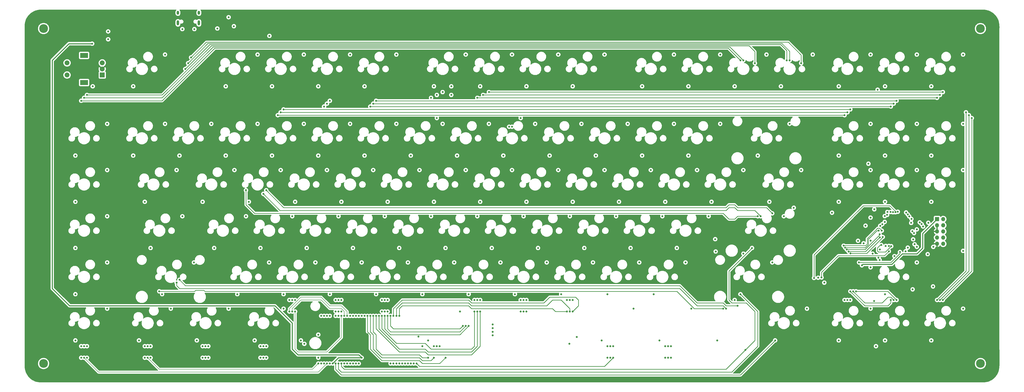
<source format=gbr>
%TF.GenerationSoftware,KiCad,Pcbnew,(6.0.4)*%
%TF.CreationDate,2022-07-07T12:58:28-04:00*%
%TF.ProjectId,Uranium,5572616e-6975-46d2-9e6b-696361645f70,rev?*%
%TF.SameCoordinates,Original*%
%TF.FileFunction,Copper,L3,Inr*%
%TF.FilePolarity,Positive*%
%FSLAX46Y46*%
G04 Gerber Fmt 4.6, Leading zero omitted, Abs format (unit mm)*
G04 Created by KiCad (PCBNEW (6.0.4)) date 2022-07-07 12:58:28*
%MOMM*%
%LPD*%
G01*
G04 APERTURE LIST*
%TA.AperFunction,ComponentPad*%
%ADD10C,3.600000*%
%TD*%
%TA.AperFunction,ComponentPad*%
%ADD11R,1.700000X1.700000*%
%TD*%
%TA.AperFunction,ComponentPad*%
%ADD12O,1.700000X1.700000*%
%TD*%
%TA.AperFunction,ComponentPad*%
%ADD13R,2.000000X2.000000*%
%TD*%
%TA.AperFunction,ComponentPad*%
%ADD14C,2.000000*%
%TD*%
%TA.AperFunction,ComponentPad*%
%ADD15R,3.200000X2.000000*%
%TD*%
%TA.AperFunction,ComponentPad*%
%ADD16O,1.000000X1.600000*%
%TD*%
%TA.AperFunction,ComponentPad*%
%ADD17O,1.000000X2.100000*%
%TD*%
%TA.AperFunction,ViaPad*%
%ADD18C,0.800000*%
%TD*%
%TA.AperFunction,Conductor*%
%ADD19C,0.400000*%
%TD*%
%TA.AperFunction,Conductor*%
%ADD20C,0.250000*%
%TD*%
%TA.AperFunction,Conductor*%
%ADD21C,0.200000*%
%TD*%
G04 APERTURE END LIST*
D10*
%TO.N,CASE*%
%TO.C,H3*%
X259556250Y-269081250D03*
%TD*%
%TO.N,CASE*%
%TO.C,H4*%
X645318750Y-269081250D03*
%TD*%
D11*
%TO.N,+3V3*%
%TO.C,J1*%
X627459375Y-209550000D03*
D12*
%TO.N,SWDIO*%
X629999375Y-209550000D03*
%TO.N,GND*%
X627459375Y-212090000D03*
%TO.N,SWCLK*%
X629999375Y-212090000D03*
%TO.N,GND*%
X627459375Y-214630000D03*
%TO.N,unconnected-(J1-Pad6)*%
X629999375Y-214630000D03*
%TO.N,unconnected-(J1-Pad7)*%
X627459375Y-217170000D03*
%TO.N,unconnected-(J1-Pad8)*%
X629999375Y-217170000D03*
%TO.N,GND*%
X627459375Y-219710000D03*
%TO.N,NRST*%
X629999375Y-219710000D03*
%TD*%
D10*
%TO.N,CASE*%
%TO.C,H2*%
X645318750Y-130968750D03*
%TD*%
%TO.N,CASE*%
%TO.C,H1*%
X259556250Y-130968750D03*
%TD*%
D13*
%TO.N,R1_A*%
%TO.C,SW2*%
X283725000Y-150137500D03*
D14*
%TO.N,R1_B*%
X283725000Y-145137500D03*
%TO.N,GND*%
X283725000Y-147637500D03*
D15*
%TO.N,N/C*%
X276225000Y-142037500D03*
X276225000Y-153237500D03*
D14*
%TO.N,col0*%
X269225000Y-145137500D03*
%TO.N,/Key Matrix/E2*%
X269225000Y-150137500D03*
%TD*%
D16*
%TO.N,Net-(C13-Pad2)*%
%TO.C,J2*%
X314880000Y-124450000D03*
D17*
X314880000Y-128630000D03*
X323520000Y-128630000D03*
D16*
X323520000Y-124450000D03*
%TD*%
D18*
%TO.N,NRST*%
X600900000Y-223800000D03*
X594915625Y-218484375D03*
X603900000Y-222050000D03*
%TO.N,GND*%
X386700000Y-257000000D03*
X315200000Y-131500000D03*
X611456250Y-212456250D03*
X625900000Y-253000000D03*
X607800000Y-212600000D03*
X324600000Y-131700000D03*
X611393750Y-216106250D03*
X259500000Y-227600000D03*
X611100000Y-274000000D03*
X378619068Y-249436147D03*
X332800000Y-126000000D03*
X625900000Y-223300000D03*
X617200000Y-219000000D03*
X389722312Y-257090637D03*
X607906250Y-216006250D03*
X256800000Y-231300000D03*
X269300000Y-134200000D03*
X389748547Y-253876920D03*
X619200000Y-270800000D03*
X280400000Y-132800000D03*
X262000000Y-231500000D03*
X392940402Y-257060031D03*
X288800000Y-225200000D03*
X389800000Y-259900000D03*
X629200000Y-237000000D03*
X280300000Y-135400000D03*
X359900000Y-133100000D03*
X586800000Y-270600000D03*
X264900000Y-231100000D03*
X597200000Y-272900000D03*
X600900000Y-222500000D03*
%TO.N,BOOT0*%
X598000000Y-212250000D03*
X604500000Y-220200000D03*
X608600000Y-220700000D03*
%TO.N,VBUS*%
X316700000Y-131200000D03*
X321650000Y-131200000D03*
%TO.N,E1_A*%
X604900000Y-211650000D03*
X286150000Y-132150000D03*
%TO.N,E1_B*%
X604050000Y-212300000D03*
X286150000Y-135400000D03*
%TO.N,+5V*%
X337915625Y-130000000D03*
%TO.N,+3V3*%
X581025488Y-235743948D03*
X479100000Y-258100000D03*
X616900000Y-209500000D03*
X596503626Y-228600192D03*
X390525000Y-266700000D03*
X279550000Y-137200000D03*
X352550000Y-134000000D03*
X378618750Y-269081250D03*
%TO.N,LM_SDB*%
X444500000Y-253000000D03*
X576800000Y-233800000D03*
X610300000Y-206700000D03*
X402431250Y-269081250D03*
%TO.N,row0*%
X602981250Y-156181250D03*
X609300000Y-206700000D03*
%TO.N,row1*%
X599200000Y-186700000D03*
X608300000Y-206600000D03*
%TO.N,row2*%
X607000000Y-206600000D03*
X601600000Y-205500000D03*
%TO.N,row3*%
X606900000Y-207800000D03*
X584200000Y-206900000D03*
X536300000Y-222900000D03*
X568450000Y-204850000D03*
%TO.N,row4*%
X605900000Y-208300000D03*
X601500000Y-243300000D03*
%TO.N,row5*%
X366921875Y-260956250D03*
X605900000Y-210700000D03*
X602300000Y-261937500D03*
X476040625Y-260956250D03*
%TO.N,Net-(D89-Pad2)*%
X413921250Y-257949375D03*
X372665625Y-257175000D03*
%TO.N,/LEDMatrix/CS3*%
X546496875Y-144065625D03*
X275034375Y-160734375D03*
X275034375Y-261937500D03*
%TO.N,/LEDMatrix/SW1*%
X506015625Y-154781250D03*
X279796875Y-154781250D03*
X477440625Y-154781250D03*
X458390625Y-154781250D03*
X421481604Y-167878266D03*
X427434734Y-154781380D03*
X353615625Y-154781250D03*
X525065625Y-154781250D03*
X334565625Y-154781250D03*
X391715625Y-154781250D03*
X439340625Y-154781250D03*
X389334375Y-269081250D03*
X427434734Y-158353258D03*
X372665625Y-154781250D03*
X420290625Y-154781250D03*
X296465625Y-154781250D03*
%TO.N,/LEDMatrix/CS1*%
X552450000Y-145256250D03*
X277415625Y-261937500D03*
X277415625Y-158353125D03*
%TO.N,/LEDMatrix/CS2*%
X276225000Y-261937500D03*
X547687500Y-144065625D03*
X276225000Y-159543750D03*
%TO.N,/LEDMatrix/CS6*%
X307181250Y-239315625D03*
X301228125Y-261937500D03*
X539353125Y-246459375D03*
%TO.N,/LEDMatrix/CS4*%
X315515625Y-234553125D03*
X545306250Y-245268750D03*
X303609375Y-261937500D03*
%TO.N,/LEDMatrix/CS5*%
X314325000Y-235743750D03*
X540543750Y-246459375D03*
X302418750Y-261937500D03*
%TO.N,/LEDMatrix/CS12*%
X553640625Y-208359375D03*
X342900000Y-197643750D03*
X348853125Y-261937500D03*
%TO.N,/LEDMatrix/CS10*%
X351234375Y-197643750D03*
X559593750Y-207168750D03*
X351234375Y-261937500D03*
%TO.N,/LEDMatrix/CS11*%
X554831250Y-208359375D03*
X350043750Y-199134375D03*
X350043750Y-261937500D03*
%TO.N,/LEDMatrix/CS15*%
X360759375Y-242887500D03*
X355996875Y-166687500D03*
X589359375Y-166687500D03*
%TO.N,/LEDMatrix/CS13*%
X591740625Y-164306250D03*
X363140625Y-242887500D03*
X358378125Y-164306250D03*
%TO.N,/LEDMatrix/CS14*%
X361950000Y-242887500D03*
X357187500Y-165496875D03*
X590550000Y-165496875D03*
%TO.N,/LEDMatrix/CS18*%
X589359375Y-242887500D03*
X379809375Y-242887500D03*
X375046875Y-163115625D03*
%TO.N,/LEDMatrix/CS16*%
X377415711Y-160746789D03*
X591740625Y-242887500D03*
X382190625Y-242887500D03*
%TO.N,/LEDMatrix/CS17*%
X376237500Y-161925000D03*
X590550000Y-242887500D03*
X381000000Y-242887500D03*
%TO.N,/LEDMatrix/CS21*%
X394096875Y-163115625D03*
X398859375Y-242887500D03*
X608409375Y-163115625D03*
%TO.N,/LEDMatrix/CS19*%
X401240625Y-242887500D03*
X610790625Y-160734375D03*
X396478125Y-160734375D03*
%TO.N,/LEDMatrix/CS20*%
X395287500Y-161925000D03*
X609600000Y-161925000D03*
X400050000Y-242887500D03*
%TO.N,/LEDMatrix/CS24*%
X420290625Y-261937500D03*
X419100000Y-159543750D03*
X591740625Y-239315625D03*
X608409375Y-242887500D03*
%TO.N,/LEDMatrix/CS22*%
X610790625Y-242887500D03*
X594121875Y-239315625D03*
X423862500Y-157162500D03*
X422671875Y-261937500D03*
%TO.N,/LEDMatrix/CS23*%
X421481250Y-158353125D03*
X592931250Y-239315625D03*
X609600000Y-242887500D03*
X421481250Y-261937500D03*
%TO.N,/LEDMatrix/CS27*%
X627459375Y-159543750D03*
X436959375Y-242887500D03*
X438150000Y-159543750D03*
%TO.N,/LEDMatrix/CS25*%
X629840625Y-157162500D03*
X439340625Y-242887500D03*
X442912500Y-157162500D03*
%TO.N,/LEDMatrix/CS26*%
X440531250Y-158353125D03*
X438150000Y-242887500D03*
X628650000Y-158353125D03*
%TO.N,/LEDMatrix/CS30*%
X639365625Y-165496875D03*
X456009375Y-242887500D03*
X627459375Y-242887500D03*
X451246875Y-171450000D03*
%TO.N,/LEDMatrix/CS28*%
X456009375Y-167878125D03*
X641746875Y-167878125D03*
X629840625Y-242887500D03*
X458390625Y-242887500D03*
%TO.N,/LEDMatrix/CS29*%
X452437500Y-171450000D03*
X640556250Y-166687500D03*
X628650000Y-242887500D03*
X457200000Y-242887500D03*
%TO.N,/LEDMatrix/CS33*%
X475059375Y-242887500D03*
%TO.N,/LEDMatrix/CS31*%
X477440625Y-242887500D03*
%TO.N,/LEDMatrix/CS32*%
X476250000Y-242887500D03*
%TO.N,/LEDMatrix/CS36*%
X491728125Y-261937500D03*
%TO.N,/LEDMatrix/CS34*%
X494109375Y-261937500D03*
%TO.N,/LEDMatrix/CS35*%
X492918750Y-261937500D03*
%TO.N,/LEDMatrix/CS39*%
X515540625Y-261937500D03*
%TO.N,/LEDMatrix/CS37*%
X517921875Y-261937500D03*
%TO.N,/LEDMatrix/CS38*%
X516731250Y-261937500D03*
%TO.N,/LEDMatrix/SW7*%
X586978125Y-154781250D03*
X551259375Y-221456250D03*
X382190625Y-269081250D03*
X544115625Y-154781250D03*
X606028125Y-154781250D03*
X625078125Y-154781250D03*
X563165625Y-154781250D03*
X548553466Y-263453466D03*
%TO.N,/LEDMatrix/CS9*%
X325040625Y-261937500D03*
X317896875Y-147637500D03*
X565546875Y-144065625D03*
%TO.N,/LEDMatrix/CS7*%
X571500000Y-145256250D03*
X327421875Y-261937500D03*
X320278125Y-142875000D03*
%TO.N,/LEDMatrix/CS8*%
X319087500Y-145256250D03*
X566737500Y-144065625D03*
X326231250Y-261937500D03*
%TO.N,/LEDMatrix/SW2*%
X467915625Y-183356250D03*
X391715625Y-183356250D03*
X296465625Y-183356250D03*
X506015625Y-183356250D03*
X388143750Y-269081250D03*
X272653125Y-183356250D03*
X353615625Y-183356250D03*
X486965625Y-183356250D03*
X315515625Y-183356250D03*
X410765625Y-183356250D03*
X334565625Y-183356250D03*
X448865625Y-183356250D03*
X372665625Y-183356250D03*
X429815625Y-183356250D03*
%TO.N,/LEDMatrix/SW8*%
X525065625Y-183356250D03*
X586978125Y-183356250D03*
X381000000Y-269081250D03*
X625078125Y-183356250D03*
X546496875Y-240506250D03*
X606028125Y-240506250D03*
X606028125Y-183356250D03*
X625800000Y-237300000D03*
X553640625Y-183356250D03*
X617400000Y-238500000D03*
%TO.N,/LEDMatrix/SW3*%
X515540625Y-202406250D03*
X477440625Y-202406250D03*
X325040625Y-202406250D03*
X344090625Y-202406250D03*
X401240625Y-202406250D03*
X272653125Y-202406250D03*
X363140625Y-202406250D03*
X439340625Y-202406250D03*
X458390625Y-202406250D03*
X382190625Y-202406250D03*
X386953125Y-269081250D03*
X496490625Y-202406250D03*
X420290625Y-202406250D03*
X301228125Y-202406250D03*
%TO.N,/LEDMatrix/SW9*%
X560784375Y-259556250D03*
X625078125Y-202406250D03*
X558403125Y-202406250D03*
X586978125Y-202406250D03*
X606028125Y-259556250D03*
X586978125Y-259556250D03*
X625078125Y-259556250D03*
X534590625Y-202406250D03*
X379809375Y-269081250D03*
X536971875Y-259556250D03*
X606028125Y-202406250D03*
%TO.N,/LEDMatrix/SW4*%
X367903125Y-221456250D03*
X406003125Y-221456250D03*
X329803125Y-221456250D03*
X386953125Y-221456250D03*
X348853125Y-221456250D03*
X272653125Y-221456250D03*
X444103125Y-221456250D03*
X425053125Y-221456250D03*
X501253125Y-221456250D03*
X482203125Y-221456250D03*
X385762500Y-269081250D03*
X520303125Y-221456250D03*
X463153125Y-221456250D03*
X303609375Y-221456250D03*
%TO.N,/LEDMatrix/SW5*%
X384571875Y-269081250D03*
X491728125Y-240506250D03*
X377428125Y-240506250D03*
X472678125Y-240506250D03*
X308371875Y-240506250D03*
X272653125Y-240506250D03*
X358378125Y-240506250D03*
X434578125Y-240506250D03*
X510778125Y-240506250D03*
X453628125Y-240506250D03*
X396478125Y-240506250D03*
X339328125Y-240506250D03*
X415528125Y-240506250D03*
%TO.N,/LEDMatrix/SW6*%
X489346875Y-259556250D03*
X272653125Y-259556250D03*
X383381250Y-269081250D03*
X298846875Y-259556250D03*
X417909375Y-259556250D03*
X322659375Y-259556250D03*
X346471875Y-259556250D03*
X415528125Y-261937500D03*
X513159375Y-259556250D03*
X365522182Y-259556468D03*
%TO.N,SWCLK*%
X617600000Y-217900000D03*
%TO.N,SWDIO*%
X623850000Y-211050000D03*
%TO.N,col1*%
X309562500Y-141684375D03*
X621100000Y-211600000D03*
X321468750Y-227409375D03*
X314325000Y-189309375D03*
X309562500Y-170259375D03*
X311943750Y-246459375D03*
X316706250Y-208359375D03*
%TO.N,col3*%
X361950000Y-208359375D03*
X358378125Y-246459375D03*
X352425000Y-227409375D03*
X347662500Y-170259375D03*
X357187500Y-189309375D03*
X616000000Y-208400000D03*
X347662500Y-141684375D03*
%TO.N,col4*%
X366712500Y-170259375D03*
X376237500Y-189309375D03*
X615400000Y-207600000D03*
X366712500Y-141684375D03*
X371475000Y-227409375D03*
X381000000Y-208359375D03*
%TO.N,col5*%
X614700000Y-206800000D03*
X400050000Y-208359375D03*
X390525000Y-227409375D03*
X385762500Y-170259375D03*
X395287500Y-189309375D03*
X385762500Y-141684375D03*
%TO.N,col6*%
X409575000Y-227409375D03*
X414337500Y-189309375D03*
X404812500Y-170259375D03*
X611300000Y-206500000D03*
X404812500Y-141684375D03*
X419100000Y-208359375D03*
%TO.N,col7*%
X428625000Y-227409375D03*
X433387500Y-141684375D03*
X589000000Y-220500000D03*
X438150000Y-208359375D03*
X604700000Y-214300000D03*
X423862500Y-170259375D03*
X433387500Y-189309375D03*
X431006250Y-247650208D03*
%TO.N,col8*%
X589600000Y-221300000D03*
X452437500Y-141684375D03*
X452437500Y-189309375D03*
X603400000Y-214300000D03*
X457200000Y-208359375D03*
X447675000Y-227409375D03*
X442912500Y-170259375D03*
%TO.N,col9*%
X590300000Y-222100000D03*
X466725000Y-227409375D03*
X471487500Y-141684375D03*
X471487500Y-189309375D03*
X476250000Y-208359375D03*
X461962500Y-170259375D03*
X603800000Y-215800000D03*
%TO.N,col10*%
X490537500Y-141684375D03*
X490537500Y-189309375D03*
X481012500Y-170259375D03*
X603900000Y-217100000D03*
X485775000Y-227409375D03*
X591000000Y-222900000D03*
X495300000Y-208359375D03*
%TO.N,col11*%
X514350000Y-208359375D03*
X519112500Y-141684375D03*
X504825000Y-227409375D03*
X605100000Y-216900000D03*
X591800000Y-223700000D03*
X502443750Y-246459375D03*
X500062500Y-170259375D03*
X509587500Y-189309375D03*
%TO.N,col12*%
X603300000Y-225500000D03*
X523875000Y-227409375D03*
X533400000Y-208359375D03*
X519112500Y-170259375D03*
X606300000Y-220600000D03*
X528637500Y-189309375D03*
X526256250Y-246459375D03*
X538162500Y-141684375D03*
X536100000Y-217800000D03*
%TO.N,col13*%
X607600000Y-220600000D03*
X544115625Y-242887500D03*
X547725000Y-223800000D03*
X557212500Y-141684375D03*
X603800000Y-226400000D03*
X547687500Y-189309375D03*
X538162500Y-170259375D03*
%TO.N,col14*%
X564356250Y-208359375D03*
X566737500Y-170259375D03*
X609900000Y-224800000D03*
X571500000Y-189309375D03*
X559593750Y-227409375D03*
X576262500Y-141684375D03*
X597200000Y-219500000D03*
X614500000Y-222800000D03*
X573881250Y-246459375D03*
%TO.N,col15*%
X600075000Y-141684375D03*
X600075000Y-229425000D03*
X600075000Y-246459375D03*
X600075000Y-218425000D03*
X600075000Y-170259375D03*
X615400000Y-221300000D03*
X600075000Y-208925000D03*
X600075000Y-189309375D03*
%TO.N,col16*%
X619125000Y-213775000D03*
X619125000Y-170259375D03*
X619125000Y-227409375D03*
X619125000Y-189309375D03*
X619125000Y-141684375D03*
X619125000Y-220975000D03*
%TO.N,col17*%
X638175000Y-141684375D03*
X638175000Y-222625000D03*
X638175000Y-189309375D03*
X638175000Y-170259375D03*
X618200000Y-219900000D03*
X638175000Y-246459375D03*
X625900000Y-221000000D03*
%TO.N,col0*%
X285750000Y-189309375D03*
X285750000Y-227409375D03*
X285750000Y-208359375D03*
X285750000Y-170259375D03*
X621700000Y-212600000D03*
X285750000Y-246459375D03*
%TO.N,col2*%
X620300000Y-210900000D03*
X338137500Y-189309375D03*
X342900000Y-208359375D03*
X328612500Y-170259375D03*
X335756250Y-246459375D03*
%TO.N,LM_SCL*%
X578500000Y-233700000D03*
X403621875Y-269081250D03*
X612200000Y-223100000D03*
X444500000Y-254500000D03*
X595300000Y-227400000D03*
%TO.N,LM_SDA*%
X444500000Y-256000000D03*
X579900000Y-233600000D03*
X404812500Y-269081250D03*
X607600000Y-222800000D03*
%TO.N,/LEDMatrix/~{INTB}*%
X406003125Y-269081250D03*
X444500000Y-257500000D03*
%TO.N,Net-(R19-Pad1)*%
X377428125Y-269081250D03*
X277415625Y-266700000D03*
%TO.N,Net-(R20-Pad1)*%
X276225000Y-266700000D03*
X376237500Y-269081250D03*
%TO.N,Net-(R21-Pad1)*%
X375046875Y-269081250D03*
X275034375Y-266700000D03*
%TO.N,Net-(R22-Pad1)*%
X303609375Y-266700000D03*
X373856250Y-269081250D03*
%TO.N,Net-(R23-Pad1)*%
X302418750Y-266700000D03*
X372665625Y-269081250D03*
%TO.N,Net-(R24-Pad1)*%
X372665625Y-266700000D03*
X301228125Y-266700000D03*
%TO.N,Net-(R25-Pad1)*%
X373856564Y-249436147D03*
X327422150Y-266700224D03*
%TO.N,Net-(R26-Pad1)*%
X375047190Y-249436147D03*
X326231524Y-266700224D03*
%TO.N,Net-(R27-Pad1)*%
X376237816Y-249436147D03*
X325040898Y-266700224D03*
%TO.N,Net-(R28-Pad1)*%
X377428442Y-249436147D03*
X351234670Y-266700224D03*
%TO.N,Net-(R29-Pad1)*%
X379809694Y-249436147D03*
X350044044Y-266700224D03*
%TO.N,Net-(R30-Pad1)*%
X381000320Y-249436147D03*
X348853418Y-266700224D03*
%TO.N,Net-(R31-Pad1)*%
X382190946Y-249436147D03*
X363140930Y-247650208D03*
%TO.N,Net-(R32-Pad1)*%
X361950304Y-247650208D03*
X383381572Y-249436147D03*
%TO.N,Net-(R33-Pad1)*%
X360759678Y-247650208D03*
X384572198Y-249436147D03*
%TO.N,Net-(R34-Pad1)*%
X385762824Y-249436147D03*
X382190946Y-247650208D03*
%TO.N,Net-(R35-Pad1)*%
X381000320Y-247650208D03*
X386953450Y-249436147D03*
%TO.N,Net-(R36-Pad1)*%
X379809694Y-247650208D03*
X388144076Y-249436147D03*
%TO.N,Net-(R37-Pad1)*%
X401240962Y-247650208D03*
X389334702Y-249436147D03*
%TO.N,Net-(R38-Pad1)*%
X400050336Y-247650208D03*
X390525328Y-249436147D03*
%TO.N,Net-(R39-Pad1)*%
X398859710Y-247650208D03*
X391715954Y-249436147D03*
%TO.N,Net-(R40-Pad1)*%
X392906580Y-249436147D03*
X425053482Y-266700224D03*
%TO.N,Net-(R41-Pad1)*%
X420290978Y-266700224D03*
X394097206Y-249436147D03*
%TO.N,Net-(R42-Pad1)*%
X417909726Y-266700224D03*
X395287832Y-249436147D03*
%TO.N,Net-(R43-Pad1)*%
X396478458Y-249436147D03*
X439340994Y-247650208D03*
%TO.N,Net-(R44-Pad1)*%
X397669084Y-249436147D03*
X438150368Y-247650208D03*
%TO.N,Net-(R45-Pad1)*%
X398859710Y-249436147D03*
X436959742Y-247650208D03*
%TO.N,Net-(R46-Pad1)*%
X400050336Y-249436147D03*
X458391010Y-247650208D03*
X434578490Y-253603338D03*
%TO.N,Net-(R47-Pad1)*%
X457200384Y-247650208D03*
X401240962Y-249436147D03*
X433387864Y-253603338D03*
%TO.N,Net-(R48-Pad1)*%
X432197238Y-253603338D03*
X402431588Y-249436147D03*
X456009758Y-247650208D03*
%TO.N,Net-(R49-Pad1)*%
X403622214Y-249436147D03*
X477441026Y-247650208D03*
%TO.N,Net-(R50-Pad1)*%
X404812840Y-249436147D03*
X476250400Y-247650208D03*
%TO.N,Net-(R51-Pad1)*%
X475059774Y-247650208D03*
X406003466Y-249436147D03*
%TO.N,Net-(R52-Pad1)*%
X413146875Y-269081250D03*
X494109790Y-266700224D03*
%TO.N,Net-(R53-Pad1)*%
X492919164Y-266700224D03*
X411956250Y-269081250D03*
%TO.N,Net-(R54-Pad1)*%
X491728538Y-266700224D03*
X410765625Y-269081250D03*
%TO.N,Net-(R55-Pad1)*%
X409575000Y-269081250D03*
X517922310Y-266700224D03*
%TO.N,Net-(R56-Pad1)*%
X516731684Y-266700224D03*
X408384375Y-269081250D03*
%TO.N,Net-(R57-Pad1)*%
X407193750Y-269081250D03*
X515541058Y-266700224D03*
%TO.N,AUX_LIGHT*%
X623600000Y-224000000D03*
X616800000Y-211100000D03*
%TO.N,D+*%
X331100000Y-130950000D03*
X618000000Y-215300000D03*
X335750000Y-126300000D03*
%TO.N,D-*%
X617300000Y-214550000D03*
%TD*%
D19*
%TO.N,GND*%
X288800000Y-225200000D02*
X270800000Y-225200000D01*
X270800000Y-225200000D02*
X264900000Y-231100000D01*
D20*
%TO.N,BOOT0*%
X606200000Y-223100000D02*
X603300000Y-223100000D01*
X603300000Y-223100000D02*
X602900000Y-222700000D01*
X608600000Y-220700000D02*
X606200000Y-223100000D01*
X602900000Y-222700000D02*
X602900000Y-221400000D01*
X602900000Y-221400000D02*
X604100000Y-220200000D01*
X604100000Y-220200000D02*
X604500000Y-220200000D01*
D19*
%TO.N,+3V3*%
X346472166Y-245268956D02*
X354806548Y-245268956D01*
X269081476Y-244078330D02*
X270272102Y-245268956D01*
X354806548Y-245268956D02*
X360759678Y-251222086D01*
X619125520Y-223837688D02*
X621506772Y-221456436D01*
X621506772Y-215502603D02*
X627459375Y-209550000D01*
X613172390Y-223837688D02*
X619125520Y-223837688D01*
X263128346Y-144065746D02*
X263128346Y-238125200D01*
X269994092Y-137200000D02*
X263128346Y-144065746D01*
X596503626Y-228600192D02*
X596903818Y-228200000D01*
X389334702Y-265509598D02*
X390525000Y-266699896D01*
X279550000Y-137200000D02*
X269994092Y-137200000D01*
X360759678Y-251222086D02*
X361950304Y-252412712D01*
X361950304Y-252412712D02*
X361950304Y-263128346D01*
X621506772Y-221456436D02*
X621506772Y-215502603D01*
X364331556Y-265509598D02*
X389334702Y-265509598D01*
X390525000Y-266700000D02*
X381000000Y-266700000D01*
X596903818Y-228200000D02*
X608810078Y-228200000D01*
X390525000Y-266699896D02*
X390525000Y-266700000D01*
X361950304Y-263128346D02*
X364331556Y-265509598D01*
X381000000Y-266700000D02*
X378618750Y-269081250D01*
X263128346Y-238125200D02*
X269081476Y-244078330D01*
X270272102Y-245268956D02*
X346472166Y-245268956D01*
X608810078Y-228200000D02*
X613172390Y-223837688D01*
D20*
%TO.N,LM_SDB*%
X576800000Y-224300000D02*
X597100000Y-204000000D01*
X608000000Y-204000000D02*
X610300000Y-206300000D01*
X576800000Y-233800000D02*
X576800000Y-224300000D01*
X597100000Y-204000000D02*
X608000000Y-204000000D01*
X610300000Y-206300000D02*
X610300000Y-206700000D01*
%TO.N,/LEDMatrix/CS3*%
X541531250Y-139100000D02*
X546496875Y-144065625D01*
X330006250Y-139100000D02*
X541531250Y-139100000D01*
X275034375Y-160734375D02*
X308371875Y-160734375D01*
X308371875Y-160734375D02*
X330006250Y-139100000D01*
%TO.N,/LEDMatrix/CS1*%
X552450000Y-140493750D02*
X550056250Y-138100000D01*
X550056250Y-138100000D02*
X328625000Y-138100000D01*
X328625000Y-138100000D02*
X308371875Y-158353125D01*
X552450000Y-145256250D02*
X552450000Y-140493750D01*
X308371875Y-158353125D02*
X277415625Y-158353125D01*
%TO.N,/LEDMatrix/CS2*%
X276225000Y-159543750D02*
X308371875Y-159543750D01*
X308371875Y-159543750D02*
X329315625Y-138600000D01*
X542221875Y-138600000D02*
X547687500Y-144065625D01*
X329315625Y-138600000D02*
X542221875Y-138600000D01*
%TO.N,/LEDMatrix/CS6*%
X322100000Y-238900000D02*
X325568750Y-238900000D01*
X325984375Y-239315625D02*
X520303125Y-239315625D01*
X527446875Y-246459375D02*
X539353125Y-246459375D01*
X307181250Y-239315625D02*
X321684375Y-239315625D01*
X321684375Y-239315625D02*
X322100000Y-238900000D01*
X520303125Y-239315625D02*
X527446875Y-246459375D01*
X325568750Y-238900000D02*
X325984375Y-239315625D01*
%TO.N,/LEDMatrix/CS4*%
X540543750Y-245268750D02*
X539353125Y-244078125D01*
X528637500Y-244078125D02*
X521493750Y-236934375D01*
X317896875Y-236934375D02*
X315515625Y-234553125D01*
X521493750Y-236934375D02*
X317896875Y-236934375D01*
X539353125Y-244078125D02*
X528637500Y-244078125D01*
X545306250Y-245268750D02*
X540543750Y-245268750D01*
%TO.N,/LEDMatrix/CS5*%
X521493750Y-238125000D02*
X315515625Y-238125000D01*
X540543750Y-246459375D02*
X539353125Y-245268750D01*
X539353125Y-245268750D02*
X528637500Y-245268750D01*
X528637500Y-245268750D02*
X521493750Y-238125000D01*
X315515625Y-238125000D02*
X314325000Y-236934375D01*
X314325000Y-236934375D02*
X314325000Y-235743750D01*
%TO.N,/LEDMatrix/CS12*%
X346471875Y-207168750D02*
X342900000Y-203596875D01*
X539353125Y-207168750D02*
X346471875Y-207168750D01*
X541734375Y-209550000D02*
X539353125Y-207168750D01*
X544115625Y-209550000D02*
X541734375Y-209550000D01*
X545306250Y-208359375D02*
X544115625Y-209550000D01*
X553640625Y-208359375D02*
X545306250Y-208359375D01*
X342900000Y-203596875D02*
X342900000Y-197643750D01*
%TO.N,/LEDMatrix/CS10*%
X540543750Y-204787500D02*
X358378125Y-204787500D01*
X544115625Y-203596875D02*
X541734375Y-203596875D01*
X541734375Y-203596875D02*
X540543750Y-204787500D01*
X545306250Y-204787500D02*
X544115625Y-203596875D01*
X358378125Y-204787500D02*
X351234375Y-197643750D01*
X559593750Y-207168750D02*
X557212500Y-204787500D01*
X557212500Y-204787500D02*
X545306250Y-204787500D01*
%TO.N,/LEDMatrix/CS11*%
X544115625Y-204787500D02*
X541734375Y-204787500D01*
X554831250Y-208359375D02*
X552450000Y-205978125D01*
X540543750Y-205978125D02*
X356887500Y-205978125D01*
X356887500Y-205978125D02*
X350043750Y-199134375D01*
X552450000Y-205978125D02*
X545306250Y-205978125D01*
X541734375Y-204787500D02*
X540543750Y-205978125D01*
X545306250Y-205978125D02*
X544115625Y-204787500D01*
%TO.N,/LEDMatrix/CS15*%
X355996875Y-166687500D02*
X589359375Y-166687500D01*
%TO.N,/LEDMatrix/CS13*%
X591740625Y-164306250D02*
X358378125Y-164306250D01*
%TO.N,/LEDMatrix/CS14*%
X590550000Y-165496875D02*
X357187500Y-165496875D01*
%TO.N,/LEDMatrix/CS21*%
X608409375Y-163115625D02*
X394096875Y-163115625D01*
%TO.N,/LEDMatrix/CS19*%
X610790625Y-160734375D02*
X396478125Y-160734375D01*
%TO.N,/LEDMatrix/CS20*%
X395287500Y-161925000D02*
X609600000Y-161925000D01*
%TO.N,/LEDMatrix/CS24*%
X591740625Y-239315625D02*
X597693750Y-245268750D01*
X608409375Y-244078125D02*
X608409375Y-242887500D01*
X607218750Y-245268750D02*
X608409375Y-244078125D01*
X597693750Y-245268750D02*
X607218750Y-245268750D01*
%TO.N,/LEDMatrix/CS22*%
X607218750Y-239315625D02*
X610790625Y-242887500D01*
X594121875Y-239315625D02*
X607218750Y-239315625D01*
%TO.N,/LEDMatrix/CS23*%
X592931250Y-239315625D02*
X597693750Y-244078125D01*
X608409375Y-241696875D02*
X609600000Y-242887500D01*
X604837500Y-244078125D02*
X607218750Y-241696875D01*
X597693750Y-244078125D02*
X604837500Y-244078125D01*
X607218750Y-241696875D02*
X608409375Y-241696875D01*
%TO.N,/LEDMatrix/CS27*%
X627459375Y-159543750D02*
X438150000Y-159543750D01*
%TO.N,/LEDMatrix/CS25*%
X629840625Y-157162500D02*
X442912500Y-157162500D01*
%TO.N,/LEDMatrix/CS26*%
X628650000Y-158353125D02*
X440531250Y-158353125D01*
%TO.N,/LEDMatrix/CS30*%
X639365625Y-230981250D02*
X639365625Y-170259375D01*
X639365625Y-170259375D02*
X639365625Y-169068750D01*
X639365625Y-169068750D02*
X639365625Y-165496875D01*
X627459375Y-242887500D02*
X639365625Y-230981250D01*
%TO.N,/LEDMatrix/CS28*%
X641746875Y-169068750D02*
X641746875Y-167878125D01*
X641746875Y-230981250D02*
X641746875Y-170259375D01*
X629840625Y-242887500D02*
X641746875Y-230981250D01*
X641746875Y-170259375D02*
X641746875Y-169068750D01*
%TO.N,/LEDMatrix/CS29*%
X640556250Y-169068750D02*
X640556250Y-166687500D01*
X640556250Y-230981250D02*
X640556250Y-169068750D01*
X628650000Y-242887500D02*
X640556250Y-230981250D01*
%TO.N,/LEDMatrix/SW7*%
X383381572Y-271462728D02*
X540544204Y-271462728D01*
X548878586Y-244078330D02*
X542925456Y-244078330D01*
X548553466Y-263453466D02*
X552450464Y-259556468D01*
X552450464Y-247650208D02*
X548878586Y-244078330D01*
X541734830Y-230980795D02*
X551259375Y-221456250D01*
X382190625Y-269081250D02*
X382190625Y-270271781D01*
X552450464Y-259556468D02*
X552450464Y-247650208D01*
X542925456Y-244078330D02*
X541734830Y-242887704D01*
X541734830Y-242887704D02*
X541734830Y-230980795D01*
X540544204Y-271462728D02*
X548553466Y-263453466D01*
X382190625Y-270271781D02*
X383381572Y-271462728D01*
%TO.N,/LEDMatrix/CS9*%
X330200000Y-137600000D02*
X327934375Y-137600000D01*
X327934375Y-137600000D02*
X317896875Y-147637500D01*
X563100000Y-137600000D02*
X330200000Y-137600000D01*
X565546875Y-144065625D02*
X565546875Y-140046875D01*
X565546875Y-140046875D02*
X563100000Y-137600000D01*
%TO.N,/LEDMatrix/CS7*%
X566200000Y-136600000D02*
X326553125Y-136600000D01*
X326553125Y-136600000D02*
X320278125Y-142875000D01*
X571500000Y-141900000D02*
X566200000Y-136600000D01*
X571500000Y-145256250D02*
X571500000Y-141900000D01*
%TO.N,/LEDMatrix/CS8*%
X327243750Y-137100000D02*
X319087500Y-145256250D01*
X566737500Y-144065625D02*
X566737500Y-140337500D01*
X563500000Y-137100000D02*
X327243750Y-137100000D01*
X566737500Y-140337500D02*
X563500000Y-137100000D01*
%TO.N,/LEDMatrix/SW8*%
X542925456Y-272653354D02*
X553641090Y-261937720D01*
X381000000Y-269081250D02*
X381000000Y-271462408D01*
X382190946Y-272653354D02*
X542925456Y-272653354D01*
X553641090Y-247650465D02*
X546496875Y-240506250D01*
X381000000Y-271462408D02*
X382190946Y-272653354D01*
X553641090Y-261937720D02*
X553641090Y-247650465D01*
%TO.N,/LEDMatrix/SW9*%
X546496645Y-273843980D02*
X382190946Y-273843980D01*
X560784375Y-259556250D02*
X546496645Y-273843980D01*
X379809375Y-271462409D02*
X379809375Y-269081250D01*
X382190946Y-273843980D02*
X379809375Y-271462409D01*
%TO.N,col7*%
X603700000Y-213300000D02*
X604700000Y-214300000D01*
X589000000Y-220500000D02*
X598000000Y-220500000D01*
X598700000Y-219800000D02*
X598700000Y-217600000D01*
X598000000Y-220500000D02*
X598700000Y-219800000D01*
X603000000Y-213300000D02*
X603700000Y-213300000D01*
X598700000Y-217600000D02*
X603000000Y-213300000D01*
%TO.N,col8*%
X602700000Y-214300000D02*
X603400000Y-214300000D01*
X589600000Y-221300000D02*
X597900000Y-221300000D01*
X597900000Y-221300000D02*
X599200000Y-220000000D01*
X599200000Y-220000000D02*
X599200000Y-217800000D01*
X599200000Y-217800000D02*
X602700000Y-214300000D01*
%TO.N,col9*%
X597800000Y-222100000D02*
X603800000Y-216100000D01*
X590300000Y-222100000D02*
X597800000Y-222100000D01*
X603800000Y-216100000D02*
X603800000Y-215800000D01*
%TO.N,col10*%
X598000000Y-222900000D02*
X591000000Y-222900000D01*
X598450000Y-222450000D02*
X598000000Y-222900000D01*
X603800000Y-217100000D02*
X603900000Y-217100000D01*
X603800000Y-217100000D02*
X598450000Y-222450000D01*
%TO.N,col11*%
X598500000Y-223700000D02*
X605100000Y-217100000D01*
X605100000Y-217100000D02*
X605100000Y-216900000D01*
X591800000Y-223700000D02*
X598500000Y-223700000D01*
%TO.N,LM_SCL*%
X608500000Y-227400000D02*
X612200000Y-223700000D01*
X612200000Y-223700000D02*
X612200000Y-223100000D01*
X595300000Y-227400000D02*
X608500000Y-227400000D01*
%TO.N,LM_SDA*%
X586800000Y-224600000D02*
X579900000Y-231500000D01*
X579900000Y-231500000D02*
X579900000Y-233600000D01*
X605800000Y-224600000D02*
X586800000Y-224600000D01*
X607600000Y-222800000D02*
X605800000Y-224600000D01*
D21*
%TO.N,Net-(R20-Pad1)*%
X282178125Y-272653125D02*
X372665625Y-272653125D01*
X372665625Y-272653125D02*
X376237500Y-269081250D01*
X276225000Y-266700000D02*
X282178125Y-272653125D01*
%TO.N,Net-(R23-Pad1)*%
X370284375Y-271462500D02*
X372665625Y-269081250D01*
X307181250Y-271462500D02*
X370284375Y-271462500D01*
X302418750Y-266700000D02*
X307181250Y-271462500D01*
%TO.N,Net-(R31-Pad1)*%
X376237816Y-264318972D02*
X364331556Y-264318972D01*
X382190946Y-258365842D02*
X376237816Y-264318972D01*
X363140930Y-263128346D02*
X363140930Y-247650208D01*
X364331556Y-264318972D02*
X363140930Y-263128346D01*
X382190946Y-249436147D02*
X382190946Y-258365842D01*
%TO.N,Net-(R32-Pad1)*%
X361950304Y-246459582D02*
X361950304Y-247650208D01*
X365522182Y-242887704D02*
X361950304Y-246459582D01*
X377428442Y-246459582D02*
X373856564Y-242887704D01*
X383381572Y-249436147D02*
X383381572Y-247650208D01*
X383381572Y-247650208D02*
X382190946Y-246459582D01*
X373856564Y-242887704D02*
X365522182Y-242887704D01*
X382190946Y-246459582D02*
X377428442Y-246459582D01*
%TO.N,Net-(R33-Pad1)*%
X377428442Y-245268956D02*
X373856564Y-241697078D01*
X382190946Y-245268956D02*
X377428442Y-245268956D01*
X384572198Y-249436147D02*
X384572198Y-247650208D01*
X373856564Y-241697078D02*
X365522182Y-241697078D01*
X365522182Y-241697078D02*
X360759678Y-246459582D01*
X360759678Y-246459582D02*
X360759678Y-247650208D01*
X384572198Y-247650208D02*
X382190946Y-245268956D01*
D20*
%TO.N,Net-(R40-Pad1)*%
X398859710Y-267890850D02*
X414337848Y-267890850D01*
X422672230Y-269081476D02*
X425053482Y-266700224D01*
X392906580Y-249436147D02*
X392906580Y-255984590D01*
X392906580Y-255984590D02*
X394097206Y-257175216D01*
X394097206Y-257175216D02*
X394097206Y-263128346D01*
X415528474Y-269081476D02*
X422672230Y-269081476D01*
X414337848Y-267890850D02*
X415528474Y-269081476D01*
X394097206Y-263128346D02*
X398859710Y-267890850D01*
%TO.N,Net-(R41-Pad1)*%
X420290978Y-266700224D02*
X419100352Y-267890850D01*
X398859710Y-266700224D02*
X395287832Y-263128346D01*
X419100352Y-267890850D02*
X415528474Y-267890850D01*
X415528474Y-267890850D02*
X414337848Y-266700224D01*
X394097206Y-255984590D02*
X394097206Y-249436147D01*
X395287832Y-257175216D02*
X394097206Y-255984590D01*
X414337848Y-266700224D02*
X398859710Y-266700224D01*
X395287832Y-263128346D02*
X395287832Y-257175216D01*
%TO.N,Net-(R42-Pad1)*%
X395287832Y-255984590D02*
X395287832Y-249436147D01*
X396478458Y-263128346D02*
X396478458Y-257175216D01*
X398859710Y-265509598D02*
X396478458Y-263128346D01*
X396478458Y-257175216D02*
X395287832Y-255984590D01*
X417909726Y-266700224D02*
X415528474Y-266700224D01*
X414337848Y-265509598D02*
X398859710Y-265509598D01*
X415528474Y-266700224D02*
X414337848Y-265509598D01*
%TO.N,Net-(R43-Pad1)*%
X416719100Y-264318972D02*
X417909726Y-265509598D01*
X396478458Y-249436147D02*
X396478458Y-254793964D01*
X406003466Y-264318972D02*
X416719100Y-264318972D01*
X439340994Y-261937720D02*
X439340994Y-247650208D01*
X435769116Y-265509598D02*
X439340994Y-261937720D01*
X396478458Y-254793964D02*
X406003466Y-264318972D01*
X417909726Y-265509598D02*
X435769116Y-265509598D01*
%TO.N,Net-(R44-Pad1)*%
X417909726Y-264318972D02*
X435769116Y-264318972D01*
X435769116Y-264318972D02*
X438150368Y-261937720D01*
X397669084Y-254793964D02*
X406003466Y-263128346D01*
X406003466Y-263128346D02*
X416719100Y-263128346D01*
X416719100Y-263128346D02*
X417909726Y-264318972D01*
X438150368Y-261937720D02*
X438150368Y-247650208D01*
X397669084Y-249436147D02*
X397669084Y-254793964D01*
%TO.N,Net-(R45-Pad1)*%
X404812840Y-260747094D02*
X416719100Y-260747094D01*
X436959742Y-261937720D02*
X436959742Y-247650208D01*
X416719100Y-260747094D02*
X419100352Y-263128346D01*
X435769116Y-263128346D02*
X436959742Y-261937720D01*
X398859710Y-254793964D02*
X404812840Y-260747094D01*
X419100352Y-263128346D02*
X435769116Y-263128346D01*
X398859710Y-249436147D02*
X398859710Y-254793964D01*
%TO.N,Net-(R46-Pad1)*%
X400050336Y-254793964D02*
X402431588Y-257175216D01*
X431006612Y-257175216D02*
X434578490Y-253603338D01*
X400050336Y-249436147D02*
X400050336Y-254793964D01*
X402431588Y-257175216D02*
X431006612Y-257175216D01*
%TO.N,Net-(R47-Pad1)*%
X402431588Y-255984590D02*
X431006612Y-255984590D01*
X431006612Y-255984590D02*
X433387864Y-253603338D01*
X401240962Y-254793964D02*
X402431588Y-255984590D01*
X401240962Y-249436147D02*
X401240962Y-254793964D01*
%TO.N,Net-(R48-Pad1)*%
X403622214Y-254793964D02*
X431006612Y-254793964D01*
X431006612Y-254793964D02*
X432197238Y-253603338D01*
X402431588Y-249436147D02*
X402431588Y-253603338D01*
X402431588Y-253603338D02*
X403622214Y-254793964D01*
%TO.N,Net-(R49-Pad1)*%
X465534766Y-244078330D02*
X467916018Y-241697078D01*
X434578490Y-242887704D02*
X435769116Y-244078330D01*
X407194092Y-242887704D02*
X434578490Y-242887704D01*
X479822278Y-242887704D02*
X479822278Y-245268956D01*
X479822278Y-245268956D02*
X477441026Y-247650208D01*
X467916018Y-241697078D02*
X478631652Y-241697078D01*
X403622214Y-249436147D02*
X403622214Y-246459582D01*
X435769116Y-244078330D02*
X465534766Y-244078330D01*
X478631652Y-241697078D02*
X479822278Y-242887704D01*
X403622214Y-246459582D02*
X407194092Y-242887704D01*
%TO.N,Net-(R50-Pad1)*%
X466725392Y-245268956D02*
X469106644Y-242887704D01*
X434578490Y-244078330D02*
X435769116Y-245268956D01*
X407194092Y-244078330D02*
X434578490Y-244078330D01*
X469106644Y-242887704D02*
X472678522Y-242887704D01*
X404812840Y-249436147D02*
X404812840Y-246459582D01*
X472678522Y-242887704D02*
X476250400Y-246459582D01*
X404812840Y-246459582D02*
X407194092Y-244078330D01*
X435769116Y-245268956D02*
X466725392Y-245268956D01*
X476250400Y-246459582D02*
X476250400Y-247650208D01*
%TO.N,Net-(R51-Pad1)*%
X434578490Y-245268956D02*
X435769116Y-246459582D01*
X406003466Y-249436147D02*
X406003466Y-246459582D01*
X470297270Y-247650208D02*
X469106644Y-246459582D01*
X407194092Y-245268956D02*
X434578490Y-245268956D01*
X475059774Y-247650208D02*
X470297270Y-247650208D01*
X406003466Y-246459582D02*
X407194092Y-245268956D01*
X435769116Y-246459582D02*
X469106644Y-246459582D01*
%TO.N,Net-(R52-Pad1)*%
X490537912Y-270272102D02*
X494109790Y-266700224D01*
X413146875Y-269081250D02*
X414337727Y-270272102D01*
X414337727Y-270272102D02*
X490537912Y-270272102D01*
%TD*%
%TA.AperFunction,Conductor*%
%TO.N,GND*%
G36*
X259326492Y-123150970D02*
G01*
X259326952Y-123149387D01*
X259430871Y-123179578D01*
X259473896Y-123192078D01*
X259480956Y-123192596D01*
X259482442Y-123192706D01*
X259482453Y-123192706D01*
X259484749Y-123192875D01*
X314103089Y-123192875D01*
X314171210Y-123212877D01*
X314217703Y-123266533D01*
X314227807Y-123336807D01*
X314198313Y-123401387D01*
X314182049Y-123417064D01*
X314170975Y-123425968D01*
X314043846Y-123577474D01*
X314040879Y-123582872D01*
X314040875Y-123582877D01*
X314003993Y-123649967D01*
X313948567Y-123750787D01*
X313946706Y-123756654D01*
X313946705Y-123756656D01*
X313917979Y-123847213D01*
X313888765Y-123939306D01*
X313871500Y-124093227D01*
X313871500Y-124799769D01*
X313871800Y-124802825D01*
X313871800Y-124802832D01*
X313872530Y-124810273D01*
X313885920Y-124946833D01*
X313943084Y-125136169D01*
X314035934Y-125310796D01*
X314101755Y-125391500D01*
X314157040Y-125459287D01*
X314157043Y-125459290D01*
X314160935Y-125464062D01*
X314165682Y-125467989D01*
X314165684Y-125467991D01*
X314308575Y-125586201D01*
X314308579Y-125586203D01*
X314313325Y-125590130D01*
X314487299Y-125684198D01*
X314676232Y-125742682D01*
X314682357Y-125743326D01*
X314682358Y-125743326D01*
X314866796Y-125762711D01*
X314866798Y-125762711D01*
X314872925Y-125763355D01*
X314955424Y-125755847D01*
X315063749Y-125745989D01*
X315063752Y-125745988D01*
X315069888Y-125745430D01*
X315075794Y-125743692D01*
X315075798Y-125743691D01*
X315180924Y-125712751D01*
X315259619Y-125689590D01*
X315265077Y-125686737D01*
X315265081Y-125686735D01*
X315355853Y-125639280D01*
X315434890Y-125597960D01*
X315589025Y-125474032D01*
X315716154Y-125322526D01*
X315719121Y-125317128D01*
X315719125Y-125317123D01*
X315808467Y-125154608D01*
X315811433Y-125149213D01*
X315813846Y-125141608D01*
X315869373Y-124966564D01*
X315869373Y-124966563D01*
X315871235Y-124960694D01*
X315888500Y-124806773D01*
X315888500Y-124100231D01*
X315887814Y-124093227D01*
X315874681Y-123959301D01*
X315874080Y-123953167D01*
X315816916Y-123763831D01*
X315724066Y-123589204D01*
X315653709Y-123502938D01*
X315602960Y-123440713D01*
X315602957Y-123440710D01*
X315599065Y-123435938D01*
X315594318Y-123432011D01*
X315594315Y-123432008D01*
X315574915Y-123415959D01*
X315535177Y-123357125D01*
X315533556Y-123286147D01*
X315570565Y-123225560D01*
X315634455Y-123194600D01*
X315655231Y-123192875D01*
X322743089Y-123192875D01*
X322811210Y-123212877D01*
X322857703Y-123266533D01*
X322867807Y-123336807D01*
X322838313Y-123401387D01*
X322822049Y-123417064D01*
X322810975Y-123425968D01*
X322683846Y-123577474D01*
X322680879Y-123582872D01*
X322680875Y-123582877D01*
X322643993Y-123649967D01*
X322588567Y-123750787D01*
X322586706Y-123756654D01*
X322586705Y-123756656D01*
X322557979Y-123847213D01*
X322528765Y-123939306D01*
X322511500Y-124093227D01*
X322511500Y-124799769D01*
X322511800Y-124802825D01*
X322511800Y-124802832D01*
X322512530Y-124810273D01*
X322525920Y-124946833D01*
X322583084Y-125136169D01*
X322675934Y-125310796D01*
X322741755Y-125391500D01*
X322797040Y-125459287D01*
X322797043Y-125459290D01*
X322800935Y-125464062D01*
X322805682Y-125467989D01*
X322805684Y-125467991D01*
X322948575Y-125586201D01*
X322948579Y-125586203D01*
X322953325Y-125590130D01*
X323127299Y-125684198D01*
X323316232Y-125742682D01*
X323322357Y-125743326D01*
X323322358Y-125743326D01*
X323506796Y-125762711D01*
X323506798Y-125762711D01*
X323512925Y-125763355D01*
X323595424Y-125755847D01*
X323703749Y-125745989D01*
X323703752Y-125745988D01*
X323709888Y-125745430D01*
X323715794Y-125743692D01*
X323715798Y-125743691D01*
X323820924Y-125712751D01*
X323899619Y-125689590D01*
X323905077Y-125686737D01*
X323905081Y-125686735D01*
X323995853Y-125639280D01*
X324074890Y-125597960D01*
X324229025Y-125474032D01*
X324356154Y-125322526D01*
X324359121Y-125317128D01*
X324359125Y-125317123D01*
X324448467Y-125154608D01*
X324451433Y-125149213D01*
X324453846Y-125141608D01*
X324509373Y-124966564D01*
X324509373Y-124966563D01*
X324511235Y-124960694D01*
X324528500Y-124806773D01*
X324528500Y-124100231D01*
X324527814Y-124093227D01*
X324514681Y-123959301D01*
X324514080Y-123953167D01*
X324456916Y-123763831D01*
X324364066Y-123589204D01*
X324293709Y-123502938D01*
X324242960Y-123440713D01*
X324242957Y-123440710D01*
X324239065Y-123435938D01*
X324234318Y-123432011D01*
X324234315Y-123432008D01*
X324214915Y-123415959D01*
X324175177Y-123357125D01*
X324173556Y-123286147D01*
X324210565Y-123225560D01*
X324274455Y-123194600D01*
X324295231Y-123192875D01*
X646464514Y-123192875D01*
X646480960Y-123193953D01*
X646501188Y-123196616D01*
X646501189Y-123196616D01*
X646509377Y-123197694D01*
X646517564Y-123196616D01*
X646517567Y-123196616D01*
X646527339Y-123195329D01*
X646548497Y-123194338D01*
X646806822Y-123204003D01*
X646996781Y-123211111D01*
X647006177Y-123211815D01*
X647486180Y-123265897D01*
X647495500Y-123267302D01*
X647862847Y-123336807D01*
X647970094Y-123357099D01*
X647979278Y-123359195D01*
X648195286Y-123417073D01*
X648445870Y-123484216D01*
X648454874Y-123486994D01*
X648910788Y-123646525D01*
X648919559Y-123649967D01*
X649362286Y-123843125D01*
X649370772Y-123847211D01*
X649797854Y-124072930D01*
X649805999Y-124077633D01*
X650215006Y-124334629D01*
X650222771Y-124339923D01*
X650611429Y-124626766D01*
X650618784Y-124632631D01*
X650984926Y-124947722D01*
X650991833Y-124954131D01*
X651333369Y-125295667D01*
X651339778Y-125302574D01*
X651654869Y-125668716D01*
X651660734Y-125676071D01*
X651947577Y-126064729D01*
X651952871Y-126072494D01*
X652095823Y-126300000D01*
X652209863Y-126481494D01*
X652214570Y-126489646D01*
X652313737Y-126677279D01*
X652440287Y-126916724D01*
X652444375Y-126925214D01*
X652637533Y-127367941D01*
X652640975Y-127376712D01*
X652800506Y-127832626D01*
X652803284Y-127841630D01*
X652928305Y-128308220D01*
X652930401Y-128317406D01*
X653020198Y-128792002D01*
X653021603Y-128801320D01*
X653075685Y-129281323D01*
X653076389Y-129290719D01*
X653093026Y-129735355D01*
X653093162Y-129738998D01*
X653092171Y-129760161D01*
X653089806Y-129778123D01*
X653090884Y-129786312D01*
X653104441Y-129889287D01*
X653109000Y-129923921D01*
X653112159Y-129931548D01*
X653112160Y-129931551D01*
X653135034Y-129986773D01*
X653144625Y-130034991D01*
X653144625Y-130700910D01*
X653136530Y-130738992D01*
X653138113Y-130739452D01*
X653095422Y-130886396D01*
X653094625Y-130897249D01*
X653094625Y-263166459D01*
X653095207Y-263170704D01*
X653095207Y-263170711D01*
X653095545Y-263173176D01*
X653110141Y-263279729D01*
X653113553Y-263287613D01*
X653113553Y-263287614D01*
X653134262Y-263335469D01*
X653144625Y-263385510D01*
X653144625Y-270015009D01*
X653135034Y-270063227D01*
X653109000Y-270126079D01*
X653089806Y-270271877D01*
X653090884Y-270280064D01*
X653090884Y-270280067D01*
X653092171Y-270289839D01*
X653093162Y-270311002D01*
X653076389Y-270759281D01*
X653075685Y-270768677D01*
X653021603Y-271248680D01*
X653020198Y-271257998D01*
X652994384Y-271394433D01*
X652957141Y-271591270D01*
X652930401Y-271732594D01*
X652928305Y-271741778D01*
X652925782Y-271751196D01*
X652803284Y-272208370D01*
X652800506Y-272217374D01*
X652640975Y-272673288D01*
X652637533Y-272682059D01*
X652500832Y-272995385D01*
X652463670Y-273080562D01*
X652444375Y-273124786D01*
X652440289Y-273133272D01*
X652380161Y-273247041D01*
X652214575Y-273560346D01*
X652209867Y-273568499D01*
X651952871Y-273977506D01*
X651947577Y-273985271D01*
X651660734Y-274373929D01*
X651654869Y-274381284D01*
X651339778Y-274747426D01*
X651333369Y-274754333D01*
X650991833Y-275095869D01*
X650984926Y-275102278D01*
X650618784Y-275417369D01*
X650611429Y-275423234D01*
X650222771Y-275710077D01*
X650215006Y-275715371D01*
X649805999Y-275972367D01*
X649797854Y-275977070D01*
X649370776Y-276202787D01*
X649362286Y-276206875D01*
X648919559Y-276400033D01*
X648910788Y-276403475D01*
X648454874Y-276563006D01*
X648445870Y-276565784D01*
X647979280Y-276690805D01*
X647970094Y-276692901D01*
X647495498Y-276782698D01*
X647486180Y-276784103D01*
X647006177Y-276838185D01*
X646996781Y-276838889D01*
X646806822Y-276845997D01*
X646548497Y-276855662D01*
X646527339Y-276854671D01*
X646517567Y-276853384D01*
X646517564Y-276853384D01*
X646509377Y-276852306D01*
X646501189Y-276853384D01*
X646501188Y-276853384D01*
X646480960Y-276856047D01*
X646464514Y-276857125D01*
X258410486Y-276857125D01*
X258394040Y-276856047D01*
X258373812Y-276853384D01*
X258373811Y-276853384D01*
X258365623Y-276852306D01*
X258357436Y-276853384D01*
X258357433Y-276853384D01*
X258347661Y-276854671D01*
X258326503Y-276855662D01*
X258068178Y-276845997D01*
X257878219Y-276838889D01*
X257868823Y-276838185D01*
X257388820Y-276784103D01*
X257379502Y-276782698D01*
X256904906Y-276692901D01*
X256895720Y-276690805D01*
X256429130Y-276565784D01*
X256420126Y-276563006D01*
X255964212Y-276403475D01*
X255955441Y-276400033D01*
X255512714Y-276206875D01*
X255504224Y-276202787D01*
X255077146Y-275977070D01*
X255069001Y-275972367D01*
X254659994Y-275715371D01*
X254652229Y-275710077D01*
X254263571Y-275423234D01*
X254256216Y-275417369D01*
X253890074Y-275102278D01*
X253883167Y-275095869D01*
X253541631Y-274754333D01*
X253535222Y-274747426D01*
X253220131Y-274381284D01*
X253214266Y-274373929D01*
X252927423Y-273985271D01*
X252922129Y-273977506D01*
X252665133Y-273568499D01*
X252660425Y-273560346D01*
X252494840Y-273247041D01*
X252434711Y-273133272D01*
X252430625Y-273124786D01*
X252411331Y-273080562D01*
X252374168Y-272995385D01*
X252237467Y-272682059D01*
X252234025Y-272673288D01*
X252074494Y-272217374D01*
X252071716Y-272208370D01*
X251949218Y-271751196D01*
X251946695Y-271741778D01*
X251944599Y-271732594D01*
X251917860Y-271591270D01*
X251880616Y-271394433D01*
X251854802Y-271257998D01*
X251853397Y-271248680D01*
X251799315Y-270768677D01*
X251798611Y-270759281D01*
X251781838Y-270311002D01*
X251782829Y-270289839D01*
X251784116Y-270280067D01*
X251784116Y-270280064D01*
X251785194Y-270271877D01*
X251781453Y-270243460D01*
X251780375Y-270227014D01*
X251780375Y-269081250D01*
X257242797Y-269081250D01*
X257243067Y-269085369D01*
X257255246Y-269271178D01*
X257262589Y-269383216D01*
X257263393Y-269387256D01*
X257263393Y-269387259D01*
X257312816Y-269635723D01*
X257321626Y-269680016D01*
X257322951Y-269683920D01*
X257322952Y-269683923D01*
X257368373Y-269817728D01*
X257418898Y-269966570D01*
X257552741Y-270237976D01*
X257720864Y-270489591D01*
X257723578Y-270492685D01*
X257723582Y-270492691D01*
X257802552Y-270582738D01*
X257920392Y-270717108D01*
X257923481Y-270719817D01*
X258144809Y-270913918D01*
X258144815Y-270913922D01*
X258147909Y-270916636D01*
X258151335Y-270918925D01*
X258151340Y-270918929D01*
X258339621Y-271044734D01*
X258399523Y-271084759D01*
X258403222Y-271086583D01*
X258403227Y-271086586D01*
X258527382Y-271147812D01*
X258670930Y-271218602D01*
X258674835Y-271219927D01*
X258674836Y-271219928D01*
X258953577Y-271314548D01*
X258953580Y-271314549D01*
X258957484Y-271315874D01*
X258961523Y-271316677D01*
X258961529Y-271316679D01*
X259250241Y-271374107D01*
X259250244Y-271374107D01*
X259254284Y-271374911D01*
X259258395Y-271375180D01*
X259258399Y-271375181D01*
X259552131Y-271394433D01*
X259556250Y-271394703D01*
X259560369Y-271394433D01*
X259854101Y-271375181D01*
X259854105Y-271375180D01*
X259858216Y-271374911D01*
X259862256Y-271374107D01*
X259862259Y-271374107D01*
X260150971Y-271316679D01*
X260150977Y-271316677D01*
X260155016Y-271315874D01*
X260158920Y-271314549D01*
X260158923Y-271314548D01*
X260437664Y-271219928D01*
X260437665Y-271219927D01*
X260441570Y-271218602D01*
X260585118Y-271147812D01*
X260709273Y-271086586D01*
X260709278Y-271086583D01*
X260712977Y-271084759D01*
X260772879Y-271044734D01*
X260961160Y-270918929D01*
X260961165Y-270918925D01*
X260964591Y-270916636D01*
X260967685Y-270913922D01*
X260967691Y-270913918D01*
X261189019Y-270719817D01*
X261192108Y-270717108D01*
X261309948Y-270582738D01*
X261388918Y-270492691D01*
X261388922Y-270492685D01*
X261391636Y-270489591D01*
X261559759Y-270237976D01*
X261693602Y-269966570D01*
X261744127Y-269817728D01*
X261789548Y-269683923D01*
X261789549Y-269683920D01*
X261790874Y-269680016D01*
X261799685Y-269635723D01*
X261849107Y-269387259D01*
X261849107Y-269387256D01*
X261849911Y-269383216D01*
X261857255Y-269271178D01*
X261869433Y-269085369D01*
X261869703Y-269081250D01*
X261857685Y-268897885D01*
X261850181Y-268783399D01*
X261850180Y-268783395D01*
X261849911Y-268779284D01*
X261849107Y-268775241D01*
X261791679Y-268486529D01*
X261791676Y-268486516D01*
X261790874Y-268482484D01*
X261772371Y-268427974D01*
X261694928Y-268199836D01*
X261694927Y-268199835D01*
X261693602Y-268195930D01*
X261597698Y-268001457D01*
X261561586Y-267928228D01*
X261561583Y-267928223D01*
X261559759Y-267924524D01*
X261391636Y-267672909D01*
X261388922Y-267669815D01*
X261388918Y-267669809D01*
X261194817Y-267448481D01*
X261192108Y-267445392D01*
X261120678Y-267382749D01*
X260967691Y-267248582D01*
X260967685Y-267248578D01*
X260964591Y-267245864D01*
X260961161Y-267243572D01*
X260961160Y-267243571D01*
X260716410Y-267080035D01*
X260712977Y-267077741D01*
X260709278Y-267075917D01*
X260709273Y-267075914D01*
X260527583Y-266986315D01*
X260441570Y-266943898D01*
X260301074Y-266896206D01*
X260158923Y-266847952D01*
X260158920Y-266847951D01*
X260155016Y-266846626D01*
X260150977Y-266845823D01*
X260150971Y-266845821D01*
X259862259Y-266788393D01*
X259862256Y-266788393D01*
X259858216Y-266787589D01*
X259854105Y-266787320D01*
X259854101Y-266787319D01*
X259560369Y-266768067D01*
X259556250Y-266767797D01*
X259552131Y-266768067D01*
X259258399Y-266787319D01*
X259258395Y-266787320D01*
X259254284Y-266787589D01*
X259250244Y-266788393D01*
X259250241Y-266788393D01*
X258961529Y-266845821D01*
X258961523Y-266845823D01*
X258957484Y-266846626D01*
X258953580Y-266847951D01*
X258953577Y-266847952D01*
X258811426Y-266896206D01*
X258670930Y-266943898D01*
X258584917Y-266986315D01*
X258403228Y-267075914D01*
X258403223Y-267075917D01*
X258399524Y-267077741D01*
X258147909Y-267245864D01*
X258144815Y-267248578D01*
X258144809Y-267248582D01*
X257991822Y-267382749D01*
X257920392Y-267445392D01*
X257917683Y-267448481D01*
X257723582Y-267669809D01*
X257723578Y-267669815D01*
X257720864Y-267672909D01*
X257552741Y-267924524D01*
X257550917Y-267928223D01*
X257550914Y-267928228D01*
X257514802Y-268001457D01*
X257418898Y-268195930D01*
X257417573Y-268199835D01*
X257417572Y-268199836D01*
X257340130Y-268427974D01*
X257321626Y-268482484D01*
X257320824Y-268486516D01*
X257320821Y-268486529D01*
X257263393Y-268775241D01*
X257262589Y-268779284D01*
X257262320Y-268783395D01*
X257262319Y-268783399D01*
X257254815Y-268897885D01*
X257242797Y-269081250D01*
X251780375Y-269081250D01*
X251780375Y-261937500D01*
X274120871Y-261937500D01*
X274121561Y-261944065D01*
X274139618Y-262115865D01*
X274140833Y-262127428D01*
X274199848Y-262309056D01*
X274203151Y-262314778D01*
X274203152Y-262314779D01*
X274205485Y-262318820D01*
X274295335Y-262474444D01*
X274299753Y-262479351D01*
X274299754Y-262479352D01*
X274397002Y-262587357D01*
X274423122Y-262616366D01*
X274577623Y-262728618D01*
X274583651Y-262731302D01*
X274583653Y-262731303D01*
X274691931Y-262779511D01*
X274752087Y-262806294D01*
X274835890Y-262824107D01*
X274932431Y-262844628D01*
X274932436Y-262844628D01*
X274938888Y-262846000D01*
X275129862Y-262846000D01*
X275136314Y-262844628D01*
X275136319Y-262844628D01*
X275232860Y-262824107D01*
X275316663Y-262806294D01*
X275376819Y-262779511D01*
X275485097Y-262731303D01*
X275485099Y-262731302D01*
X275491127Y-262728618D01*
X275555628Y-262681755D01*
X275622493Y-262657898D01*
X275691645Y-262673978D01*
X275703747Y-262681755D01*
X275768248Y-262728618D01*
X275774275Y-262731301D01*
X275774276Y-262731302D01*
X275882556Y-262779511D01*
X275942712Y-262806294D01*
X276026515Y-262824107D01*
X276123056Y-262844628D01*
X276123061Y-262844628D01*
X276129513Y-262846000D01*
X276320487Y-262846000D01*
X276326939Y-262844628D01*
X276326944Y-262844628D01*
X276423485Y-262824107D01*
X276507288Y-262806294D01*
X276567444Y-262779511D01*
X276675722Y-262731303D01*
X276675724Y-262731302D01*
X276681752Y-262728618D01*
X276746253Y-262681755D01*
X276813118Y-262657898D01*
X276882270Y-262673978D01*
X276894372Y-262681755D01*
X276958873Y-262728618D01*
X276964900Y-262731301D01*
X276964901Y-262731302D01*
X277073181Y-262779511D01*
X277133337Y-262806294D01*
X277217140Y-262824107D01*
X277313681Y-262844628D01*
X277313686Y-262844628D01*
X277320138Y-262846000D01*
X277511112Y-262846000D01*
X277517564Y-262844628D01*
X277517569Y-262844628D01*
X277614110Y-262824107D01*
X277697913Y-262806294D01*
X277758069Y-262779511D01*
X277866347Y-262731303D01*
X277866349Y-262731302D01*
X277872377Y-262728618D01*
X278026878Y-262616366D01*
X278052998Y-262587357D01*
X278150246Y-262479352D01*
X278150247Y-262479351D01*
X278154665Y-262474444D01*
X278244515Y-262318820D01*
X278246848Y-262314779D01*
X278246849Y-262314778D01*
X278250152Y-262309056D01*
X278309167Y-262127428D01*
X278310383Y-262115865D01*
X278328439Y-261944065D01*
X278329129Y-261937500D01*
X300314621Y-261937500D01*
X300315311Y-261944065D01*
X300333368Y-262115865D01*
X300334583Y-262127428D01*
X300393598Y-262309056D01*
X300396901Y-262314778D01*
X300396902Y-262314779D01*
X300399235Y-262318820D01*
X300489085Y-262474444D01*
X300493503Y-262479351D01*
X300493504Y-262479352D01*
X300590752Y-262587357D01*
X300616872Y-262616366D01*
X300771373Y-262728618D01*
X300777401Y-262731302D01*
X300777403Y-262731303D01*
X300885681Y-262779511D01*
X300945837Y-262806294D01*
X301029640Y-262824107D01*
X301126181Y-262844628D01*
X301126186Y-262844628D01*
X301132638Y-262846000D01*
X301323612Y-262846000D01*
X301330064Y-262844628D01*
X301330069Y-262844628D01*
X301426610Y-262824107D01*
X301510413Y-262806294D01*
X301570569Y-262779511D01*
X301678847Y-262731303D01*
X301678849Y-262731302D01*
X301684877Y-262728618D01*
X301749378Y-262681755D01*
X301816243Y-262657898D01*
X301885395Y-262673978D01*
X301897497Y-262681755D01*
X301961998Y-262728618D01*
X301968025Y-262731301D01*
X301968026Y-262731302D01*
X302076306Y-262779511D01*
X302136462Y-262806294D01*
X302220265Y-262824107D01*
X302316806Y-262844628D01*
X302316811Y-262844628D01*
X302323263Y-262846000D01*
X302514237Y-262846000D01*
X302520689Y-262844628D01*
X302520694Y-262844628D01*
X302617235Y-262824107D01*
X302701038Y-262806294D01*
X302761194Y-262779511D01*
X302869472Y-262731303D01*
X302869474Y-262731302D01*
X302875502Y-262728618D01*
X302940003Y-262681755D01*
X303006868Y-262657898D01*
X303076020Y-262673978D01*
X303088122Y-262681755D01*
X303152623Y-262728618D01*
X303158650Y-262731301D01*
X303158651Y-262731302D01*
X303266931Y-262779511D01*
X303327087Y-262806294D01*
X303410890Y-262824107D01*
X303507431Y-262844628D01*
X303507436Y-262844628D01*
X303513888Y-262846000D01*
X303704862Y-262846000D01*
X303711314Y-262844628D01*
X303711319Y-262844628D01*
X303807860Y-262824107D01*
X303891663Y-262806294D01*
X303951819Y-262779511D01*
X304060097Y-262731303D01*
X304060099Y-262731302D01*
X304066127Y-262728618D01*
X304220628Y-262616366D01*
X304246748Y-262587357D01*
X304343996Y-262479352D01*
X304343997Y-262479351D01*
X304348415Y-262474444D01*
X304438265Y-262318820D01*
X304440598Y-262314779D01*
X304440599Y-262314778D01*
X304443902Y-262309056D01*
X304502917Y-262127428D01*
X304504133Y-262115865D01*
X304522189Y-261944065D01*
X304522879Y-261937500D01*
X324127121Y-261937500D01*
X324127811Y-261944065D01*
X324145868Y-262115865D01*
X324147083Y-262127428D01*
X324206098Y-262309056D01*
X324209401Y-262314778D01*
X324209402Y-262314779D01*
X324211735Y-262318820D01*
X324301585Y-262474444D01*
X324306003Y-262479351D01*
X324306004Y-262479352D01*
X324403252Y-262587357D01*
X324429372Y-262616366D01*
X324583873Y-262728618D01*
X324589901Y-262731302D01*
X324589903Y-262731303D01*
X324698181Y-262779511D01*
X324758337Y-262806294D01*
X324842140Y-262824107D01*
X324938681Y-262844628D01*
X324938686Y-262844628D01*
X324945138Y-262846000D01*
X325136112Y-262846000D01*
X325142564Y-262844628D01*
X325142569Y-262844628D01*
X325239110Y-262824107D01*
X325322913Y-262806294D01*
X325383069Y-262779511D01*
X325491347Y-262731303D01*
X325491349Y-262731302D01*
X325497377Y-262728618D01*
X325561878Y-262681755D01*
X325628743Y-262657898D01*
X325697895Y-262673978D01*
X325709997Y-262681755D01*
X325774498Y-262728618D01*
X325780525Y-262731301D01*
X325780526Y-262731302D01*
X325888806Y-262779511D01*
X325948962Y-262806294D01*
X326032765Y-262824107D01*
X326129306Y-262844628D01*
X326129311Y-262844628D01*
X326135763Y-262846000D01*
X326326737Y-262846000D01*
X326333189Y-262844628D01*
X326333194Y-262844628D01*
X326429735Y-262824107D01*
X326513538Y-262806294D01*
X326573694Y-262779511D01*
X326681972Y-262731303D01*
X326681974Y-262731302D01*
X326688002Y-262728618D01*
X326752503Y-262681755D01*
X326819368Y-262657898D01*
X326888520Y-262673978D01*
X326900622Y-262681755D01*
X326965123Y-262728618D01*
X326971150Y-262731301D01*
X326971151Y-262731302D01*
X327079431Y-262779511D01*
X327139587Y-262806294D01*
X327223390Y-262824107D01*
X327319931Y-262844628D01*
X327319936Y-262844628D01*
X327326388Y-262846000D01*
X327517362Y-262846000D01*
X327523814Y-262844628D01*
X327523819Y-262844628D01*
X327620360Y-262824107D01*
X327704163Y-262806294D01*
X327764319Y-262779511D01*
X327872597Y-262731303D01*
X327872599Y-262731302D01*
X327878627Y-262728618D01*
X328033128Y-262616366D01*
X328059248Y-262587357D01*
X328156496Y-262479352D01*
X328156497Y-262479351D01*
X328160915Y-262474444D01*
X328250765Y-262318820D01*
X328253098Y-262314779D01*
X328253099Y-262314778D01*
X328256402Y-262309056D01*
X328315417Y-262127428D01*
X328316633Y-262115865D01*
X328334689Y-261944065D01*
X328335379Y-261937500D01*
X347939621Y-261937500D01*
X347940311Y-261944065D01*
X347958368Y-262115865D01*
X347959583Y-262127428D01*
X348018598Y-262309056D01*
X348021901Y-262314778D01*
X348021902Y-262314779D01*
X348024235Y-262318820D01*
X348114085Y-262474444D01*
X348118503Y-262479351D01*
X348118504Y-262479352D01*
X348215752Y-262587357D01*
X348241872Y-262616366D01*
X348396373Y-262728618D01*
X348402401Y-262731302D01*
X348402403Y-262731303D01*
X348510681Y-262779511D01*
X348570837Y-262806294D01*
X348654640Y-262824107D01*
X348751181Y-262844628D01*
X348751186Y-262844628D01*
X348757638Y-262846000D01*
X348948612Y-262846000D01*
X348955064Y-262844628D01*
X348955069Y-262844628D01*
X349051610Y-262824107D01*
X349135413Y-262806294D01*
X349195569Y-262779511D01*
X349303847Y-262731303D01*
X349303849Y-262731302D01*
X349309877Y-262728618D01*
X349374378Y-262681755D01*
X349441243Y-262657898D01*
X349510395Y-262673978D01*
X349522497Y-262681755D01*
X349586998Y-262728618D01*
X349593025Y-262731301D01*
X349593026Y-262731302D01*
X349701306Y-262779511D01*
X349761462Y-262806294D01*
X349845265Y-262824107D01*
X349941806Y-262844628D01*
X349941811Y-262844628D01*
X349948263Y-262846000D01*
X350139237Y-262846000D01*
X350145689Y-262844628D01*
X350145694Y-262844628D01*
X350242235Y-262824107D01*
X350326038Y-262806294D01*
X350386194Y-262779511D01*
X350494472Y-262731303D01*
X350494474Y-262731302D01*
X350500502Y-262728618D01*
X350565003Y-262681755D01*
X350631868Y-262657898D01*
X350701020Y-262673978D01*
X350713122Y-262681755D01*
X350777623Y-262728618D01*
X350783650Y-262731301D01*
X350783651Y-262731302D01*
X350891931Y-262779511D01*
X350952087Y-262806294D01*
X351035890Y-262824107D01*
X351132431Y-262844628D01*
X351132436Y-262844628D01*
X351138888Y-262846000D01*
X351329862Y-262846000D01*
X351336314Y-262844628D01*
X351336319Y-262844628D01*
X351432860Y-262824107D01*
X351516663Y-262806294D01*
X351576819Y-262779511D01*
X351685097Y-262731303D01*
X351685099Y-262731302D01*
X351691127Y-262728618D01*
X351845628Y-262616366D01*
X351871748Y-262587357D01*
X351968996Y-262479352D01*
X351968997Y-262479351D01*
X351973415Y-262474444D01*
X352063265Y-262318820D01*
X352065598Y-262314779D01*
X352065599Y-262314778D01*
X352068902Y-262309056D01*
X352127917Y-262127428D01*
X352129133Y-262115865D01*
X352147189Y-261944065D01*
X352147879Y-261937500D01*
X352127917Y-261747572D01*
X352068902Y-261565944D01*
X351973415Y-261400556D01*
X351845628Y-261258634D01*
X351691127Y-261146382D01*
X351685099Y-261143698D01*
X351685097Y-261143697D01*
X351522694Y-261071391D01*
X351522693Y-261071391D01*
X351516663Y-261068706D01*
X351423263Y-261048853D01*
X351336319Y-261030372D01*
X351336314Y-261030372D01*
X351329862Y-261029000D01*
X351138888Y-261029000D01*
X351132436Y-261030372D01*
X351132431Y-261030372D01*
X351045487Y-261048853D01*
X350952087Y-261068706D01*
X350946057Y-261071391D01*
X350946056Y-261071391D01*
X350783654Y-261143697D01*
X350777623Y-261146382D01*
X350769263Y-261152456D01*
X350713124Y-261193244D01*
X350646256Y-261217102D01*
X350577104Y-261201022D01*
X350565014Y-261193253D01*
X350500502Y-261146382D01*
X350494474Y-261143698D01*
X350494472Y-261143697D01*
X350332069Y-261071391D01*
X350332068Y-261071391D01*
X350326038Y-261068706D01*
X350232638Y-261048853D01*
X350145694Y-261030372D01*
X350145689Y-261030372D01*
X350139237Y-261029000D01*
X349948263Y-261029000D01*
X349941811Y-261030372D01*
X349941806Y-261030372D01*
X349854862Y-261048853D01*
X349761462Y-261068706D01*
X349755432Y-261071391D01*
X349755431Y-261071391D01*
X349593029Y-261143697D01*
X349586998Y-261146382D01*
X349578638Y-261152456D01*
X349522499Y-261193244D01*
X349455631Y-261217102D01*
X349386479Y-261201022D01*
X349374389Y-261193253D01*
X349309877Y-261146382D01*
X349303849Y-261143698D01*
X349303847Y-261143697D01*
X349141444Y-261071391D01*
X349141443Y-261071391D01*
X349135413Y-261068706D01*
X349042013Y-261048853D01*
X348955069Y-261030372D01*
X348955064Y-261030372D01*
X348948612Y-261029000D01*
X348757638Y-261029000D01*
X348751186Y-261030372D01*
X348751181Y-261030372D01*
X348664237Y-261048853D01*
X348570837Y-261068706D01*
X348564807Y-261071391D01*
X348564806Y-261071391D01*
X348402403Y-261143697D01*
X348402401Y-261143698D01*
X348396373Y-261146382D01*
X348241872Y-261258634D01*
X348114085Y-261400556D01*
X348018598Y-261565944D01*
X347959583Y-261747572D01*
X347939621Y-261937500D01*
X328335379Y-261937500D01*
X328315417Y-261747572D01*
X328256402Y-261565944D01*
X328160915Y-261400556D01*
X328033128Y-261258634D01*
X327878627Y-261146382D01*
X327872599Y-261143698D01*
X327872597Y-261143697D01*
X327710194Y-261071391D01*
X327710193Y-261071391D01*
X327704163Y-261068706D01*
X327610763Y-261048853D01*
X327523819Y-261030372D01*
X327523814Y-261030372D01*
X327517362Y-261029000D01*
X327326388Y-261029000D01*
X327319936Y-261030372D01*
X327319931Y-261030372D01*
X327232987Y-261048853D01*
X327139587Y-261068706D01*
X327133557Y-261071391D01*
X327133556Y-261071391D01*
X326971154Y-261143697D01*
X326965123Y-261146382D01*
X326956763Y-261152456D01*
X326900624Y-261193244D01*
X326833756Y-261217102D01*
X326764604Y-261201022D01*
X326752514Y-261193253D01*
X326688002Y-261146382D01*
X326681974Y-261143698D01*
X326681972Y-261143697D01*
X326519569Y-261071391D01*
X326519568Y-261071391D01*
X326513538Y-261068706D01*
X326420138Y-261048853D01*
X326333194Y-261030372D01*
X326333189Y-261030372D01*
X326326737Y-261029000D01*
X326135763Y-261029000D01*
X326129311Y-261030372D01*
X326129306Y-261030372D01*
X326042362Y-261048853D01*
X325948962Y-261068706D01*
X325942932Y-261071391D01*
X325942931Y-261071391D01*
X325780529Y-261143697D01*
X325774498Y-261146382D01*
X325766138Y-261152456D01*
X325709999Y-261193244D01*
X325643131Y-261217102D01*
X325573979Y-261201022D01*
X325561889Y-261193253D01*
X325497377Y-261146382D01*
X325491349Y-261143698D01*
X325491347Y-261143697D01*
X325328944Y-261071391D01*
X325328943Y-261071391D01*
X325322913Y-261068706D01*
X325229513Y-261048853D01*
X325142569Y-261030372D01*
X325142564Y-261030372D01*
X325136112Y-261029000D01*
X324945138Y-261029000D01*
X324938686Y-261030372D01*
X324938681Y-261030372D01*
X324851737Y-261048853D01*
X324758337Y-261068706D01*
X324752307Y-261071391D01*
X324752306Y-261071391D01*
X324589903Y-261143697D01*
X324589901Y-261143698D01*
X324583873Y-261146382D01*
X324429372Y-261258634D01*
X324301585Y-261400556D01*
X324206098Y-261565944D01*
X324147083Y-261747572D01*
X324127121Y-261937500D01*
X304522879Y-261937500D01*
X304502917Y-261747572D01*
X304443902Y-261565944D01*
X304348415Y-261400556D01*
X304220628Y-261258634D01*
X304066127Y-261146382D01*
X304060099Y-261143698D01*
X304060097Y-261143697D01*
X303897694Y-261071391D01*
X303897693Y-261071391D01*
X303891663Y-261068706D01*
X303798263Y-261048853D01*
X303711319Y-261030372D01*
X303711314Y-261030372D01*
X303704862Y-261029000D01*
X303513888Y-261029000D01*
X303507436Y-261030372D01*
X303507431Y-261030372D01*
X303420487Y-261048853D01*
X303327087Y-261068706D01*
X303321057Y-261071391D01*
X303321056Y-261071391D01*
X303158654Y-261143697D01*
X303152623Y-261146382D01*
X303144263Y-261152456D01*
X303088124Y-261193244D01*
X303021256Y-261217102D01*
X302952104Y-261201022D01*
X302940014Y-261193253D01*
X302875502Y-261146382D01*
X302869474Y-261143698D01*
X302869472Y-261143697D01*
X302707069Y-261071391D01*
X302707068Y-261071391D01*
X302701038Y-261068706D01*
X302607638Y-261048853D01*
X302520694Y-261030372D01*
X302520689Y-261030372D01*
X302514237Y-261029000D01*
X302323263Y-261029000D01*
X302316811Y-261030372D01*
X302316806Y-261030372D01*
X302229862Y-261048853D01*
X302136462Y-261068706D01*
X302130432Y-261071391D01*
X302130431Y-261071391D01*
X301968029Y-261143697D01*
X301961998Y-261146382D01*
X301953638Y-261152456D01*
X301897499Y-261193244D01*
X301830631Y-261217102D01*
X301761479Y-261201022D01*
X301749389Y-261193253D01*
X301684877Y-261146382D01*
X301678849Y-261143698D01*
X301678847Y-261143697D01*
X301516444Y-261071391D01*
X301516443Y-261071391D01*
X301510413Y-261068706D01*
X301417013Y-261048853D01*
X301330069Y-261030372D01*
X301330064Y-261030372D01*
X301323612Y-261029000D01*
X301132638Y-261029000D01*
X301126186Y-261030372D01*
X301126181Y-261030372D01*
X301039237Y-261048853D01*
X300945837Y-261068706D01*
X300939807Y-261071391D01*
X300939806Y-261071391D01*
X300777403Y-261143697D01*
X300777401Y-261143698D01*
X300771373Y-261146382D01*
X300616872Y-261258634D01*
X300489085Y-261400556D01*
X300393598Y-261565944D01*
X300334583Y-261747572D01*
X300314621Y-261937500D01*
X278329129Y-261937500D01*
X278309167Y-261747572D01*
X278250152Y-261565944D01*
X278154665Y-261400556D01*
X278026878Y-261258634D01*
X277872377Y-261146382D01*
X277866349Y-261143698D01*
X277866347Y-261143697D01*
X277703944Y-261071391D01*
X277703943Y-261071391D01*
X277697913Y-261068706D01*
X277604513Y-261048853D01*
X277517569Y-261030372D01*
X277517564Y-261030372D01*
X277511112Y-261029000D01*
X277320138Y-261029000D01*
X277313686Y-261030372D01*
X277313681Y-261030372D01*
X277226737Y-261048853D01*
X277133337Y-261068706D01*
X277127307Y-261071391D01*
X277127306Y-261071391D01*
X276964904Y-261143697D01*
X276958873Y-261146382D01*
X276950513Y-261152456D01*
X276894374Y-261193244D01*
X276827506Y-261217102D01*
X276758354Y-261201022D01*
X276746264Y-261193253D01*
X276681752Y-261146382D01*
X276675724Y-261143698D01*
X276675722Y-261143697D01*
X276513319Y-261071391D01*
X276513318Y-261071391D01*
X276507288Y-261068706D01*
X276413888Y-261048853D01*
X276326944Y-261030372D01*
X276326939Y-261030372D01*
X276320487Y-261029000D01*
X276129513Y-261029000D01*
X276123061Y-261030372D01*
X276123056Y-261030372D01*
X276036112Y-261048853D01*
X275942712Y-261068706D01*
X275936682Y-261071391D01*
X275936681Y-261071391D01*
X275774279Y-261143697D01*
X275768248Y-261146382D01*
X275759888Y-261152456D01*
X275703749Y-261193244D01*
X275636881Y-261217102D01*
X275567729Y-261201022D01*
X275555639Y-261193253D01*
X275491127Y-261146382D01*
X275485099Y-261143698D01*
X275485097Y-261143697D01*
X275322694Y-261071391D01*
X275322693Y-261071391D01*
X275316663Y-261068706D01*
X275223263Y-261048853D01*
X275136319Y-261030372D01*
X275136314Y-261030372D01*
X275129862Y-261029000D01*
X274938888Y-261029000D01*
X274932436Y-261030372D01*
X274932431Y-261030372D01*
X274845487Y-261048853D01*
X274752087Y-261068706D01*
X274746057Y-261071391D01*
X274746056Y-261071391D01*
X274583653Y-261143697D01*
X274583651Y-261143698D01*
X274577623Y-261146382D01*
X274423122Y-261258634D01*
X274295335Y-261400556D01*
X274199848Y-261565944D01*
X274140833Y-261747572D01*
X274120871Y-261937500D01*
X251780375Y-261937500D01*
X251780375Y-259556250D01*
X271739621Y-259556250D01*
X271759583Y-259746178D01*
X271818598Y-259927806D01*
X271914085Y-260093194D01*
X271918503Y-260098101D01*
X271918504Y-260098102D01*
X272037450Y-260230205D01*
X272041872Y-260235116D01*
X272196373Y-260347368D01*
X272202401Y-260350052D01*
X272202403Y-260350053D01*
X272357949Y-260419306D01*
X272370837Y-260425044D01*
X272461405Y-260444295D01*
X272551181Y-260463378D01*
X272551186Y-260463378D01*
X272557638Y-260464750D01*
X272748612Y-260464750D01*
X272755064Y-260463378D01*
X272755069Y-260463378D01*
X272844845Y-260444295D01*
X272935413Y-260425044D01*
X272948301Y-260419306D01*
X273103847Y-260350053D01*
X273103849Y-260350052D01*
X273109877Y-260347368D01*
X273264378Y-260235116D01*
X273268800Y-260230205D01*
X273387746Y-260098102D01*
X273387747Y-260098101D01*
X273392165Y-260093194D01*
X273487652Y-259927806D01*
X273546667Y-259746178D01*
X273566629Y-259556250D01*
X297933371Y-259556250D01*
X297953333Y-259746178D01*
X298012348Y-259927806D01*
X298107835Y-260093194D01*
X298112253Y-260098101D01*
X298112254Y-260098102D01*
X298231200Y-260230205D01*
X298235622Y-260235116D01*
X298390123Y-260347368D01*
X298396151Y-260350052D01*
X298396153Y-260350053D01*
X298551699Y-260419306D01*
X298564587Y-260425044D01*
X298655155Y-260444295D01*
X298744931Y-260463378D01*
X298744936Y-260463378D01*
X298751388Y-260464750D01*
X298942362Y-260464750D01*
X298948814Y-260463378D01*
X298948819Y-260463378D01*
X299038595Y-260444295D01*
X299129163Y-260425044D01*
X299142051Y-260419306D01*
X299297597Y-260350053D01*
X299297599Y-260350052D01*
X299303627Y-260347368D01*
X299458128Y-260235116D01*
X299462550Y-260230205D01*
X299581496Y-260098102D01*
X299581497Y-260098101D01*
X299585915Y-260093194D01*
X299681402Y-259927806D01*
X299740417Y-259746178D01*
X299760379Y-259556250D01*
X321745871Y-259556250D01*
X321765833Y-259746178D01*
X321824848Y-259927806D01*
X321920335Y-260093194D01*
X321924753Y-260098101D01*
X321924754Y-260098102D01*
X322043700Y-260230205D01*
X322048122Y-260235116D01*
X322202623Y-260347368D01*
X322208651Y-260350052D01*
X322208653Y-260350053D01*
X322364199Y-260419306D01*
X322377087Y-260425044D01*
X322467655Y-260444295D01*
X322557431Y-260463378D01*
X322557436Y-260463378D01*
X322563888Y-260464750D01*
X322754862Y-260464750D01*
X322761314Y-260463378D01*
X322761319Y-260463378D01*
X322851095Y-260444295D01*
X322941663Y-260425044D01*
X322954551Y-260419306D01*
X323110097Y-260350053D01*
X323110099Y-260350052D01*
X323116127Y-260347368D01*
X323270628Y-260235116D01*
X323275050Y-260230205D01*
X323393996Y-260098102D01*
X323393997Y-260098101D01*
X323398415Y-260093194D01*
X323493902Y-259927806D01*
X323552917Y-259746178D01*
X323572879Y-259556250D01*
X345558371Y-259556250D01*
X345578333Y-259746178D01*
X345637348Y-259927806D01*
X345732835Y-260093194D01*
X345737253Y-260098101D01*
X345737254Y-260098102D01*
X345856200Y-260230205D01*
X345860622Y-260235116D01*
X346015123Y-260347368D01*
X346021151Y-260350052D01*
X346021153Y-260350053D01*
X346176699Y-260419306D01*
X346189587Y-260425044D01*
X346280155Y-260444295D01*
X346369931Y-260463378D01*
X346369936Y-260463378D01*
X346376388Y-260464750D01*
X346567362Y-260464750D01*
X346573814Y-260463378D01*
X346573819Y-260463378D01*
X346663595Y-260444295D01*
X346754163Y-260425044D01*
X346767051Y-260419306D01*
X346922597Y-260350053D01*
X346922599Y-260350052D01*
X346928627Y-260347368D01*
X347083128Y-260235116D01*
X347087550Y-260230205D01*
X347206496Y-260098102D01*
X347206497Y-260098101D01*
X347210915Y-260093194D01*
X347306402Y-259927806D01*
X347365417Y-259746178D01*
X347385379Y-259556250D01*
X347365417Y-259366322D01*
X347306402Y-259184694D01*
X347210915Y-259019306D01*
X347083128Y-258877384D01*
X346928627Y-258765132D01*
X346922599Y-258762448D01*
X346922597Y-258762447D01*
X346760194Y-258690141D01*
X346760193Y-258690141D01*
X346754163Y-258687456D01*
X346660763Y-258667603D01*
X346573819Y-258649122D01*
X346573814Y-258649122D01*
X346567362Y-258647750D01*
X346376388Y-258647750D01*
X346369936Y-258649122D01*
X346369931Y-258649122D01*
X346282987Y-258667603D01*
X346189587Y-258687456D01*
X346183557Y-258690141D01*
X346183556Y-258690141D01*
X346021153Y-258762447D01*
X346021151Y-258762448D01*
X346015123Y-258765132D01*
X345860622Y-258877384D01*
X345732835Y-259019306D01*
X345637348Y-259184694D01*
X345578333Y-259366322D01*
X345558371Y-259556250D01*
X323572879Y-259556250D01*
X323552917Y-259366322D01*
X323493902Y-259184694D01*
X323398415Y-259019306D01*
X323270628Y-258877384D01*
X323116127Y-258765132D01*
X323110099Y-258762448D01*
X323110097Y-258762447D01*
X322947694Y-258690141D01*
X322947693Y-258690141D01*
X322941663Y-258687456D01*
X322848263Y-258667603D01*
X322761319Y-258649122D01*
X322761314Y-258649122D01*
X322754862Y-258647750D01*
X322563888Y-258647750D01*
X322557436Y-258649122D01*
X322557431Y-258649122D01*
X322470487Y-258667603D01*
X322377087Y-258687456D01*
X322371057Y-258690141D01*
X322371056Y-258690141D01*
X322208653Y-258762447D01*
X322208651Y-258762448D01*
X322202623Y-258765132D01*
X322048122Y-258877384D01*
X321920335Y-259019306D01*
X321824848Y-259184694D01*
X321765833Y-259366322D01*
X321745871Y-259556250D01*
X299760379Y-259556250D01*
X299740417Y-259366322D01*
X299681402Y-259184694D01*
X299585915Y-259019306D01*
X299458128Y-258877384D01*
X299303627Y-258765132D01*
X299297599Y-258762448D01*
X299297597Y-258762447D01*
X299135194Y-258690141D01*
X299135193Y-258690141D01*
X299129163Y-258687456D01*
X299035763Y-258667603D01*
X298948819Y-258649122D01*
X298948814Y-258649122D01*
X298942362Y-258647750D01*
X298751388Y-258647750D01*
X298744936Y-258649122D01*
X298744931Y-258649122D01*
X298657987Y-258667603D01*
X298564587Y-258687456D01*
X298558557Y-258690141D01*
X298558556Y-258690141D01*
X298396153Y-258762447D01*
X298396151Y-258762448D01*
X298390123Y-258765132D01*
X298235622Y-258877384D01*
X298107835Y-259019306D01*
X298012348Y-259184694D01*
X297953333Y-259366322D01*
X297933371Y-259556250D01*
X273566629Y-259556250D01*
X273546667Y-259366322D01*
X273487652Y-259184694D01*
X273392165Y-259019306D01*
X273264378Y-258877384D01*
X273109877Y-258765132D01*
X273103849Y-258762448D01*
X273103847Y-258762447D01*
X272941444Y-258690141D01*
X272941443Y-258690141D01*
X272935413Y-258687456D01*
X272842013Y-258667603D01*
X272755069Y-258649122D01*
X272755064Y-258649122D01*
X272748612Y-258647750D01*
X272557638Y-258647750D01*
X272551186Y-258649122D01*
X272551181Y-258649122D01*
X272464237Y-258667603D01*
X272370837Y-258687456D01*
X272364807Y-258690141D01*
X272364806Y-258690141D01*
X272202403Y-258762447D01*
X272202401Y-258762448D01*
X272196373Y-258765132D01*
X272041872Y-258877384D01*
X271914085Y-259019306D01*
X271818598Y-259184694D01*
X271759583Y-259366322D01*
X271739621Y-259556250D01*
X251780375Y-259556250D01*
X251780375Y-252348232D01*
X269782200Y-252348232D01*
X269790854Y-252578768D01*
X269838228Y-252804550D01*
X269840186Y-252809509D01*
X269840187Y-252809511D01*
X269868945Y-252882330D01*
X269922967Y-253019122D01*
X270042647Y-253216349D01*
X270046144Y-253220379D01*
X270182780Y-253377838D01*
X270193847Y-253390592D01*
X270229680Y-253419973D01*
X270368115Y-253533484D01*
X270368121Y-253533488D01*
X270372243Y-253536868D01*
X270572735Y-253650994D01*
X270577751Y-253652815D01*
X270577756Y-253652817D01*
X270784575Y-253727889D01*
X270784579Y-253727890D01*
X270789590Y-253729709D01*
X270794839Y-253730658D01*
X270794842Y-253730659D01*
X271012523Y-253770022D01*
X271012530Y-253770023D01*
X271016607Y-253770760D01*
X271034344Y-253771596D01*
X271039292Y-253771830D01*
X271039299Y-253771830D01*
X271040780Y-253771900D01*
X271202925Y-253771900D01*
X271269881Y-253766219D01*
X271369562Y-253757761D01*
X271369566Y-253757760D01*
X271374873Y-253757310D01*
X271380028Y-253755972D01*
X271380034Y-253755971D01*
X271593003Y-253700695D01*
X271593007Y-253700694D01*
X271598172Y-253699353D01*
X271603038Y-253697161D01*
X271603041Y-253697160D01*
X271803649Y-253606793D01*
X271808515Y-253604601D01*
X271812935Y-253601625D01*
X271812939Y-253601623D01*
X271988333Y-253483539D01*
X271999885Y-253475762D01*
X272166812Y-253316522D01*
X272244738Y-253211786D01*
X272301337Y-253135714D01*
X272301339Y-253135711D01*
X272304521Y-253131434D01*
X272359305Y-253023683D01*
X272406658Y-252930546D01*
X272406658Y-252930545D01*
X272409077Y-252925788D01*
X272467627Y-252737229D01*
X272475905Y-252710570D01*
X272475906Y-252710564D01*
X272477489Y-252705467D01*
X272507800Y-252476768D01*
X272499146Y-252246232D01*
X272453104Y-252026798D01*
X272458691Y-251956023D01*
X272501656Y-251899503D01*
X272567629Y-251875232D01*
X272612257Y-251872112D01*
X272690828Y-251866618D01*
X272690834Y-251866617D01*
X272695212Y-251866311D01*
X272969970Y-251807909D01*
X272974099Y-251806406D01*
X272974103Y-251806405D01*
X273229781Y-251713346D01*
X273229785Y-251713344D01*
X273233926Y-251711837D01*
X273481942Y-251579964D01*
X273666327Y-251446001D01*
X273733195Y-251422142D01*
X273802347Y-251438223D01*
X273851827Y-251489137D01*
X273865926Y-251558720D01*
X273857540Y-251594320D01*
X273840370Y-251637687D01*
X273762064Y-251942670D01*
X273722600Y-252255062D01*
X273722600Y-252569938D01*
X273762064Y-252882330D01*
X273840370Y-253187313D01*
X273956284Y-253480077D01*
X273958186Y-253483536D01*
X273958187Y-253483539D01*
X274093514Y-253729697D01*
X274107976Y-253756004D01*
X274139610Y-253799544D01*
X274271167Y-253980617D01*
X274293055Y-254010744D01*
X274508602Y-254240278D01*
X274751218Y-254440987D01*
X275017076Y-254609706D01*
X275020655Y-254611390D01*
X275020662Y-254611394D01*
X275298394Y-254742084D01*
X275298398Y-254742086D01*
X275301984Y-254743773D01*
X275601448Y-254841075D01*
X275910746Y-254900077D01*
X276004300Y-254905963D01*
X276144358Y-254914775D01*
X276144374Y-254914776D01*
X276146353Y-254914900D01*
X276303647Y-254914900D01*
X276305626Y-254914776D01*
X276305642Y-254914775D01*
X276445700Y-254905963D01*
X276539254Y-254900077D01*
X276848552Y-254841075D01*
X277148016Y-254743773D01*
X277151602Y-254742086D01*
X277151606Y-254742084D01*
X277429338Y-254611394D01*
X277429345Y-254611390D01*
X277432924Y-254609706D01*
X277698782Y-254440987D01*
X277941398Y-254240278D01*
X278156945Y-254010744D01*
X278178834Y-253980617D01*
X278310390Y-253799544D01*
X278342024Y-253756004D01*
X278356487Y-253729697D01*
X278491813Y-253483539D01*
X278491814Y-253483536D01*
X278493716Y-253480077D01*
X278609630Y-253187313D01*
X278687936Y-252882330D01*
X278727400Y-252569938D01*
X278727400Y-252348232D01*
X279942200Y-252348232D01*
X279950854Y-252578768D01*
X279998228Y-252804550D01*
X280000186Y-252809509D01*
X280000187Y-252809511D01*
X280028945Y-252882330D01*
X280082967Y-253019122D01*
X280202647Y-253216349D01*
X280206144Y-253220379D01*
X280342780Y-253377838D01*
X280353847Y-253390592D01*
X280389680Y-253419973D01*
X280528115Y-253533484D01*
X280528121Y-253533488D01*
X280532243Y-253536868D01*
X280732735Y-253650994D01*
X280737751Y-253652815D01*
X280737756Y-253652817D01*
X280944575Y-253727889D01*
X280944579Y-253727890D01*
X280949590Y-253729709D01*
X280954839Y-253730658D01*
X280954842Y-253730659D01*
X281172523Y-253770022D01*
X281172530Y-253770023D01*
X281176607Y-253770760D01*
X281194344Y-253771596D01*
X281199292Y-253771830D01*
X281199299Y-253771830D01*
X281200780Y-253771900D01*
X281362925Y-253771900D01*
X281429881Y-253766219D01*
X281529562Y-253757761D01*
X281529566Y-253757760D01*
X281534873Y-253757310D01*
X281540028Y-253755972D01*
X281540034Y-253755971D01*
X281753003Y-253700695D01*
X281753007Y-253700694D01*
X281758172Y-253699353D01*
X281763038Y-253697161D01*
X281763041Y-253697160D01*
X281963649Y-253606793D01*
X281968515Y-253604601D01*
X281972935Y-253601625D01*
X281972939Y-253601623D01*
X282148333Y-253483539D01*
X282159885Y-253475762D01*
X282326812Y-253316522D01*
X282404738Y-253211786D01*
X282461337Y-253135714D01*
X282461339Y-253135711D01*
X282464521Y-253131434D01*
X282519305Y-253023683D01*
X282566658Y-252930546D01*
X282566658Y-252930545D01*
X282569077Y-252925788D01*
X282627627Y-252737229D01*
X282635905Y-252710570D01*
X282635906Y-252710564D01*
X282637489Y-252705467D01*
X282667800Y-252476768D01*
X282662975Y-252348232D01*
X295975950Y-252348232D01*
X295984604Y-252578768D01*
X296031978Y-252804550D01*
X296033936Y-252809509D01*
X296033937Y-252809511D01*
X296062695Y-252882330D01*
X296116717Y-253019122D01*
X296236397Y-253216349D01*
X296239894Y-253220379D01*
X296376530Y-253377838D01*
X296387597Y-253390592D01*
X296423430Y-253419973D01*
X296561865Y-253533484D01*
X296561871Y-253533488D01*
X296565993Y-253536868D01*
X296766485Y-253650994D01*
X296771501Y-253652815D01*
X296771506Y-253652817D01*
X296978325Y-253727889D01*
X296978329Y-253727890D01*
X296983340Y-253729709D01*
X296988589Y-253730658D01*
X296988592Y-253730659D01*
X297206273Y-253770022D01*
X297206280Y-253770023D01*
X297210357Y-253770760D01*
X297228094Y-253771596D01*
X297233042Y-253771830D01*
X297233049Y-253771830D01*
X297234530Y-253771900D01*
X297396675Y-253771900D01*
X297463631Y-253766219D01*
X297563312Y-253757761D01*
X297563316Y-253757760D01*
X297568623Y-253757310D01*
X297573778Y-253755972D01*
X297573784Y-253755971D01*
X297786753Y-253700695D01*
X297786757Y-253700694D01*
X297791922Y-253699353D01*
X297796788Y-253697161D01*
X297796791Y-253697160D01*
X297997399Y-253606793D01*
X298002265Y-253604601D01*
X298006685Y-253601625D01*
X298006689Y-253601623D01*
X298182083Y-253483539D01*
X298193635Y-253475762D01*
X298360562Y-253316522D01*
X298438488Y-253211786D01*
X298495087Y-253135714D01*
X298495089Y-253135711D01*
X298498271Y-253131434D01*
X298553055Y-253023683D01*
X298600408Y-252930546D01*
X298600408Y-252930545D01*
X298602827Y-252925788D01*
X298661377Y-252737229D01*
X298669655Y-252710570D01*
X298669656Y-252710564D01*
X298671239Y-252705467D01*
X298701550Y-252476768D01*
X298692896Y-252246232D01*
X298646854Y-252026798D01*
X298652441Y-251956023D01*
X298695406Y-251899503D01*
X298761379Y-251875232D01*
X298806007Y-251872112D01*
X298884578Y-251866618D01*
X298884584Y-251866617D01*
X298888962Y-251866311D01*
X299163720Y-251807909D01*
X299167849Y-251806406D01*
X299167853Y-251806405D01*
X299423531Y-251713346D01*
X299423535Y-251713344D01*
X299427676Y-251711837D01*
X299675692Y-251579964D01*
X299860077Y-251446001D01*
X299926945Y-251422142D01*
X299996097Y-251438223D01*
X300045577Y-251489137D01*
X300059676Y-251558720D01*
X300051290Y-251594320D01*
X300034120Y-251637687D01*
X299955814Y-251942670D01*
X299916350Y-252255062D01*
X299916350Y-252569938D01*
X299955814Y-252882330D01*
X300034120Y-253187313D01*
X300150034Y-253480077D01*
X300151936Y-253483536D01*
X300151937Y-253483539D01*
X300287264Y-253729697D01*
X300301726Y-253756004D01*
X300333360Y-253799544D01*
X300464917Y-253980617D01*
X300486805Y-254010744D01*
X300702352Y-254240278D01*
X300944968Y-254440987D01*
X301210826Y-254609706D01*
X301214405Y-254611390D01*
X301214412Y-254611394D01*
X301492144Y-254742084D01*
X301492148Y-254742086D01*
X301495734Y-254743773D01*
X301795198Y-254841075D01*
X302104496Y-254900077D01*
X302198050Y-254905963D01*
X302338108Y-254914775D01*
X302338124Y-254914776D01*
X302340103Y-254914900D01*
X302497397Y-254914900D01*
X302499376Y-254914776D01*
X302499392Y-254914775D01*
X302639450Y-254905963D01*
X302733004Y-254900077D01*
X303042302Y-254841075D01*
X303341766Y-254743773D01*
X303345352Y-254742086D01*
X303345356Y-254742084D01*
X303623088Y-254611394D01*
X303623095Y-254611390D01*
X303626674Y-254609706D01*
X303892532Y-254440987D01*
X304135148Y-254240278D01*
X304350695Y-254010744D01*
X304372584Y-253980617D01*
X304504140Y-253799544D01*
X304535774Y-253756004D01*
X304550237Y-253729697D01*
X304685563Y-253483539D01*
X304685564Y-253483536D01*
X304687466Y-253480077D01*
X304803380Y-253187313D01*
X304881686Y-252882330D01*
X304921150Y-252569938D01*
X304921150Y-252348232D01*
X306135950Y-252348232D01*
X306144604Y-252578768D01*
X306191978Y-252804550D01*
X306193936Y-252809509D01*
X306193937Y-252809511D01*
X306222695Y-252882330D01*
X306276717Y-253019122D01*
X306396397Y-253216349D01*
X306399894Y-253220379D01*
X306536530Y-253377838D01*
X306547597Y-253390592D01*
X306583430Y-253419973D01*
X306721865Y-253533484D01*
X306721871Y-253533488D01*
X306725993Y-253536868D01*
X306926485Y-253650994D01*
X306931501Y-253652815D01*
X306931506Y-253652817D01*
X307138325Y-253727889D01*
X307138329Y-253727890D01*
X307143340Y-253729709D01*
X307148589Y-253730658D01*
X307148592Y-253730659D01*
X307366273Y-253770022D01*
X307366280Y-253770023D01*
X307370357Y-253770760D01*
X307388094Y-253771596D01*
X307393042Y-253771830D01*
X307393049Y-253771830D01*
X307394530Y-253771900D01*
X307556675Y-253771900D01*
X307623631Y-253766219D01*
X307723312Y-253757761D01*
X307723316Y-253757760D01*
X307728623Y-253757310D01*
X307733778Y-253755972D01*
X307733784Y-253755971D01*
X307946753Y-253700695D01*
X307946757Y-253700694D01*
X307951922Y-253699353D01*
X307956788Y-253697161D01*
X307956791Y-253697160D01*
X308157399Y-253606793D01*
X308162265Y-253604601D01*
X308166685Y-253601625D01*
X308166689Y-253601623D01*
X308342083Y-253483539D01*
X308353635Y-253475762D01*
X308520562Y-253316522D01*
X308598488Y-253211786D01*
X308655087Y-253135714D01*
X308655089Y-253135711D01*
X308658271Y-253131434D01*
X308713055Y-253023683D01*
X308760408Y-252930546D01*
X308760408Y-252930545D01*
X308762827Y-252925788D01*
X308821377Y-252737229D01*
X308829655Y-252710570D01*
X308829656Y-252710564D01*
X308831239Y-252705467D01*
X308861550Y-252476768D01*
X308856725Y-252348232D01*
X319788450Y-252348232D01*
X319797104Y-252578768D01*
X319844478Y-252804550D01*
X319846436Y-252809509D01*
X319846437Y-252809511D01*
X319875195Y-252882330D01*
X319929217Y-253019122D01*
X320048897Y-253216349D01*
X320052394Y-253220379D01*
X320189030Y-253377838D01*
X320200097Y-253390592D01*
X320235930Y-253419973D01*
X320374365Y-253533484D01*
X320374371Y-253533488D01*
X320378493Y-253536868D01*
X320578985Y-253650994D01*
X320584001Y-253652815D01*
X320584006Y-253652817D01*
X320790825Y-253727889D01*
X320790829Y-253727890D01*
X320795840Y-253729709D01*
X320801089Y-253730658D01*
X320801092Y-253730659D01*
X321018773Y-253770022D01*
X321018780Y-253770023D01*
X321022857Y-253770760D01*
X321040594Y-253771596D01*
X321045542Y-253771830D01*
X321045549Y-253771830D01*
X321047030Y-253771900D01*
X321209175Y-253771900D01*
X321276131Y-253766219D01*
X321375812Y-253757761D01*
X321375816Y-253757760D01*
X321381123Y-253757310D01*
X321386278Y-253755972D01*
X321386284Y-253755971D01*
X321599253Y-253700695D01*
X321599257Y-253700694D01*
X321604422Y-253699353D01*
X321609288Y-253697161D01*
X321609291Y-253697160D01*
X321809899Y-253606793D01*
X321814765Y-253604601D01*
X321819185Y-253601625D01*
X321819189Y-253601623D01*
X321994583Y-253483539D01*
X322006135Y-253475762D01*
X322173062Y-253316522D01*
X322250988Y-253211786D01*
X322307587Y-253135714D01*
X322307589Y-253135711D01*
X322310771Y-253131434D01*
X322365555Y-253023683D01*
X322412908Y-252930546D01*
X322412908Y-252930545D01*
X322415327Y-252925788D01*
X322473877Y-252737229D01*
X322482155Y-252710570D01*
X322482156Y-252710564D01*
X322483739Y-252705467D01*
X322514050Y-252476768D01*
X322505396Y-252246232D01*
X322459354Y-252026798D01*
X322464941Y-251956023D01*
X322507906Y-251899503D01*
X322573879Y-251875232D01*
X322618507Y-251872112D01*
X322697078Y-251866618D01*
X322697084Y-251866617D01*
X322701462Y-251866311D01*
X322976220Y-251807909D01*
X322980349Y-251806406D01*
X322980353Y-251806405D01*
X323236031Y-251713346D01*
X323236035Y-251713344D01*
X323240176Y-251711837D01*
X323488192Y-251579964D01*
X323672577Y-251446001D01*
X323739445Y-251422142D01*
X323808597Y-251438223D01*
X323858077Y-251489137D01*
X323872176Y-251558720D01*
X323863790Y-251594320D01*
X323846620Y-251637687D01*
X323768314Y-251942670D01*
X323728850Y-252255062D01*
X323728850Y-252569938D01*
X323768314Y-252882330D01*
X323846620Y-253187313D01*
X323962534Y-253480077D01*
X323964436Y-253483536D01*
X323964437Y-253483539D01*
X324099764Y-253729697D01*
X324114226Y-253756004D01*
X324145860Y-253799544D01*
X324277417Y-253980617D01*
X324299305Y-254010744D01*
X324514852Y-254240278D01*
X324757468Y-254440987D01*
X325023326Y-254609706D01*
X325026905Y-254611390D01*
X325026912Y-254611394D01*
X325304644Y-254742084D01*
X325304648Y-254742086D01*
X325308234Y-254743773D01*
X325607698Y-254841075D01*
X325916996Y-254900077D01*
X326010550Y-254905963D01*
X326150608Y-254914775D01*
X326150624Y-254914776D01*
X326152603Y-254914900D01*
X326309897Y-254914900D01*
X326311876Y-254914776D01*
X326311892Y-254914775D01*
X326451950Y-254905963D01*
X326545504Y-254900077D01*
X326854802Y-254841075D01*
X327154266Y-254743773D01*
X327157852Y-254742086D01*
X327157856Y-254742084D01*
X327435588Y-254611394D01*
X327435595Y-254611390D01*
X327439174Y-254609706D01*
X327705032Y-254440987D01*
X327947648Y-254240278D01*
X328163195Y-254010744D01*
X328185084Y-253980617D01*
X328316640Y-253799544D01*
X328348274Y-253756004D01*
X328362737Y-253729697D01*
X328498063Y-253483539D01*
X328498064Y-253483536D01*
X328499966Y-253480077D01*
X328615880Y-253187313D01*
X328694186Y-252882330D01*
X328733650Y-252569938D01*
X328733650Y-252348232D01*
X329948450Y-252348232D01*
X329957104Y-252578768D01*
X330004478Y-252804550D01*
X330006436Y-252809509D01*
X330006437Y-252809511D01*
X330035195Y-252882330D01*
X330089217Y-253019122D01*
X330208897Y-253216349D01*
X330212394Y-253220379D01*
X330349030Y-253377838D01*
X330360097Y-253390592D01*
X330395930Y-253419973D01*
X330534365Y-253533484D01*
X330534371Y-253533488D01*
X330538493Y-253536868D01*
X330738985Y-253650994D01*
X330744001Y-253652815D01*
X330744006Y-253652817D01*
X330950825Y-253727889D01*
X330950829Y-253727890D01*
X330955840Y-253729709D01*
X330961089Y-253730658D01*
X330961092Y-253730659D01*
X331178773Y-253770022D01*
X331178780Y-253770023D01*
X331182857Y-253770760D01*
X331200594Y-253771596D01*
X331205542Y-253771830D01*
X331205549Y-253771830D01*
X331207030Y-253771900D01*
X331369175Y-253771900D01*
X331436131Y-253766219D01*
X331535812Y-253757761D01*
X331535816Y-253757760D01*
X331541123Y-253757310D01*
X331546278Y-253755972D01*
X331546284Y-253755971D01*
X331759253Y-253700695D01*
X331759257Y-253700694D01*
X331764422Y-253699353D01*
X331769288Y-253697161D01*
X331769291Y-253697160D01*
X331969899Y-253606793D01*
X331974765Y-253604601D01*
X331979185Y-253601625D01*
X331979189Y-253601623D01*
X332154583Y-253483539D01*
X332166135Y-253475762D01*
X332333062Y-253316522D01*
X332410988Y-253211786D01*
X332467587Y-253135714D01*
X332467589Y-253135711D01*
X332470771Y-253131434D01*
X332525555Y-253023683D01*
X332572908Y-252930546D01*
X332572908Y-252930545D01*
X332575327Y-252925788D01*
X332633877Y-252737229D01*
X332642155Y-252710570D01*
X332642156Y-252710564D01*
X332643739Y-252705467D01*
X332674050Y-252476768D01*
X332669225Y-252348232D01*
X343600950Y-252348232D01*
X343609604Y-252578768D01*
X343656978Y-252804550D01*
X343658936Y-252809509D01*
X343658937Y-252809511D01*
X343687695Y-252882330D01*
X343741717Y-253019122D01*
X343861397Y-253216349D01*
X343864894Y-253220379D01*
X344001530Y-253377838D01*
X344012597Y-253390592D01*
X344048430Y-253419973D01*
X344186865Y-253533484D01*
X344186871Y-253533488D01*
X344190993Y-253536868D01*
X344391485Y-253650994D01*
X344396501Y-253652815D01*
X344396506Y-253652817D01*
X344603325Y-253727889D01*
X344603329Y-253727890D01*
X344608340Y-253729709D01*
X344613589Y-253730658D01*
X344613592Y-253730659D01*
X344831273Y-253770022D01*
X344831280Y-253770023D01*
X344835357Y-253770760D01*
X344853094Y-253771596D01*
X344858042Y-253771830D01*
X344858049Y-253771830D01*
X344859530Y-253771900D01*
X345021675Y-253771900D01*
X345088631Y-253766219D01*
X345188312Y-253757761D01*
X345188316Y-253757760D01*
X345193623Y-253757310D01*
X345198778Y-253755972D01*
X345198784Y-253755971D01*
X345411753Y-253700695D01*
X345411757Y-253700694D01*
X345416922Y-253699353D01*
X345421788Y-253697161D01*
X345421791Y-253697160D01*
X345622399Y-253606793D01*
X345627265Y-253604601D01*
X345631685Y-253601625D01*
X345631689Y-253601623D01*
X345807083Y-253483539D01*
X345818635Y-253475762D01*
X345985562Y-253316522D01*
X346063488Y-253211786D01*
X346120087Y-253135714D01*
X346120089Y-253135711D01*
X346123271Y-253131434D01*
X346178055Y-253023683D01*
X346225408Y-252930546D01*
X346225408Y-252930545D01*
X346227827Y-252925788D01*
X346286377Y-252737229D01*
X346294655Y-252710570D01*
X346294656Y-252710564D01*
X346296239Y-252705467D01*
X346326550Y-252476768D01*
X346317896Y-252246232D01*
X346271854Y-252026798D01*
X346277441Y-251956023D01*
X346320406Y-251899503D01*
X346386379Y-251875232D01*
X346431007Y-251872112D01*
X346509578Y-251866618D01*
X346509584Y-251866617D01*
X346513962Y-251866311D01*
X346788720Y-251807909D01*
X346792849Y-251806406D01*
X346792853Y-251806405D01*
X347048531Y-251713346D01*
X347048535Y-251713344D01*
X347052676Y-251711837D01*
X347300692Y-251579964D01*
X347485077Y-251446001D01*
X347551945Y-251422142D01*
X347621097Y-251438223D01*
X347670577Y-251489137D01*
X347684676Y-251558720D01*
X347676290Y-251594320D01*
X347659120Y-251637687D01*
X347580814Y-251942670D01*
X347541350Y-252255062D01*
X347541350Y-252569938D01*
X347580814Y-252882330D01*
X347659120Y-253187313D01*
X347775034Y-253480077D01*
X347776936Y-253483536D01*
X347776937Y-253483539D01*
X347912264Y-253729697D01*
X347926726Y-253756004D01*
X347958360Y-253799544D01*
X348089917Y-253980617D01*
X348111805Y-254010744D01*
X348327352Y-254240278D01*
X348569968Y-254440987D01*
X348835826Y-254609706D01*
X348839405Y-254611390D01*
X348839412Y-254611394D01*
X349117144Y-254742084D01*
X349117148Y-254742086D01*
X349120734Y-254743773D01*
X349420198Y-254841075D01*
X349729496Y-254900077D01*
X349823050Y-254905963D01*
X349963108Y-254914775D01*
X349963124Y-254914776D01*
X349965103Y-254914900D01*
X350122397Y-254914900D01*
X350124376Y-254914776D01*
X350124392Y-254914775D01*
X350264450Y-254905963D01*
X350358004Y-254900077D01*
X350667302Y-254841075D01*
X350966766Y-254743773D01*
X350970352Y-254742086D01*
X350970356Y-254742084D01*
X351248088Y-254611394D01*
X351248095Y-254611390D01*
X351251674Y-254609706D01*
X351517532Y-254440987D01*
X351760148Y-254240278D01*
X351975695Y-254010744D01*
X351997584Y-253980617D01*
X352129140Y-253799544D01*
X352160774Y-253756004D01*
X352175237Y-253729697D01*
X352310563Y-253483539D01*
X352310564Y-253483536D01*
X352312466Y-253480077D01*
X352428380Y-253187313D01*
X352506686Y-252882330D01*
X352546150Y-252569938D01*
X352546150Y-252348232D01*
X353760950Y-252348232D01*
X353769604Y-252578768D01*
X353816978Y-252804550D01*
X353818936Y-252809509D01*
X353818937Y-252809511D01*
X353847695Y-252882330D01*
X353901717Y-253019122D01*
X354021397Y-253216349D01*
X354024894Y-253220379D01*
X354161530Y-253377838D01*
X354172597Y-253390592D01*
X354208430Y-253419973D01*
X354346865Y-253533484D01*
X354346871Y-253533488D01*
X354350993Y-253536868D01*
X354551485Y-253650994D01*
X354556501Y-253652815D01*
X354556506Y-253652817D01*
X354763325Y-253727889D01*
X354763329Y-253727890D01*
X354768340Y-253729709D01*
X354773589Y-253730658D01*
X354773592Y-253730659D01*
X354991273Y-253770022D01*
X354991280Y-253770023D01*
X354995357Y-253770760D01*
X355013094Y-253771596D01*
X355018042Y-253771830D01*
X355018049Y-253771830D01*
X355019530Y-253771900D01*
X355181675Y-253771900D01*
X355248631Y-253766219D01*
X355348312Y-253757761D01*
X355348316Y-253757760D01*
X355353623Y-253757310D01*
X355358778Y-253755972D01*
X355358784Y-253755971D01*
X355571753Y-253700695D01*
X355571757Y-253700694D01*
X355576922Y-253699353D01*
X355581788Y-253697161D01*
X355581791Y-253697160D01*
X355782399Y-253606793D01*
X355787265Y-253604601D01*
X355791685Y-253601625D01*
X355791689Y-253601623D01*
X355967083Y-253483539D01*
X355978635Y-253475762D01*
X356145562Y-253316522D01*
X356223488Y-253211786D01*
X356280087Y-253135714D01*
X356280089Y-253135711D01*
X356283271Y-253131434D01*
X356338055Y-253023683D01*
X356385408Y-252930546D01*
X356385408Y-252930545D01*
X356387827Y-252925788D01*
X356446377Y-252737229D01*
X356454655Y-252710570D01*
X356454656Y-252710564D01*
X356456239Y-252705467D01*
X356486550Y-252476768D01*
X356477896Y-252246232D01*
X356430522Y-252020450D01*
X356405079Y-251956023D01*
X356381716Y-251896866D01*
X356345783Y-251805878D01*
X356226103Y-251608651D01*
X356139178Y-251508478D01*
X356078403Y-251438441D01*
X356078401Y-251438439D01*
X356074903Y-251434408D01*
X356032768Y-251399860D01*
X355900635Y-251291516D01*
X355900629Y-251291512D01*
X355896507Y-251288132D01*
X355696015Y-251174006D01*
X355690999Y-251172185D01*
X355690994Y-251172183D01*
X355484175Y-251097111D01*
X355484171Y-251097110D01*
X355479160Y-251095291D01*
X355473911Y-251094342D01*
X355473908Y-251094341D01*
X355256227Y-251054978D01*
X355256220Y-251054977D01*
X355252143Y-251054240D01*
X355234406Y-251053404D01*
X355229458Y-251053170D01*
X355229451Y-251053170D01*
X355227970Y-251053100D01*
X355065825Y-251053100D01*
X354998869Y-251058781D01*
X354899188Y-251067239D01*
X354899184Y-251067240D01*
X354893877Y-251067690D01*
X354888722Y-251069028D01*
X354888716Y-251069029D01*
X354675747Y-251124305D01*
X354675743Y-251124306D01*
X354670578Y-251125647D01*
X354665712Y-251127839D01*
X354665709Y-251127840D01*
X354567271Y-251172183D01*
X354460235Y-251220399D01*
X354455815Y-251223375D01*
X354455811Y-251223377D01*
X354363550Y-251285492D01*
X354268865Y-251349238D01*
X354101938Y-251508478D01*
X354098750Y-251512763D01*
X353967866Y-251688678D01*
X353964229Y-251693566D01*
X353961814Y-251698316D01*
X353907127Y-251805878D01*
X353859673Y-251899212D01*
X353847370Y-251938835D01*
X353792845Y-252114430D01*
X353792844Y-252114436D01*
X353791261Y-252119533D01*
X353790560Y-252124825D01*
X353763891Y-252326045D01*
X353760950Y-252348232D01*
X352546150Y-252348232D01*
X352546150Y-252255062D01*
X352506686Y-251942670D01*
X352428380Y-251637687D01*
X352312466Y-251344923D01*
X352310563Y-251341461D01*
X352162683Y-251072468D01*
X352162681Y-251072465D01*
X352160774Y-251068996D01*
X351975695Y-250814256D01*
X351760148Y-250584722D01*
X351517532Y-250384013D01*
X351309326Y-250251881D01*
X351255021Y-250217418D01*
X351255020Y-250217418D01*
X351251674Y-250215294D01*
X351248095Y-250213610D01*
X351248088Y-250213606D01*
X350970356Y-250082916D01*
X350970352Y-250082914D01*
X350966766Y-250081227D01*
X350667302Y-249983925D01*
X350358004Y-249924923D01*
X350264450Y-249919037D01*
X350124392Y-249910225D01*
X350124376Y-249910224D01*
X350122397Y-249910100D01*
X349965103Y-249910100D01*
X349963124Y-249910224D01*
X349963108Y-249910225D01*
X349823050Y-249919037D01*
X349729496Y-249924923D01*
X349420198Y-249983925D01*
X349120734Y-250081227D01*
X349117148Y-250082914D01*
X349117144Y-250082916D01*
X348839412Y-250213606D01*
X348839405Y-250213610D01*
X348835826Y-250215294D01*
X348832480Y-250217418D01*
X348832479Y-250217418D01*
X348778174Y-250251881D01*
X348569968Y-250384013D01*
X348489999Y-250450169D01*
X348369163Y-250550133D01*
X348303926Y-250578143D01*
X348233901Y-250566436D01*
X348181321Y-250518729D01*
X348162881Y-250450169D01*
X348166591Y-250422566D01*
X348215503Y-250226393D01*
X348215504Y-250226388D01*
X348216567Y-250222124D01*
X348217463Y-250213606D01*
X348245469Y-249947136D01*
X348245469Y-249947133D01*
X348245928Y-249942767D01*
X348245305Y-249924923D01*
X348236279Y-249666439D01*
X348236278Y-249666433D01*
X348236125Y-249662042D01*
X348212358Y-249527249D01*
X348188110Y-249389736D01*
X348187348Y-249385413D01*
X348100547Y-249118265D01*
X348097500Y-249112016D01*
X348036070Y-248986069D01*
X347977410Y-248865798D01*
X347974955Y-248862159D01*
X347974952Y-248862153D01*
X347877689Y-248717955D01*
X347820335Y-248632924D01*
X347791826Y-248601261D01*
X347647819Y-248441326D01*
X347632379Y-248424178D01*
X347417200Y-248243621D01*
X347178986Y-248094769D01*
X346922375Y-247980518D01*
X346652360Y-247903093D01*
X346648010Y-247902482D01*
X346648007Y-247902481D01*
X346545060Y-247888013D01*
X346374198Y-247864000D01*
X346163604Y-247864000D01*
X346161418Y-247864153D01*
X346161414Y-247864153D01*
X345957923Y-247878382D01*
X345957918Y-247878383D01*
X345953538Y-247878689D01*
X345678780Y-247937091D01*
X345674651Y-247938594D01*
X345674647Y-247938595D01*
X345418969Y-248031654D01*
X345418965Y-248031656D01*
X345414824Y-248033163D01*
X345166808Y-248165036D01*
X345163249Y-248167622D01*
X345163247Y-248167623D01*
X344964010Y-248312377D01*
X344939558Y-248330142D01*
X344936394Y-248333198D01*
X344936391Y-248333200D01*
X344847615Y-248418931D01*
X344737498Y-248525269D01*
X344564562Y-248746618D01*
X344562366Y-248750422D01*
X344562361Y-248750429D01*
X344479298Y-248894300D01*
X344424114Y-248989881D01*
X344318888Y-249250324D01*
X344317823Y-249254597D01*
X344317822Y-249254599D01*
X344284129Y-249389736D01*
X344250933Y-249522876D01*
X344250474Y-249527244D01*
X344250473Y-249527249D01*
X344236761Y-249657712D01*
X344221572Y-249802233D01*
X344221725Y-249806621D01*
X344221725Y-249806627D01*
X344227960Y-249985152D01*
X344231375Y-250082958D01*
X344232137Y-250087281D01*
X344232138Y-250087288D01*
X344259198Y-250240750D01*
X344280152Y-250359587D01*
X344366953Y-250626735D01*
X344490090Y-250879202D01*
X344492546Y-250882844D01*
X344492550Y-250882850D01*
X344538758Y-250951355D01*
X344560269Y-251019015D01*
X344541785Y-251087563D01*
X344486050Y-251136696D01*
X344300235Y-251220399D01*
X344295815Y-251223375D01*
X344295811Y-251223377D01*
X344203550Y-251285492D01*
X344108865Y-251349238D01*
X343941938Y-251508478D01*
X343938750Y-251512763D01*
X343807866Y-251688678D01*
X343804229Y-251693566D01*
X343801814Y-251698316D01*
X343747127Y-251805878D01*
X343699673Y-251899212D01*
X343687370Y-251938835D01*
X343632845Y-252114430D01*
X343632844Y-252114436D01*
X343631261Y-252119533D01*
X343630560Y-252124825D01*
X343603891Y-252326045D01*
X343600950Y-252348232D01*
X332669225Y-252348232D01*
X332665396Y-252246232D01*
X332618022Y-252020450D01*
X332592579Y-251956023D01*
X332569216Y-251896866D01*
X332533283Y-251805878D01*
X332413603Y-251608651D01*
X332326678Y-251508478D01*
X332265903Y-251438441D01*
X332265901Y-251438439D01*
X332262403Y-251434408D01*
X332220268Y-251399860D01*
X332088135Y-251291516D01*
X332088129Y-251291512D01*
X332084007Y-251288132D01*
X331883515Y-251174006D01*
X331878499Y-251172185D01*
X331878494Y-251172183D01*
X331671675Y-251097111D01*
X331671671Y-251097110D01*
X331666660Y-251095291D01*
X331661411Y-251094342D01*
X331661408Y-251094341D01*
X331443727Y-251054978D01*
X331443720Y-251054977D01*
X331439643Y-251054240D01*
X331421906Y-251053404D01*
X331416958Y-251053170D01*
X331416951Y-251053170D01*
X331415470Y-251053100D01*
X331253325Y-251053100D01*
X331186369Y-251058781D01*
X331086688Y-251067239D01*
X331086684Y-251067240D01*
X331081377Y-251067690D01*
X331076222Y-251069028D01*
X331076216Y-251069029D01*
X330863247Y-251124305D01*
X330863243Y-251124306D01*
X330858078Y-251125647D01*
X330853212Y-251127839D01*
X330853209Y-251127840D01*
X330754771Y-251172183D01*
X330647735Y-251220399D01*
X330643315Y-251223375D01*
X330643311Y-251223377D01*
X330551050Y-251285492D01*
X330456365Y-251349238D01*
X330289438Y-251508478D01*
X330286250Y-251512763D01*
X330155366Y-251688678D01*
X330151729Y-251693566D01*
X330149314Y-251698316D01*
X330094627Y-251805878D01*
X330047173Y-251899212D01*
X330034870Y-251938835D01*
X329980345Y-252114430D01*
X329980344Y-252114436D01*
X329978761Y-252119533D01*
X329978060Y-252124825D01*
X329951391Y-252326045D01*
X329948450Y-252348232D01*
X328733650Y-252348232D01*
X328733650Y-252255062D01*
X328694186Y-251942670D01*
X328615880Y-251637687D01*
X328499966Y-251344923D01*
X328498063Y-251341461D01*
X328350183Y-251072468D01*
X328350181Y-251072465D01*
X328348274Y-251068996D01*
X328163195Y-250814256D01*
X327947648Y-250584722D01*
X327705032Y-250384013D01*
X327496826Y-250251881D01*
X327442521Y-250217418D01*
X327442520Y-250217418D01*
X327439174Y-250215294D01*
X327435595Y-250213610D01*
X327435588Y-250213606D01*
X327157856Y-250082916D01*
X327157852Y-250082914D01*
X327154266Y-250081227D01*
X326854802Y-249983925D01*
X326545504Y-249924923D01*
X326451950Y-249919037D01*
X326311892Y-249910225D01*
X326311876Y-249910224D01*
X326309897Y-249910100D01*
X326152603Y-249910100D01*
X326150624Y-249910224D01*
X326150608Y-249910225D01*
X326010550Y-249919037D01*
X325916996Y-249924923D01*
X325607698Y-249983925D01*
X325308234Y-250081227D01*
X325304648Y-250082914D01*
X325304644Y-250082916D01*
X325026912Y-250213606D01*
X325026905Y-250213610D01*
X325023326Y-250215294D01*
X325019980Y-250217418D01*
X325019979Y-250217418D01*
X324965674Y-250251881D01*
X324757468Y-250384013D01*
X324677499Y-250450169D01*
X324556663Y-250550133D01*
X324491426Y-250578143D01*
X324421401Y-250566436D01*
X324368821Y-250518729D01*
X324350381Y-250450169D01*
X324354091Y-250422566D01*
X324403003Y-250226393D01*
X324403004Y-250226388D01*
X324404067Y-250222124D01*
X324404963Y-250213606D01*
X324432969Y-249947136D01*
X324432969Y-249947133D01*
X324433428Y-249942767D01*
X324432805Y-249924923D01*
X324423779Y-249666439D01*
X324423778Y-249666433D01*
X324423625Y-249662042D01*
X324399858Y-249527249D01*
X324375610Y-249389736D01*
X324374848Y-249385413D01*
X324288047Y-249118265D01*
X324285000Y-249112016D01*
X324223570Y-248986069D01*
X324164910Y-248865798D01*
X324162455Y-248862159D01*
X324162452Y-248862153D01*
X324065189Y-248717955D01*
X324007835Y-248632924D01*
X323979326Y-248601261D01*
X323835319Y-248441326D01*
X323819879Y-248424178D01*
X323604700Y-248243621D01*
X323366486Y-248094769D01*
X323109875Y-247980518D01*
X322839860Y-247903093D01*
X322835510Y-247902482D01*
X322835507Y-247902481D01*
X322732560Y-247888013D01*
X322561698Y-247864000D01*
X322351104Y-247864000D01*
X322348918Y-247864153D01*
X322348914Y-247864153D01*
X322145423Y-247878382D01*
X322145418Y-247878383D01*
X322141038Y-247878689D01*
X321866280Y-247937091D01*
X321862151Y-247938594D01*
X321862147Y-247938595D01*
X321606469Y-248031654D01*
X321606465Y-248031656D01*
X321602324Y-248033163D01*
X321354308Y-248165036D01*
X321350749Y-248167622D01*
X321350747Y-248167623D01*
X321151510Y-248312377D01*
X321127058Y-248330142D01*
X321123894Y-248333198D01*
X321123891Y-248333200D01*
X321035115Y-248418931D01*
X320924998Y-248525269D01*
X320752062Y-248746618D01*
X320749866Y-248750422D01*
X320749861Y-248750429D01*
X320666798Y-248894300D01*
X320611614Y-248989881D01*
X320506388Y-249250324D01*
X320505323Y-249254597D01*
X320505322Y-249254599D01*
X320471629Y-249389736D01*
X320438433Y-249522876D01*
X320437974Y-249527244D01*
X320437973Y-249527249D01*
X320424261Y-249657712D01*
X320409072Y-249802233D01*
X320409225Y-249806621D01*
X320409225Y-249806627D01*
X320415460Y-249985152D01*
X320418875Y-250082958D01*
X320419637Y-250087281D01*
X320419638Y-250087288D01*
X320446698Y-250240750D01*
X320467652Y-250359587D01*
X320554453Y-250626735D01*
X320677590Y-250879202D01*
X320680046Y-250882844D01*
X320680050Y-250882850D01*
X320726258Y-250951355D01*
X320747769Y-251019015D01*
X320729285Y-251087563D01*
X320673550Y-251136696D01*
X320487735Y-251220399D01*
X320483315Y-251223375D01*
X320483311Y-251223377D01*
X320391050Y-251285492D01*
X320296365Y-251349238D01*
X320129438Y-251508478D01*
X320126250Y-251512763D01*
X319995366Y-251688678D01*
X319991729Y-251693566D01*
X319989314Y-251698316D01*
X319934627Y-251805878D01*
X319887173Y-251899212D01*
X319874870Y-251938835D01*
X319820345Y-252114430D01*
X319820344Y-252114436D01*
X319818761Y-252119533D01*
X319818060Y-252124825D01*
X319791391Y-252326045D01*
X319788450Y-252348232D01*
X308856725Y-252348232D01*
X308852896Y-252246232D01*
X308805522Y-252020450D01*
X308780079Y-251956023D01*
X308756716Y-251896866D01*
X308720783Y-251805878D01*
X308601103Y-251608651D01*
X308514178Y-251508478D01*
X308453403Y-251438441D01*
X308453401Y-251438439D01*
X308449903Y-251434408D01*
X308407768Y-251399860D01*
X308275635Y-251291516D01*
X308275629Y-251291512D01*
X308271507Y-251288132D01*
X308071015Y-251174006D01*
X308065999Y-251172185D01*
X308065994Y-251172183D01*
X307859175Y-251097111D01*
X307859171Y-251097110D01*
X307854160Y-251095291D01*
X307848911Y-251094342D01*
X307848908Y-251094341D01*
X307631227Y-251054978D01*
X307631220Y-251054977D01*
X307627143Y-251054240D01*
X307609406Y-251053404D01*
X307604458Y-251053170D01*
X307604451Y-251053170D01*
X307602970Y-251053100D01*
X307440825Y-251053100D01*
X307373869Y-251058781D01*
X307274188Y-251067239D01*
X307274184Y-251067240D01*
X307268877Y-251067690D01*
X307263722Y-251069028D01*
X307263716Y-251069029D01*
X307050747Y-251124305D01*
X307050743Y-251124306D01*
X307045578Y-251125647D01*
X307040712Y-251127839D01*
X307040709Y-251127840D01*
X306942271Y-251172183D01*
X306835235Y-251220399D01*
X306830815Y-251223375D01*
X306830811Y-251223377D01*
X306738550Y-251285492D01*
X306643865Y-251349238D01*
X306476938Y-251508478D01*
X306473750Y-251512763D01*
X306342866Y-251688678D01*
X306339229Y-251693566D01*
X306336814Y-251698316D01*
X306282127Y-251805878D01*
X306234673Y-251899212D01*
X306222370Y-251938835D01*
X306167845Y-252114430D01*
X306167844Y-252114436D01*
X306166261Y-252119533D01*
X306165560Y-252124825D01*
X306138891Y-252326045D01*
X306135950Y-252348232D01*
X304921150Y-252348232D01*
X304921150Y-252255062D01*
X304881686Y-251942670D01*
X304803380Y-251637687D01*
X304687466Y-251344923D01*
X304685563Y-251341461D01*
X304537683Y-251072468D01*
X304537681Y-251072465D01*
X304535774Y-251068996D01*
X304350695Y-250814256D01*
X304135148Y-250584722D01*
X303892532Y-250384013D01*
X303684326Y-250251881D01*
X303630021Y-250217418D01*
X303630020Y-250217418D01*
X303626674Y-250215294D01*
X303623095Y-250213610D01*
X303623088Y-250213606D01*
X303345356Y-250082916D01*
X303345352Y-250082914D01*
X303341766Y-250081227D01*
X303042302Y-249983925D01*
X302733004Y-249924923D01*
X302639450Y-249919037D01*
X302499392Y-249910225D01*
X302499376Y-249910224D01*
X302497397Y-249910100D01*
X302340103Y-249910100D01*
X302338124Y-249910224D01*
X302338108Y-249910225D01*
X302198050Y-249919037D01*
X302104496Y-249924923D01*
X301795198Y-249983925D01*
X301495734Y-250081227D01*
X301492148Y-250082914D01*
X301492144Y-250082916D01*
X301214412Y-250213606D01*
X301214405Y-250213610D01*
X301210826Y-250215294D01*
X301207480Y-250217418D01*
X301207479Y-250217418D01*
X301153174Y-250251881D01*
X300944968Y-250384013D01*
X300864999Y-250450169D01*
X300744163Y-250550133D01*
X300678926Y-250578143D01*
X300608901Y-250566436D01*
X300556321Y-250518729D01*
X300537881Y-250450169D01*
X300541591Y-250422566D01*
X300590503Y-250226393D01*
X300590504Y-250226388D01*
X300591567Y-250222124D01*
X300592463Y-250213606D01*
X300620469Y-249947136D01*
X300620469Y-249947133D01*
X300620928Y-249942767D01*
X300620305Y-249924923D01*
X300611279Y-249666439D01*
X300611278Y-249666433D01*
X300611125Y-249662042D01*
X300587358Y-249527249D01*
X300563110Y-249389736D01*
X300562348Y-249385413D01*
X300475547Y-249118265D01*
X300472500Y-249112016D01*
X300411070Y-248986069D01*
X300352410Y-248865798D01*
X300349955Y-248862159D01*
X300349952Y-248862153D01*
X300252689Y-248717955D01*
X300195335Y-248632924D01*
X300166826Y-248601261D01*
X300022819Y-248441326D01*
X300007379Y-248424178D01*
X299792200Y-248243621D01*
X299553986Y-248094769D01*
X299297375Y-247980518D01*
X299027360Y-247903093D01*
X299023010Y-247902482D01*
X299023007Y-247902481D01*
X298920060Y-247888013D01*
X298749198Y-247864000D01*
X298538604Y-247864000D01*
X298536418Y-247864153D01*
X298536414Y-247864153D01*
X298332923Y-247878382D01*
X298332918Y-247878383D01*
X298328538Y-247878689D01*
X298053780Y-247937091D01*
X298049651Y-247938594D01*
X298049647Y-247938595D01*
X297793969Y-248031654D01*
X297793965Y-248031656D01*
X297789824Y-248033163D01*
X297541808Y-248165036D01*
X297538249Y-248167622D01*
X297538247Y-248167623D01*
X297339010Y-248312377D01*
X297314558Y-248330142D01*
X297311394Y-248333198D01*
X297311391Y-248333200D01*
X297222615Y-248418931D01*
X297112498Y-248525269D01*
X296939562Y-248746618D01*
X296937366Y-248750422D01*
X296937361Y-248750429D01*
X296854298Y-248894300D01*
X296799114Y-248989881D01*
X296693888Y-249250324D01*
X296692823Y-249254597D01*
X296692822Y-249254599D01*
X296659129Y-249389736D01*
X296625933Y-249522876D01*
X296625474Y-249527244D01*
X296625473Y-249527249D01*
X296611761Y-249657712D01*
X296596572Y-249802233D01*
X296596725Y-249806621D01*
X296596725Y-249806627D01*
X296602960Y-249985152D01*
X296606375Y-250082958D01*
X296607137Y-250087281D01*
X296607138Y-250087288D01*
X296634198Y-250240750D01*
X296655152Y-250359587D01*
X296741953Y-250626735D01*
X296865090Y-250879202D01*
X296867546Y-250882844D01*
X296867550Y-250882850D01*
X296913758Y-250951355D01*
X296935269Y-251019015D01*
X296916785Y-251087563D01*
X296861050Y-251136696D01*
X296675235Y-251220399D01*
X296670815Y-251223375D01*
X296670811Y-251223377D01*
X296578550Y-251285492D01*
X296483865Y-251349238D01*
X296316938Y-251508478D01*
X296313750Y-251512763D01*
X296182866Y-251688678D01*
X296179229Y-251693566D01*
X296176814Y-251698316D01*
X296122127Y-251805878D01*
X296074673Y-251899212D01*
X296062370Y-251938835D01*
X296007845Y-252114430D01*
X296007844Y-252114436D01*
X296006261Y-252119533D01*
X296005560Y-252124825D01*
X295978891Y-252326045D01*
X295975950Y-252348232D01*
X282662975Y-252348232D01*
X282659146Y-252246232D01*
X282611772Y-252020450D01*
X282586329Y-251956023D01*
X282562966Y-251896866D01*
X282527033Y-251805878D01*
X282407353Y-251608651D01*
X282320428Y-251508478D01*
X282259653Y-251438441D01*
X282259651Y-251438439D01*
X282256153Y-251434408D01*
X282214018Y-251399860D01*
X282081885Y-251291516D01*
X282081879Y-251291512D01*
X282077757Y-251288132D01*
X281877265Y-251174006D01*
X281872249Y-251172185D01*
X281872244Y-251172183D01*
X281665425Y-251097111D01*
X281665421Y-251097110D01*
X281660410Y-251095291D01*
X281655161Y-251094342D01*
X281655158Y-251094341D01*
X281437477Y-251054978D01*
X281437470Y-251054977D01*
X281433393Y-251054240D01*
X281415656Y-251053404D01*
X281410708Y-251053170D01*
X281410701Y-251053170D01*
X281409220Y-251053100D01*
X281247075Y-251053100D01*
X281180119Y-251058781D01*
X281080438Y-251067239D01*
X281080434Y-251067240D01*
X281075127Y-251067690D01*
X281069972Y-251069028D01*
X281069966Y-251069029D01*
X280856997Y-251124305D01*
X280856993Y-251124306D01*
X280851828Y-251125647D01*
X280846962Y-251127839D01*
X280846959Y-251127840D01*
X280748521Y-251172183D01*
X280641485Y-251220399D01*
X280637065Y-251223375D01*
X280637061Y-251223377D01*
X280544800Y-251285492D01*
X280450115Y-251349238D01*
X280283188Y-251508478D01*
X280280000Y-251512763D01*
X280149116Y-251688678D01*
X280145479Y-251693566D01*
X280143064Y-251698316D01*
X280088377Y-251805878D01*
X280040923Y-251899212D01*
X280028620Y-251938835D01*
X279974095Y-252114430D01*
X279974094Y-252114436D01*
X279972511Y-252119533D01*
X279971810Y-252124825D01*
X279945141Y-252326045D01*
X279942200Y-252348232D01*
X278727400Y-252348232D01*
X278727400Y-252255062D01*
X278687936Y-251942670D01*
X278609630Y-251637687D01*
X278493716Y-251344923D01*
X278491813Y-251341461D01*
X278343933Y-251072468D01*
X278343931Y-251072465D01*
X278342024Y-251068996D01*
X278156945Y-250814256D01*
X277941398Y-250584722D01*
X277698782Y-250384013D01*
X277490576Y-250251881D01*
X277436271Y-250217418D01*
X277436270Y-250217418D01*
X277432924Y-250215294D01*
X277429345Y-250213610D01*
X277429338Y-250213606D01*
X277151606Y-250082916D01*
X277151602Y-250082914D01*
X277148016Y-250081227D01*
X276848552Y-249983925D01*
X276539254Y-249924923D01*
X276445700Y-249919037D01*
X276305642Y-249910225D01*
X276305626Y-249910224D01*
X276303647Y-249910100D01*
X276146353Y-249910100D01*
X276144374Y-249910224D01*
X276144358Y-249910225D01*
X276004300Y-249919037D01*
X275910746Y-249924923D01*
X275601448Y-249983925D01*
X275301984Y-250081227D01*
X275298398Y-250082914D01*
X275298394Y-250082916D01*
X275020662Y-250213606D01*
X275020655Y-250213610D01*
X275017076Y-250215294D01*
X275013730Y-250217418D01*
X275013729Y-250217418D01*
X274959424Y-250251881D01*
X274751218Y-250384013D01*
X274671249Y-250450169D01*
X274550413Y-250550133D01*
X274485176Y-250578143D01*
X274415151Y-250566436D01*
X274362571Y-250518729D01*
X274344131Y-250450169D01*
X274347841Y-250422566D01*
X274396753Y-250226393D01*
X274396754Y-250226388D01*
X274397817Y-250222124D01*
X274398713Y-250213606D01*
X274426719Y-249947136D01*
X274426719Y-249947133D01*
X274427178Y-249942767D01*
X274426555Y-249924923D01*
X274417529Y-249666439D01*
X274417528Y-249666433D01*
X274417375Y-249662042D01*
X274393608Y-249527249D01*
X274369360Y-249389736D01*
X274368598Y-249385413D01*
X274281797Y-249118265D01*
X274278750Y-249112016D01*
X274217320Y-248986069D01*
X274158660Y-248865798D01*
X274156205Y-248862159D01*
X274156202Y-248862153D01*
X274058939Y-248717955D01*
X274001585Y-248632924D01*
X273973076Y-248601261D01*
X273829069Y-248441326D01*
X273813629Y-248424178D01*
X273598450Y-248243621D01*
X273360236Y-248094769D01*
X273103625Y-247980518D01*
X272833610Y-247903093D01*
X272829260Y-247902482D01*
X272829257Y-247902481D01*
X272726310Y-247888013D01*
X272555448Y-247864000D01*
X272344854Y-247864000D01*
X272342668Y-247864153D01*
X272342664Y-247864153D01*
X272139173Y-247878382D01*
X272139168Y-247878383D01*
X272134788Y-247878689D01*
X271860030Y-247937091D01*
X271855901Y-247938594D01*
X271855897Y-247938595D01*
X271600219Y-248031654D01*
X271600215Y-248031656D01*
X271596074Y-248033163D01*
X271348058Y-248165036D01*
X271344499Y-248167622D01*
X271344497Y-248167623D01*
X271145260Y-248312377D01*
X271120808Y-248330142D01*
X271117644Y-248333198D01*
X271117641Y-248333200D01*
X271028864Y-248418931D01*
X270918748Y-248525269D01*
X270745812Y-248746618D01*
X270743616Y-248750422D01*
X270743611Y-248750429D01*
X270660548Y-248894300D01*
X270605364Y-248989881D01*
X270500138Y-249250324D01*
X270499073Y-249254597D01*
X270499072Y-249254599D01*
X270465379Y-249389736D01*
X270432183Y-249522876D01*
X270431724Y-249527244D01*
X270431723Y-249527249D01*
X270418011Y-249657712D01*
X270402822Y-249802233D01*
X270402975Y-249806621D01*
X270402975Y-249806627D01*
X270409210Y-249985152D01*
X270412625Y-250082958D01*
X270413387Y-250087281D01*
X270413388Y-250087288D01*
X270440448Y-250240750D01*
X270461402Y-250359587D01*
X270548203Y-250626735D01*
X270671340Y-250879202D01*
X270673796Y-250882844D01*
X270673800Y-250882850D01*
X270720008Y-250951355D01*
X270741519Y-251019015D01*
X270723035Y-251087563D01*
X270667300Y-251136696D01*
X270481485Y-251220399D01*
X270477065Y-251223375D01*
X270477061Y-251223377D01*
X270384800Y-251285492D01*
X270290115Y-251349238D01*
X270123188Y-251508478D01*
X270120000Y-251512763D01*
X269989116Y-251688678D01*
X269985479Y-251693566D01*
X269983064Y-251698316D01*
X269928377Y-251805878D01*
X269880923Y-251899212D01*
X269868620Y-251938835D01*
X269814095Y-252114430D01*
X269814094Y-252114436D01*
X269812511Y-252119533D01*
X269811810Y-252124825D01*
X269785141Y-252326045D01*
X269782200Y-252348232D01*
X251780375Y-252348232D01*
X251780375Y-238162552D01*
X262415621Y-238162552D01*
X262416926Y-238170029D01*
X262416926Y-238170030D01*
X262426607Y-238225499D01*
X262427569Y-238232021D01*
X262435244Y-238295442D01*
X262437927Y-238302543D01*
X262438568Y-238305152D01*
X262443031Y-238321462D01*
X262443796Y-238323998D01*
X262445103Y-238331484D01*
X262448157Y-238338441D01*
X262470788Y-238389995D01*
X262473279Y-238396099D01*
X262495859Y-238455856D01*
X262500163Y-238462119D01*
X262501400Y-238464485D01*
X262509645Y-238479297D01*
X262510978Y-238481551D01*
X262514031Y-238488505D01*
X262547421Y-238532018D01*
X262552925Y-238539191D01*
X262556805Y-238544532D01*
X262588685Y-238590920D01*
X262588690Y-238590925D01*
X262592989Y-238597181D01*
X262598659Y-238602232D01*
X262598660Y-238602234D01*
X262639516Y-238638635D01*
X262644792Y-238643616D01*
X268610898Y-244609723D01*
X268610901Y-244609725D01*
X268610906Y-244609730D01*
X269750659Y-245749484D01*
X269756513Y-245755749D01*
X269784258Y-245787553D01*
X269794541Y-245799341D01*
X269846831Y-245836092D01*
X269852073Y-245839984D01*
X269902384Y-245879432D01*
X269909303Y-245882556D01*
X269911595Y-245883944D01*
X269926267Y-245892313D01*
X269928627Y-245893578D01*
X269934841Y-245897946D01*
X269941920Y-245900706D01*
X269941922Y-245900707D01*
X269994377Y-245921158D01*
X270000446Y-245923709D01*
X270058675Y-245950001D01*
X270066148Y-245951386D01*
X270068714Y-245952190D01*
X270084937Y-245956811D01*
X270087529Y-245957476D01*
X270094611Y-245960238D01*
X270102146Y-245961230D01*
X270157963Y-245968578D01*
X270164479Y-245969610D01*
X270184707Y-245973359D01*
X270227288Y-245981251D01*
X270234868Y-245980814D01*
X270234869Y-245980814D01*
X270289482Y-245977665D01*
X270296735Y-245977456D01*
X277016514Y-245977456D01*
X277084635Y-245997458D01*
X277131128Y-246051114D01*
X277141232Y-246121388D01*
X277115804Y-246181029D01*
X277109928Y-246188550D01*
X277095812Y-246206618D01*
X277093616Y-246210422D01*
X277093611Y-246210429D01*
X277000403Y-246371871D01*
X276955364Y-246449881D01*
X276850138Y-246710324D01*
X276849073Y-246714597D01*
X276849072Y-246714599D01*
X276785059Y-246971342D01*
X276782183Y-246982876D01*
X276781724Y-246987244D01*
X276781723Y-246987249D01*
X276753281Y-247257864D01*
X276752822Y-247262233D01*
X276752975Y-247266621D01*
X276752975Y-247266627D01*
X276762212Y-247531124D01*
X276762625Y-247542958D01*
X276763387Y-247547281D01*
X276763388Y-247547288D01*
X276787124Y-247681898D01*
X276811402Y-247819587D01*
X276898203Y-248086735D01*
X276900131Y-248090688D01*
X276900133Y-248090693D01*
X276937655Y-248167623D01*
X277021340Y-248339202D01*
X277023795Y-248342841D01*
X277023798Y-248342847D01*
X277090166Y-248441241D01*
X277178415Y-248572076D01*
X277181360Y-248575347D01*
X277181361Y-248575348D01*
X277230257Y-248629652D01*
X277366371Y-248780822D01*
X277581550Y-248961379D01*
X277819764Y-249110231D01*
X278076375Y-249224482D01*
X278346390Y-249301907D01*
X278350740Y-249302518D01*
X278350743Y-249302519D01*
X278453690Y-249316987D01*
X278624552Y-249341000D01*
X278835146Y-249341000D01*
X278837332Y-249340847D01*
X278837336Y-249340847D01*
X279040827Y-249326618D01*
X279040832Y-249326617D01*
X279045212Y-249326311D01*
X279319970Y-249267909D01*
X279324099Y-249266406D01*
X279324103Y-249266405D01*
X279579781Y-249173346D01*
X279579785Y-249173344D01*
X279583926Y-249171837D01*
X279831942Y-249039964D01*
X279900876Y-248989881D01*
X280055629Y-248877447D01*
X280055632Y-248877444D01*
X280059192Y-248874858D01*
X280064482Y-248869750D01*
X280175861Y-248762192D01*
X280261252Y-248679731D01*
X280434188Y-248458382D01*
X280436384Y-248454578D01*
X280436389Y-248454571D01*
X280556878Y-248245876D01*
X280574636Y-248215119D01*
X280679862Y-247954676D01*
X280680928Y-247950401D01*
X280746753Y-247686393D01*
X280746754Y-247686388D01*
X280747817Y-247682124D01*
X280750482Y-247656773D01*
X280776719Y-247407136D01*
X280776719Y-247407133D01*
X280777178Y-247402767D01*
X280777025Y-247398373D01*
X280767529Y-247126439D01*
X280767528Y-247126433D01*
X280767375Y-247122042D01*
X280765828Y-247113264D01*
X280721277Y-246860608D01*
X280718598Y-246845413D01*
X280631797Y-246578265D01*
X280628871Y-246572264D01*
X280549641Y-246409822D01*
X280508660Y-246325798D01*
X280506205Y-246322159D01*
X280506202Y-246322153D01*
X280427848Y-246205989D01*
X280406213Y-246173913D01*
X280384703Y-246106255D01*
X280403187Y-246037706D01*
X280455797Y-245990033D01*
X280510672Y-245977456D01*
X284777908Y-245977456D01*
X284846029Y-245997458D01*
X284892522Y-246051114D01*
X284902626Y-246121388D01*
X284897741Y-246142392D01*
X284856458Y-246269447D01*
X284855768Y-246276008D01*
X284855768Y-246276010D01*
X284837877Y-246446231D01*
X284836496Y-246459375D01*
X284856458Y-246649303D01*
X284915473Y-246830931D01*
X284918776Y-246836653D01*
X284918777Y-246836654D01*
X284936994Y-246868207D01*
X285010960Y-246996319D01*
X285015378Y-247001226D01*
X285015379Y-247001227D01*
X285121406Y-247118982D01*
X285138747Y-247138241D01*
X285228748Y-247203631D01*
X285285388Y-247244782D01*
X285293248Y-247250493D01*
X285299276Y-247253177D01*
X285299278Y-247253178D01*
X285440755Y-247316167D01*
X285467712Y-247328169D01*
X285539048Y-247343332D01*
X285648056Y-247366503D01*
X285648061Y-247366503D01*
X285654513Y-247367875D01*
X285845487Y-247367875D01*
X285851939Y-247366503D01*
X285851944Y-247366503D01*
X285960952Y-247343332D01*
X286032288Y-247328169D01*
X286059245Y-247316167D01*
X286200722Y-247253178D01*
X286200724Y-247253177D01*
X286206752Y-247250493D01*
X286214613Y-247244782D01*
X286271252Y-247203631D01*
X286361253Y-247138241D01*
X286378594Y-247118982D01*
X286484621Y-247001227D01*
X286484622Y-247001226D01*
X286489040Y-246996319D01*
X286563006Y-246868207D01*
X286581223Y-246836654D01*
X286581224Y-246836653D01*
X286584527Y-246830931D01*
X286643542Y-246649303D01*
X286663504Y-246459375D01*
X286662123Y-246446231D01*
X286644232Y-246276010D01*
X286644232Y-246276008D01*
X286643542Y-246269447D01*
X286602259Y-246142392D01*
X286600231Y-246071425D01*
X286636894Y-246010627D01*
X286700606Y-245979301D01*
X286722092Y-245977456D01*
X303210264Y-245977456D01*
X303278385Y-245997458D01*
X303324878Y-246051114D01*
X303334982Y-246121388D01*
X303309554Y-246181029D01*
X303303678Y-246188550D01*
X303289562Y-246206618D01*
X303287366Y-246210422D01*
X303287361Y-246210429D01*
X303194153Y-246371871D01*
X303149114Y-246449881D01*
X303043888Y-246710324D01*
X303042823Y-246714597D01*
X303042822Y-246714599D01*
X302978809Y-246971342D01*
X302975933Y-246982876D01*
X302975474Y-246987244D01*
X302975473Y-246987249D01*
X302947031Y-247257864D01*
X302946572Y-247262233D01*
X302946725Y-247266621D01*
X302946725Y-247266627D01*
X302955962Y-247531124D01*
X302956375Y-247542958D01*
X302957137Y-247547281D01*
X302957138Y-247547288D01*
X302980874Y-247681898D01*
X303005152Y-247819587D01*
X303091953Y-248086735D01*
X303093881Y-248090688D01*
X303093883Y-248090693D01*
X303131405Y-248167623D01*
X303215090Y-248339202D01*
X303217545Y-248342841D01*
X303217548Y-248342847D01*
X303283916Y-248441241D01*
X303372165Y-248572076D01*
X303375110Y-248575347D01*
X303375111Y-248575348D01*
X303424007Y-248629652D01*
X303560121Y-248780822D01*
X303775300Y-248961379D01*
X304013514Y-249110231D01*
X304270125Y-249224482D01*
X304540140Y-249301907D01*
X304544490Y-249302518D01*
X304544493Y-249302519D01*
X304647440Y-249316987D01*
X304818302Y-249341000D01*
X305028896Y-249341000D01*
X305031082Y-249340847D01*
X305031086Y-249340847D01*
X305234577Y-249326618D01*
X305234582Y-249326617D01*
X305238962Y-249326311D01*
X305513720Y-249267909D01*
X305517849Y-249266406D01*
X305517853Y-249266405D01*
X305773531Y-249173346D01*
X305773535Y-249173344D01*
X305777676Y-249171837D01*
X306025692Y-249039964D01*
X306094626Y-248989881D01*
X306249379Y-248877447D01*
X306249382Y-248877444D01*
X306252942Y-248874858D01*
X306258232Y-248869750D01*
X306369611Y-248762192D01*
X306455002Y-248679731D01*
X306627938Y-248458382D01*
X306630134Y-248454578D01*
X306630139Y-248454571D01*
X306750628Y-248245876D01*
X306768386Y-248215119D01*
X306873612Y-247954676D01*
X306874678Y-247950401D01*
X306940503Y-247686393D01*
X306940504Y-247686388D01*
X306941567Y-247682124D01*
X306944232Y-247656773D01*
X306970469Y-247407136D01*
X306970469Y-247407133D01*
X306970928Y-247402767D01*
X306970775Y-247398373D01*
X306961279Y-247126439D01*
X306961278Y-247126433D01*
X306961125Y-247122042D01*
X306959578Y-247113264D01*
X306915027Y-246860608D01*
X306912348Y-246845413D01*
X306825547Y-246578265D01*
X306822621Y-246572264D01*
X306743391Y-246409822D01*
X306702410Y-246325798D01*
X306699955Y-246322159D01*
X306699952Y-246322153D01*
X306621598Y-246205989D01*
X306599963Y-246173913D01*
X306578453Y-246106255D01*
X306596937Y-246037706D01*
X306649547Y-245990033D01*
X306704422Y-245977456D01*
X310971658Y-245977456D01*
X311039779Y-245997458D01*
X311086272Y-246051114D01*
X311096376Y-246121388D01*
X311091491Y-246142392D01*
X311050208Y-246269447D01*
X311049518Y-246276008D01*
X311049518Y-246276010D01*
X311031627Y-246446231D01*
X311030246Y-246459375D01*
X311050208Y-246649303D01*
X311109223Y-246830931D01*
X311112526Y-246836653D01*
X311112527Y-246836654D01*
X311130744Y-246868207D01*
X311204710Y-246996319D01*
X311209128Y-247001226D01*
X311209129Y-247001227D01*
X311315156Y-247118982D01*
X311332497Y-247138241D01*
X311422498Y-247203631D01*
X311479138Y-247244782D01*
X311486998Y-247250493D01*
X311493026Y-247253177D01*
X311493028Y-247253178D01*
X311634505Y-247316167D01*
X311661462Y-247328169D01*
X311732798Y-247343332D01*
X311841806Y-247366503D01*
X311841811Y-247366503D01*
X311848263Y-247367875D01*
X312039237Y-247367875D01*
X312045689Y-247366503D01*
X312045694Y-247366503D01*
X312154702Y-247343332D01*
X312226038Y-247328169D01*
X312252995Y-247316167D01*
X312394472Y-247253178D01*
X312394474Y-247253177D01*
X312400502Y-247250493D01*
X312408363Y-247244782D01*
X312465002Y-247203631D01*
X312555003Y-247138241D01*
X312572344Y-247118982D01*
X312678371Y-247001227D01*
X312678372Y-247001226D01*
X312682790Y-246996319D01*
X312756756Y-246868207D01*
X312774973Y-246836654D01*
X312774974Y-246836653D01*
X312778277Y-246830931D01*
X312837292Y-246649303D01*
X312857254Y-246459375D01*
X312855873Y-246446231D01*
X312837982Y-246276010D01*
X312837982Y-246276008D01*
X312837292Y-246269447D01*
X312796009Y-246142392D01*
X312793981Y-246071425D01*
X312830644Y-246010627D01*
X312894356Y-245979301D01*
X312915842Y-245977456D01*
X327022764Y-245977456D01*
X327090885Y-245997458D01*
X327137378Y-246051114D01*
X327147482Y-246121388D01*
X327122054Y-246181029D01*
X327116178Y-246188550D01*
X327102062Y-246206618D01*
X327099866Y-246210422D01*
X327099861Y-246210429D01*
X327006653Y-246371871D01*
X326961614Y-246449881D01*
X326856388Y-246710324D01*
X326855323Y-246714597D01*
X326855322Y-246714599D01*
X326791309Y-246971342D01*
X326788433Y-246982876D01*
X326787974Y-246987244D01*
X326787973Y-246987249D01*
X326759531Y-247257864D01*
X326759072Y-247262233D01*
X326759225Y-247266621D01*
X326759225Y-247266627D01*
X326768462Y-247531124D01*
X326768875Y-247542958D01*
X326769637Y-247547281D01*
X326769638Y-247547288D01*
X326793374Y-247681898D01*
X326817652Y-247819587D01*
X326904453Y-248086735D01*
X326906381Y-248090688D01*
X326906383Y-248090693D01*
X326943905Y-248167623D01*
X327027590Y-248339202D01*
X327030045Y-248342841D01*
X327030048Y-248342847D01*
X327096416Y-248441241D01*
X327184665Y-248572076D01*
X327187610Y-248575347D01*
X327187611Y-248575348D01*
X327236507Y-248629652D01*
X327372621Y-248780822D01*
X327587800Y-248961379D01*
X327826014Y-249110231D01*
X328082625Y-249224482D01*
X328352640Y-249301907D01*
X328356990Y-249302518D01*
X328356993Y-249302519D01*
X328459940Y-249316987D01*
X328630802Y-249341000D01*
X328841396Y-249341000D01*
X328843582Y-249340847D01*
X328843586Y-249340847D01*
X329047077Y-249326618D01*
X329047082Y-249326617D01*
X329051462Y-249326311D01*
X329326220Y-249267909D01*
X329330349Y-249266406D01*
X329330353Y-249266405D01*
X329586031Y-249173346D01*
X329586035Y-249173344D01*
X329590176Y-249171837D01*
X329838192Y-249039964D01*
X329907126Y-248989881D01*
X330061879Y-248877447D01*
X330061882Y-248877444D01*
X330065442Y-248874858D01*
X330070732Y-248869750D01*
X330182111Y-248762192D01*
X330267502Y-248679731D01*
X330440438Y-248458382D01*
X330442634Y-248454578D01*
X330442639Y-248454571D01*
X330563128Y-248245876D01*
X330580886Y-248215119D01*
X330686112Y-247954676D01*
X330687178Y-247950401D01*
X330753003Y-247686393D01*
X330753004Y-247686388D01*
X330754067Y-247682124D01*
X330756732Y-247656773D01*
X330782969Y-247407136D01*
X330782969Y-247407133D01*
X330783428Y-247402767D01*
X330783275Y-247398373D01*
X330773779Y-247126439D01*
X330773778Y-247126433D01*
X330773625Y-247122042D01*
X330772078Y-247113264D01*
X330727527Y-246860608D01*
X330724848Y-246845413D01*
X330638047Y-246578265D01*
X330635121Y-246572264D01*
X330555891Y-246409822D01*
X330514910Y-246325798D01*
X330512455Y-246322159D01*
X330512452Y-246322153D01*
X330434098Y-246205989D01*
X330412463Y-246173913D01*
X330390953Y-246106255D01*
X330409437Y-246037706D01*
X330462047Y-245990033D01*
X330516922Y-245977456D01*
X334784158Y-245977456D01*
X334852279Y-245997458D01*
X334898772Y-246051114D01*
X334908876Y-246121388D01*
X334903991Y-246142392D01*
X334862708Y-246269447D01*
X334862018Y-246276008D01*
X334862018Y-246276010D01*
X334844127Y-246446231D01*
X334842746Y-246459375D01*
X334862708Y-246649303D01*
X334921723Y-246830931D01*
X334925026Y-246836653D01*
X334925027Y-246836654D01*
X334943244Y-246868207D01*
X335017210Y-246996319D01*
X335021628Y-247001226D01*
X335021629Y-247001227D01*
X335127656Y-247118982D01*
X335144997Y-247138241D01*
X335234998Y-247203631D01*
X335291638Y-247244782D01*
X335299498Y-247250493D01*
X335305526Y-247253177D01*
X335305528Y-247253178D01*
X335447005Y-247316167D01*
X335473962Y-247328169D01*
X335545298Y-247343332D01*
X335654306Y-247366503D01*
X335654311Y-247366503D01*
X335660763Y-247367875D01*
X335851737Y-247367875D01*
X335858189Y-247366503D01*
X335858194Y-247366503D01*
X335967202Y-247343332D01*
X336038538Y-247328169D01*
X336065495Y-247316167D01*
X336206972Y-247253178D01*
X336206974Y-247253177D01*
X336213002Y-247250493D01*
X336220863Y-247244782D01*
X336277502Y-247203631D01*
X336367503Y-247138241D01*
X336384844Y-247118982D01*
X336490871Y-247001227D01*
X336490872Y-247001226D01*
X336495290Y-246996319D01*
X336569256Y-246868207D01*
X336587473Y-246836654D01*
X336587474Y-246836653D01*
X336590777Y-246830931D01*
X336649792Y-246649303D01*
X336669754Y-246459375D01*
X336668373Y-246446231D01*
X336650482Y-246276010D01*
X336650482Y-246276008D01*
X336649792Y-246269447D01*
X336608509Y-246142392D01*
X336606481Y-246071425D01*
X336643144Y-246010627D01*
X336706856Y-245979301D01*
X336728342Y-245977456D01*
X350835264Y-245977456D01*
X350903385Y-245997458D01*
X350949878Y-246051114D01*
X350959982Y-246121388D01*
X350934554Y-246181029D01*
X350928678Y-246188550D01*
X350914562Y-246206618D01*
X350912366Y-246210422D01*
X350912361Y-246210429D01*
X350819153Y-246371871D01*
X350774114Y-246449881D01*
X350668888Y-246710324D01*
X350667823Y-246714597D01*
X350667822Y-246714599D01*
X350603809Y-246971342D01*
X350600933Y-246982876D01*
X350600474Y-246987244D01*
X350600473Y-246987249D01*
X350572031Y-247257864D01*
X350571572Y-247262233D01*
X350571725Y-247266621D01*
X350571725Y-247266627D01*
X350580962Y-247531124D01*
X350581375Y-247542958D01*
X350582137Y-247547281D01*
X350582138Y-247547288D01*
X350605874Y-247681898D01*
X350630152Y-247819587D01*
X350716953Y-248086735D01*
X350718881Y-248090688D01*
X350718883Y-248090693D01*
X350756405Y-248167623D01*
X350840090Y-248339202D01*
X350842545Y-248342841D01*
X350842548Y-248342847D01*
X350908916Y-248441241D01*
X350997165Y-248572076D01*
X351000110Y-248575347D01*
X351000111Y-248575348D01*
X351049007Y-248629652D01*
X351185121Y-248780822D01*
X351400300Y-248961379D01*
X351638514Y-249110231D01*
X351895125Y-249224482D01*
X352165140Y-249301907D01*
X352169490Y-249302518D01*
X352169493Y-249302519D01*
X352272440Y-249316987D01*
X352443302Y-249341000D01*
X352653896Y-249341000D01*
X352656082Y-249340847D01*
X352656086Y-249340847D01*
X352859577Y-249326618D01*
X352859582Y-249326617D01*
X352863962Y-249326311D01*
X353138720Y-249267909D01*
X353142849Y-249266406D01*
X353142853Y-249266405D01*
X353398531Y-249173346D01*
X353398535Y-249173344D01*
X353402676Y-249171837D01*
X353650692Y-249039964D01*
X353719626Y-248989881D01*
X353874379Y-248877447D01*
X353874382Y-248877444D01*
X353877942Y-248874858D01*
X353883232Y-248869750D01*
X353994611Y-248762192D01*
X354080002Y-248679731D01*
X354252938Y-248458382D01*
X354255134Y-248454578D01*
X354255139Y-248454571D01*
X354375628Y-248245876D01*
X354393386Y-248215119D01*
X354498612Y-247954676D01*
X354499678Y-247950401D01*
X354565503Y-247686393D01*
X354565504Y-247686388D01*
X354566567Y-247682124D01*
X354569232Y-247656773D01*
X354595469Y-247407136D01*
X354595469Y-247407133D01*
X354595928Y-247402767D01*
X354595775Y-247398373D01*
X354586279Y-247126439D01*
X354586278Y-247126433D01*
X354586125Y-247122042D01*
X354584578Y-247113264D01*
X354540027Y-246860608D01*
X354537348Y-246845413D01*
X354450547Y-246578265D01*
X354447621Y-246572264D01*
X354368391Y-246409822D01*
X354327410Y-246325798D01*
X354324955Y-246322159D01*
X354324952Y-246322153D01*
X354246598Y-246205989D01*
X354224963Y-246173913D01*
X354203453Y-246106255D01*
X354221937Y-246037706D01*
X354274547Y-245990033D01*
X354329422Y-245977456D01*
X354460888Y-245977456D01*
X354529009Y-245997458D01*
X354549983Y-246014361D01*
X357429916Y-248894295D01*
X360289103Y-251753482D01*
X361204899Y-252669279D01*
X361238925Y-252731591D01*
X361241804Y-252758374D01*
X361241804Y-263099434D01*
X361241512Y-263108004D01*
X361238354Y-263154333D01*
X361237579Y-263165698D01*
X361238884Y-263173175D01*
X361238884Y-263173176D01*
X361248565Y-263228645D01*
X361249527Y-263235167D01*
X361257202Y-263298588D01*
X361259885Y-263305689D01*
X361260526Y-263308298D01*
X361264989Y-263324608D01*
X361265754Y-263327144D01*
X361267061Y-263334630D01*
X361287829Y-263381939D01*
X361292746Y-263393141D01*
X361295237Y-263399245D01*
X361317817Y-263459002D01*
X361322121Y-263465265D01*
X361323358Y-263467631D01*
X361331603Y-263482443D01*
X361332936Y-263484697D01*
X361335989Y-263491651D01*
X361368508Y-263534029D01*
X361374883Y-263542337D01*
X361378763Y-263547678D01*
X361410643Y-263594066D01*
X361410648Y-263594071D01*
X361414947Y-263600327D01*
X361420617Y-263605378D01*
X361420618Y-263605380D01*
X361461474Y-263641781D01*
X361466750Y-263646762D01*
X363810106Y-265990118D01*
X363815960Y-265996383D01*
X363853995Y-266039983D01*
X363899646Y-266072067D01*
X363906275Y-266076726D01*
X363911570Y-266080659D01*
X363961838Y-266120074D01*
X363968754Y-266123197D01*
X363971040Y-266124581D01*
X363985721Y-266132955D01*
X363988081Y-266134220D01*
X363994295Y-266138588D01*
X364001374Y-266141348D01*
X364001376Y-266141349D01*
X364053831Y-266161800D01*
X364059900Y-266164351D01*
X364118129Y-266190643D01*
X364125596Y-266192027D01*
X364128151Y-266192828D01*
X364144404Y-266197457D01*
X364146984Y-266198120D01*
X364154065Y-266200880D01*
X364161596Y-266201871D01*
X364161598Y-266201872D01*
X364191217Y-266205771D01*
X364217417Y-266209220D01*
X364223915Y-266210250D01*
X364286742Y-266221894D01*
X364294322Y-266221457D01*
X364294323Y-266221457D01*
X364348948Y-266218307D01*
X364356202Y-266218098D01*
X371693527Y-266218098D01*
X371761648Y-266238100D01*
X371808141Y-266291756D01*
X371818245Y-266362030D01*
X371813360Y-266383034D01*
X371782743Y-266477263D01*
X371772083Y-266510072D01*
X371771393Y-266516633D01*
X371771393Y-266516635D01*
X371754694Y-266675516D01*
X371752121Y-266700000D01*
X371752811Y-266706565D01*
X371756449Y-266741174D01*
X371772083Y-266889928D01*
X371831098Y-267071556D01*
X371834401Y-267077278D01*
X371834402Y-267077279D01*
X371855803Y-267114347D01*
X371926585Y-267236944D01*
X371931003Y-267241851D01*
X371931004Y-267241852D01*
X372049950Y-267373955D01*
X372054372Y-267378866D01*
X372208873Y-267491118D01*
X372214901Y-267493802D01*
X372214903Y-267493803D01*
X372299164Y-267531318D01*
X372383337Y-267568794D01*
X372476738Y-267588647D01*
X372563681Y-267607128D01*
X372563686Y-267607128D01*
X372570138Y-267608500D01*
X372761112Y-267608500D01*
X372767564Y-267607128D01*
X372767569Y-267607128D01*
X372854512Y-267588647D01*
X372947913Y-267568794D01*
X373032086Y-267531318D01*
X373116347Y-267493803D01*
X373116349Y-267493802D01*
X373122377Y-267491118D01*
X373276878Y-267378866D01*
X373281300Y-267373955D01*
X373400246Y-267241852D01*
X373400247Y-267241851D01*
X373404665Y-267236944D01*
X373475447Y-267114347D01*
X373496848Y-267077279D01*
X373496849Y-267077278D01*
X373500152Y-267071556D01*
X373559167Y-266889928D01*
X373574802Y-266741174D01*
X373578439Y-266706565D01*
X373579129Y-266700000D01*
X373576556Y-266675516D01*
X373559857Y-266516635D01*
X373559857Y-266516633D01*
X373559167Y-266510072D01*
X373548507Y-266477263D01*
X373517890Y-266383034D01*
X373515863Y-266312066D01*
X373552525Y-266251269D01*
X373616237Y-266219943D01*
X373637723Y-266218098D01*
X380175742Y-266218098D01*
X380243863Y-266238100D01*
X380290356Y-266291756D01*
X380300460Y-266362030D01*
X380270966Y-266426610D01*
X380264837Y-266433193D01*
X378552217Y-268145813D01*
X378489319Y-268179965D01*
X378473161Y-268183400D01*
X378336462Y-268212456D01*
X378330432Y-268215141D01*
X378330431Y-268215141D01*
X378168029Y-268287447D01*
X378161998Y-268290132D01*
X378143884Y-268303293D01*
X378097499Y-268336994D01*
X378030631Y-268360852D01*
X377961479Y-268344772D01*
X377949389Y-268337003D01*
X377884877Y-268290132D01*
X377878849Y-268287448D01*
X377878847Y-268287447D01*
X377716444Y-268215141D01*
X377716443Y-268215141D01*
X377710413Y-268212456D01*
X377615267Y-268192232D01*
X377530069Y-268174122D01*
X377530064Y-268174122D01*
X377523612Y-268172750D01*
X377332638Y-268172750D01*
X377326186Y-268174122D01*
X377326181Y-268174122D01*
X377240983Y-268192232D01*
X377145837Y-268212456D01*
X377139807Y-268215141D01*
X377139806Y-268215141D01*
X376977404Y-268287447D01*
X376971373Y-268290132D01*
X376953259Y-268303293D01*
X376906874Y-268336994D01*
X376840006Y-268360852D01*
X376770854Y-268344772D01*
X376758764Y-268337003D01*
X376694252Y-268290132D01*
X376688224Y-268287448D01*
X376688222Y-268287447D01*
X376525819Y-268215141D01*
X376525818Y-268215141D01*
X376519788Y-268212456D01*
X376424642Y-268192232D01*
X376339444Y-268174122D01*
X376339439Y-268174122D01*
X376332987Y-268172750D01*
X376142013Y-268172750D01*
X376135561Y-268174122D01*
X376135556Y-268174122D01*
X376050358Y-268192232D01*
X375955212Y-268212456D01*
X375949182Y-268215141D01*
X375949181Y-268215141D01*
X375786779Y-268287447D01*
X375780748Y-268290132D01*
X375762634Y-268303293D01*
X375716249Y-268336994D01*
X375649381Y-268360852D01*
X375580229Y-268344772D01*
X375568139Y-268337003D01*
X375503627Y-268290132D01*
X375497599Y-268287448D01*
X375497597Y-268287447D01*
X375335194Y-268215141D01*
X375335193Y-268215141D01*
X375329163Y-268212456D01*
X375234017Y-268192232D01*
X375148819Y-268174122D01*
X375148814Y-268174122D01*
X375142362Y-268172750D01*
X374951388Y-268172750D01*
X374944936Y-268174122D01*
X374944931Y-268174122D01*
X374859733Y-268192232D01*
X374764587Y-268212456D01*
X374758557Y-268215141D01*
X374758556Y-268215141D01*
X374596154Y-268287447D01*
X374590123Y-268290132D01*
X374572009Y-268303293D01*
X374525624Y-268336994D01*
X374458756Y-268360852D01*
X374389604Y-268344772D01*
X374377514Y-268337003D01*
X374313002Y-268290132D01*
X374306974Y-268287448D01*
X374306972Y-268287447D01*
X374144569Y-268215141D01*
X374144568Y-268215141D01*
X374138538Y-268212456D01*
X374043392Y-268192232D01*
X373958194Y-268174122D01*
X373958189Y-268174122D01*
X373951737Y-268172750D01*
X373760763Y-268172750D01*
X373754311Y-268174122D01*
X373754306Y-268174122D01*
X373669108Y-268192232D01*
X373573962Y-268212456D01*
X373567932Y-268215141D01*
X373567931Y-268215141D01*
X373405529Y-268287447D01*
X373399498Y-268290132D01*
X373381384Y-268303293D01*
X373334999Y-268336994D01*
X373268131Y-268360852D01*
X373198979Y-268344772D01*
X373186889Y-268337003D01*
X373122377Y-268290132D01*
X373116349Y-268287448D01*
X373116347Y-268287447D01*
X372953944Y-268215141D01*
X372953943Y-268215141D01*
X372947913Y-268212456D01*
X372852767Y-268192232D01*
X372767569Y-268174122D01*
X372767564Y-268174122D01*
X372761112Y-268172750D01*
X372570138Y-268172750D01*
X372563686Y-268174122D01*
X372563681Y-268174122D01*
X372478483Y-268192232D01*
X372383337Y-268212456D01*
X372377307Y-268215141D01*
X372377306Y-268215141D01*
X372214903Y-268287447D01*
X372214901Y-268287448D01*
X372208873Y-268290132D01*
X372203532Y-268294012D01*
X372203531Y-268294013D01*
X372189725Y-268304044D01*
X372054372Y-268402384D01*
X372049951Y-268407294D01*
X372049950Y-268407295D01*
X371940304Y-268529070D01*
X371926585Y-268544306D01*
X371831098Y-268709694D01*
X371772083Y-268891322D01*
X371752121Y-269081250D01*
X371752309Y-269083036D01*
X371732809Y-269149446D01*
X371715906Y-269170420D01*
X370069231Y-270817095D01*
X370006919Y-270851121D01*
X369980136Y-270854000D01*
X307485489Y-270854000D01*
X307417368Y-270833998D01*
X307396394Y-270817095D01*
X304172929Y-267593630D01*
X304138903Y-267531318D01*
X304143968Y-267460503D01*
X304187962Y-267402600D01*
X304215282Y-267382751D01*
X304215287Y-267382746D01*
X304220628Y-267378866D01*
X304225050Y-267373955D01*
X304343996Y-267241852D01*
X304343997Y-267241851D01*
X304348415Y-267236944D01*
X304419197Y-267114347D01*
X304440598Y-267077279D01*
X304440599Y-267077278D01*
X304443902Y-267071556D01*
X304502917Y-266889928D01*
X304518552Y-266741174D01*
X304522189Y-266706565D01*
X304522855Y-266700224D01*
X324127394Y-266700224D01*
X324128084Y-266706789D01*
X324146643Y-266883365D01*
X324147356Y-266890152D01*
X324206371Y-267071780D01*
X324209674Y-267077502D01*
X324209675Y-267077503D01*
X324211137Y-267080035D01*
X324301858Y-267237168D01*
X324429645Y-267379090D01*
X324584146Y-267491342D01*
X324590174Y-267494026D01*
X324590176Y-267494027D01*
X324673934Y-267531318D01*
X324758610Y-267569018D01*
X324852011Y-267588871D01*
X324938954Y-267607352D01*
X324938959Y-267607352D01*
X324945411Y-267608724D01*
X325136385Y-267608724D01*
X325142837Y-267607352D01*
X325142842Y-267607352D01*
X325229785Y-267588871D01*
X325323186Y-267569018D01*
X325407862Y-267531318D01*
X325491620Y-267494027D01*
X325491622Y-267494026D01*
X325497650Y-267491342D01*
X325560877Y-267445405D01*
X325562150Y-267444480D01*
X325629018Y-267420621D01*
X325698169Y-267436702D01*
X325710272Y-267444480D01*
X325711545Y-267445405D01*
X325774772Y-267491342D01*
X325780800Y-267494026D01*
X325780802Y-267494027D01*
X325864560Y-267531318D01*
X325949236Y-267569018D01*
X326042637Y-267588871D01*
X326129580Y-267607352D01*
X326129585Y-267607352D01*
X326136037Y-267608724D01*
X326327011Y-267608724D01*
X326333463Y-267607352D01*
X326333468Y-267607352D01*
X326420411Y-267588871D01*
X326513812Y-267569018D01*
X326598488Y-267531318D01*
X326682246Y-267494027D01*
X326682248Y-267494026D01*
X326688276Y-267491342D01*
X326751503Y-267445405D01*
X326752776Y-267444480D01*
X326819644Y-267420621D01*
X326888795Y-267436702D01*
X326900898Y-267444480D01*
X326902171Y-267445405D01*
X326965398Y-267491342D01*
X326971426Y-267494026D01*
X326971428Y-267494027D01*
X327055186Y-267531318D01*
X327139862Y-267569018D01*
X327233263Y-267588871D01*
X327320206Y-267607352D01*
X327320211Y-267607352D01*
X327326663Y-267608724D01*
X327517637Y-267608724D01*
X327524089Y-267607352D01*
X327524094Y-267607352D01*
X327611037Y-267588871D01*
X327704438Y-267569018D01*
X327789114Y-267531318D01*
X327872872Y-267494027D01*
X327872874Y-267494026D01*
X327878902Y-267491342D01*
X328033403Y-267379090D01*
X328161190Y-267237168D01*
X328251911Y-267080035D01*
X328253373Y-267077503D01*
X328253374Y-267077502D01*
X328256677Y-267071780D01*
X328315692Y-266890152D01*
X328316406Y-266883365D01*
X328334964Y-266706789D01*
X328335654Y-266700224D01*
X347939914Y-266700224D01*
X347940604Y-266706789D01*
X347959163Y-266883365D01*
X347959876Y-266890152D01*
X348018891Y-267071780D01*
X348022194Y-267077502D01*
X348022195Y-267077503D01*
X348023657Y-267080035D01*
X348114378Y-267237168D01*
X348242165Y-267379090D01*
X348396666Y-267491342D01*
X348402694Y-267494026D01*
X348402696Y-267494027D01*
X348486454Y-267531318D01*
X348571130Y-267569018D01*
X348664531Y-267588871D01*
X348751474Y-267607352D01*
X348751479Y-267607352D01*
X348757931Y-267608724D01*
X348948905Y-267608724D01*
X348955357Y-267607352D01*
X348955362Y-267607352D01*
X349042305Y-267588871D01*
X349135706Y-267569018D01*
X349220382Y-267531318D01*
X349304140Y-267494027D01*
X349304142Y-267494026D01*
X349310170Y-267491342D01*
X349373397Y-267445405D01*
X349374670Y-267444480D01*
X349441538Y-267420621D01*
X349510689Y-267436702D01*
X349522792Y-267444480D01*
X349524065Y-267445405D01*
X349587292Y-267491342D01*
X349593320Y-267494026D01*
X349593322Y-267494027D01*
X349677080Y-267531318D01*
X349761756Y-267569018D01*
X349855157Y-267588871D01*
X349942100Y-267607352D01*
X349942105Y-267607352D01*
X349948557Y-267608724D01*
X350139531Y-267608724D01*
X350145983Y-267607352D01*
X350145988Y-267607352D01*
X350232931Y-267588871D01*
X350326332Y-267569018D01*
X350411008Y-267531318D01*
X350494766Y-267494027D01*
X350494768Y-267494026D01*
X350500796Y-267491342D01*
X350564023Y-267445405D01*
X350565296Y-267444480D01*
X350632164Y-267420621D01*
X350701315Y-267436702D01*
X350713418Y-267444480D01*
X350714691Y-267445405D01*
X350777918Y-267491342D01*
X350783946Y-267494026D01*
X350783948Y-267494027D01*
X350867706Y-267531318D01*
X350952382Y-267569018D01*
X351045783Y-267588871D01*
X351132726Y-267607352D01*
X351132731Y-267607352D01*
X351139183Y-267608724D01*
X351330157Y-267608724D01*
X351336609Y-267607352D01*
X351336614Y-267607352D01*
X351423557Y-267588871D01*
X351516958Y-267569018D01*
X351601634Y-267531318D01*
X351685392Y-267494027D01*
X351685394Y-267494026D01*
X351691422Y-267491342D01*
X351845923Y-267379090D01*
X351973710Y-267237168D01*
X352064431Y-267080035D01*
X352065893Y-267077503D01*
X352065894Y-267077502D01*
X352069197Y-267071780D01*
X352128212Y-266890152D01*
X352128926Y-266883365D01*
X352147484Y-266706789D01*
X352148174Y-266700224D01*
X352128212Y-266510296D01*
X352069197Y-266328668D01*
X352065764Y-266322721D01*
X352007551Y-266221894D01*
X351973710Y-266163280D01*
X351956042Y-266143657D01*
X351850345Y-266026269D01*
X351850344Y-266026268D01*
X351845923Y-266021358D01*
X351691422Y-265909106D01*
X351685394Y-265906422D01*
X351685392Y-265906421D01*
X351522989Y-265834115D01*
X351522988Y-265834115D01*
X351516958Y-265831430D01*
X351423558Y-265811577D01*
X351336614Y-265793096D01*
X351336609Y-265793096D01*
X351330157Y-265791724D01*
X351139183Y-265791724D01*
X351132731Y-265793096D01*
X351132726Y-265793096D01*
X351045782Y-265811577D01*
X350952382Y-265831430D01*
X350946352Y-265834115D01*
X350946351Y-265834115D01*
X350783948Y-265906421D01*
X350783946Y-265906422D01*
X350777918Y-265909106D01*
X350772577Y-265912986D01*
X350772576Y-265912987D01*
X350713418Y-265955968D01*
X350646550Y-265979827D01*
X350577399Y-265963746D01*
X350565296Y-265955968D01*
X350506138Y-265912987D01*
X350506137Y-265912986D01*
X350500796Y-265909106D01*
X350494768Y-265906422D01*
X350494766Y-265906421D01*
X350332363Y-265834115D01*
X350332362Y-265834115D01*
X350326332Y-265831430D01*
X350232932Y-265811577D01*
X350145988Y-265793096D01*
X350145983Y-265793096D01*
X350139531Y-265791724D01*
X349948557Y-265791724D01*
X349942105Y-265793096D01*
X349942100Y-265793096D01*
X349855156Y-265811577D01*
X349761756Y-265831430D01*
X349755726Y-265834115D01*
X349755725Y-265834115D01*
X349593322Y-265906421D01*
X349593320Y-265906422D01*
X349587292Y-265909106D01*
X349581951Y-265912986D01*
X349581950Y-265912987D01*
X349522792Y-265955968D01*
X349455924Y-265979827D01*
X349386773Y-265963746D01*
X349374670Y-265955968D01*
X349315512Y-265912987D01*
X349315511Y-265912986D01*
X349310170Y-265909106D01*
X349304142Y-265906422D01*
X349304140Y-265906421D01*
X349141737Y-265834115D01*
X349141736Y-265834115D01*
X349135706Y-265831430D01*
X349042306Y-265811577D01*
X348955362Y-265793096D01*
X348955357Y-265793096D01*
X348948905Y-265791724D01*
X348757931Y-265791724D01*
X348751479Y-265793096D01*
X348751474Y-265793096D01*
X348664530Y-265811577D01*
X348571130Y-265831430D01*
X348565100Y-265834115D01*
X348565099Y-265834115D01*
X348402696Y-265906421D01*
X348402694Y-265906422D01*
X348396666Y-265909106D01*
X348242165Y-266021358D01*
X348237744Y-266026268D01*
X348237743Y-266026269D01*
X348132047Y-266143657D01*
X348114378Y-266163280D01*
X348080537Y-266221894D01*
X348022325Y-266322721D01*
X348018891Y-266328668D01*
X347959876Y-266510296D01*
X347939914Y-266700224D01*
X328335654Y-266700224D01*
X328315692Y-266510296D01*
X328256677Y-266328668D01*
X328253244Y-266322721D01*
X328195031Y-266221894D01*
X328161190Y-266163280D01*
X328143522Y-266143657D01*
X328037825Y-266026269D01*
X328037824Y-266026268D01*
X328033403Y-266021358D01*
X327878902Y-265909106D01*
X327872874Y-265906422D01*
X327872872Y-265906421D01*
X327710469Y-265834115D01*
X327710468Y-265834115D01*
X327704438Y-265831430D01*
X327611038Y-265811577D01*
X327524094Y-265793096D01*
X327524089Y-265793096D01*
X327517637Y-265791724D01*
X327326663Y-265791724D01*
X327320211Y-265793096D01*
X327320206Y-265793096D01*
X327233262Y-265811577D01*
X327139862Y-265831430D01*
X327133832Y-265834115D01*
X327133831Y-265834115D01*
X326971428Y-265906421D01*
X326971426Y-265906422D01*
X326965398Y-265909106D01*
X326960057Y-265912986D01*
X326960056Y-265912987D01*
X326900898Y-265955968D01*
X326834030Y-265979827D01*
X326764879Y-265963746D01*
X326752776Y-265955968D01*
X326693618Y-265912987D01*
X326693617Y-265912986D01*
X326688276Y-265909106D01*
X326682248Y-265906422D01*
X326682246Y-265906421D01*
X326519843Y-265834115D01*
X326519842Y-265834115D01*
X326513812Y-265831430D01*
X326420412Y-265811577D01*
X326333468Y-265793096D01*
X326333463Y-265793096D01*
X326327011Y-265791724D01*
X326136037Y-265791724D01*
X326129585Y-265793096D01*
X326129580Y-265793096D01*
X326042636Y-265811577D01*
X325949236Y-265831430D01*
X325943206Y-265834115D01*
X325943205Y-265834115D01*
X325780802Y-265906421D01*
X325780800Y-265906422D01*
X325774772Y-265909106D01*
X325769431Y-265912986D01*
X325769430Y-265912987D01*
X325710272Y-265955968D01*
X325643404Y-265979827D01*
X325574253Y-265963746D01*
X325562150Y-265955968D01*
X325502992Y-265912987D01*
X325502991Y-265912986D01*
X325497650Y-265909106D01*
X325491622Y-265906422D01*
X325491620Y-265906421D01*
X325329217Y-265834115D01*
X325329216Y-265834115D01*
X325323186Y-265831430D01*
X325229786Y-265811577D01*
X325142842Y-265793096D01*
X325142837Y-265793096D01*
X325136385Y-265791724D01*
X324945411Y-265791724D01*
X324938959Y-265793096D01*
X324938954Y-265793096D01*
X324852010Y-265811577D01*
X324758610Y-265831430D01*
X324752580Y-265834115D01*
X324752579Y-265834115D01*
X324590176Y-265906421D01*
X324590174Y-265906422D01*
X324584146Y-265909106D01*
X324429645Y-266021358D01*
X324425224Y-266026268D01*
X324425223Y-266026269D01*
X324319527Y-266143657D01*
X324301858Y-266163280D01*
X324268017Y-266221894D01*
X324209805Y-266322721D01*
X324206371Y-266328668D01*
X324147356Y-266510296D01*
X324127394Y-266700224D01*
X304522855Y-266700224D01*
X304522879Y-266700000D01*
X304520306Y-266675516D01*
X304503607Y-266516635D01*
X304503607Y-266516633D01*
X304502917Y-266510072D01*
X304443902Y-266328444D01*
X304348415Y-266163056D01*
X304334742Y-266147870D01*
X304225050Y-266026045D01*
X304225049Y-266026044D01*
X304220628Y-266021134D01*
X304098241Y-265932214D01*
X304071469Y-265912763D01*
X304071468Y-265912762D01*
X304066127Y-265908882D01*
X304060099Y-265906198D01*
X304060097Y-265906197D01*
X303897694Y-265833891D01*
X303897693Y-265833891D01*
X303891663Y-265831206D01*
X303798263Y-265811353D01*
X303711319Y-265792872D01*
X303711314Y-265792872D01*
X303704862Y-265791500D01*
X303513888Y-265791500D01*
X303507436Y-265792872D01*
X303507431Y-265792872D01*
X303420487Y-265811353D01*
X303327087Y-265831206D01*
X303321057Y-265833891D01*
X303321056Y-265833891D01*
X303158654Y-265906197D01*
X303152623Y-265908882D01*
X303127934Y-265926820D01*
X303088124Y-265955744D01*
X303021256Y-265979602D01*
X302952104Y-265963522D01*
X302940014Y-265955753D01*
X302875502Y-265908882D01*
X302869474Y-265906198D01*
X302869472Y-265906197D01*
X302707069Y-265833891D01*
X302707068Y-265833891D01*
X302701038Y-265831206D01*
X302607638Y-265811353D01*
X302520694Y-265792872D01*
X302520689Y-265792872D01*
X302514237Y-265791500D01*
X302323263Y-265791500D01*
X302316811Y-265792872D01*
X302316806Y-265792872D01*
X302229862Y-265811353D01*
X302136462Y-265831206D01*
X302130432Y-265833891D01*
X302130431Y-265833891D01*
X301968029Y-265906197D01*
X301961998Y-265908882D01*
X301937309Y-265926820D01*
X301897499Y-265955744D01*
X301830631Y-265979602D01*
X301761479Y-265963522D01*
X301749389Y-265955753D01*
X301684877Y-265908882D01*
X301678849Y-265906198D01*
X301678847Y-265906197D01*
X301516444Y-265833891D01*
X301516443Y-265833891D01*
X301510413Y-265831206D01*
X301417013Y-265811353D01*
X301330069Y-265792872D01*
X301330064Y-265792872D01*
X301323612Y-265791500D01*
X301132638Y-265791500D01*
X301126186Y-265792872D01*
X301126181Y-265792872D01*
X301039237Y-265811353D01*
X300945837Y-265831206D01*
X300939807Y-265833891D01*
X300939806Y-265833891D01*
X300777403Y-265906197D01*
X300777401Y-265906198D01*
X300771373Y-265908882D01*
X300766032Y-265912762D01*
X300766031Y-265912763D01*
X300739259Y-265932214D01*
X300616872Y-266021134D01*
X300612451Y-266026044D01*
X300612450Y-266026045D01*
X300502759Y-266147870D01*
X300489085Y-266163056D01*
X300393598Y-266328444D01*
X300334583Y-266510072D01*
X300333893Y-266516633D01*
X300333893Y-266516635D01*
X300317194Y-266675516D01*
X300314621Y-266700000D01*
X300315311Y-266706565D01*
X300318949Y-266741174D01*
X300334583Y-266889928D01*
X300393598Y-267071556D01*
X300396901Y-267077278D01*
X300396902Y-267077279D01*
X300418303Y-267114347D01*
X300489085Y-267236944D01*
X300493503Y-267241851D01*
X300493504Y-267241852D01*
X300612450Y-267373955D01*
X300616872Y-267378866D01*
X300771373Y-267491118D01*
X300777401Y-267493802D01*
X300777403Y-267493803D01*
X300861664Y-267531318D01*
X300945837Y-267568794D01*
X301039238Y-267588647D01*
X301126181Y-267607128D01*
X301126186Y-267607128D01*
X301132638Y-267608500D01*
X301323612Y-267608500D01*
X301330064Y-267607128D01*
X301330069Y-267607128D01*
X301417012Y-267588647D01*
X301510413Y-267568794D01*
X301594586Y-267531318D01*
X301678847Y-267493803D01*
X301678849Y-267493802D01*
X301684877Y-267491118D01*
X301749378Y-267444255D01*
X301816243Y-267420398D01*
X301885395Y-267436478D01*
X301897497Y-267444255D01*
X301961998Y-267491118D01*
X301968025Y-267493801D01*
X301968026Y-267493802D01*
X302052289Y-267531318D01*
X302136462Y-267568794D01*
X302229863Y-267588647D01*
X302316806Y-267607128D01*
X302316811Y-267607128D01*
X302323263Y-267608500D01*
X302414511Y-267608500D01*
X302482632Y-267628502D01*
X302503606Y-267645405D01*
X306687731Y-271829530D01*
X306721757Y-271891842D01*
X306716692Y-271962657D01*
X306674145Y-272019493D01*
X306607625Y-272044304D01*
X306598636Y-272044625D01*
X282482364Y-272044625D01*
X282414243Y-272024623D01*
X282393269Y-272007720D01*
X277979179Y-267593630D01*
X277945153Y-267531318D01*
X277950218Y-267460503D01*
X277994212Y-267402600D01*
X278021532Y-267382751D01*
X278021537Y-267382746D01*
X278026878Y-267378866D01*
X278031300Y-267373955D01*
X278150246Y-267241852D01*
X278150247Y-267241851D01*
X278154665Y-267236944D01*
X278225447Y-267114347D01*
X278246848Y-267077279D01*
X278246849Y-267077278D01*
X278250152Y-267071556D01*
X278309167Y-266889928D01*
X278324802Y-266741174D01*
X278328439Y-266706565D01*
X278329129Y-266700000D01*
X278326556Y-266675516D01*
X278309857Y-266516635D01*
X278309857Y-266516633D01*
X278309167Y-266510072D01*
X278250152Y-266328444D01*
X278154665Y-266163056D01*
X278140992Y-266147870D01*
X278031300Y-266026045D01*
X278031299Y-266026044D01*
X278026878Y-266021134D01*
X277904491Y-265932214D01*
X277877719Y-265912763D01*
X277877718Y-265912762D01*
X277872377Y-265908882D01*
X277866349Y-265906198D01*
X277866347Y-265906197D01*
X277703944Y-265833891D01*
X277703943Y-265833891D01*
X277697913Y-265831206D01*
X277604513Y-265811353D01*
X277517569Y-265792872D01*
X277517564Y-265792872D01*
X277511112Y-265791500D01*
X277320138Y-265791500D01*
X277313686Y-265792872D01*
X277313681Y-265792872D01*
X277226737Y-265811353D01*
X277133337Y-265831206D01*
X277127307Y-265833891D01*
X277127306Y-265833891D01*
X276964904Y-265906197D01*
X276958873Y-265908882D01*
X276934184Y-265926820D01*
X276894374Y-265955744D01*
X276827506Y-265979602D01*
X276758354Y-265963522D01*
X276746264Y-265955753D01*
X276681752Y-265908882D01*
X276675724Y-265906198D01*
X276675722Y-265906197D01*
X276513319Y-265833891D01*
X276513318Y-265833891D01*
X276507288Y-265831206D01*
X276413888Y-265811353D01*
X276326944Y-265792872D01*
X276326939Y-265792872D01*
X276320487Y-265791500D01*
X276129513Y-265791500D01*
X276123061Y-265792872D01*
X276123056Y-265792872D01*
X276036112Y-265811353D01*
X275942712Y-265831206D01*
X275936682Y-265833891D01*
X275936681Y-265833891D01*
X275774279Y-265906197D01*
X275768248Y-265908882D01*
X275743559Y-265926820D01*
X275703749Y-265955744D01*
X275636881Y-265979602D01*
X275567729Y-265963522D01*
X275555639Y-265955753D01*
X275491127Y-265908882D01*
X275485099Y-265906198D01*
X275485097Y-265906197D01*
X275322694Y-265833891D01*
X275322693Y-265833891D01*
X275316663Y-265831206D01*
X275223263Y-265811353D01*
X275136319Y-265792872D01*
X275136314Y-265792872D01*
X275129862Y-265791500D01*
X274938888Y-265791500D01*
X274932436Y-265792872D01*
X274932431Y-265792872D01*
X274845487Y-265811353D01*
X274752087Y-265831206D01*
X274746057Y-265833891D01*
X274746056Y-265833891D01*
X274583653Y-265906197D01*
X274583651Y-265906198D01*
X274577623Y-265908882D01*
X274572282Y-265912762D01*
X274572281Y-265912763D01*
X274545509Y-265932214D01*
X274423122Y-266021134D01*
X274418701Y-266026044D01*
X274418700Y-266026045D01*
X274309009Y-266147870D01*
X274295335Y-266163056D01*
X274199848Y-266328444D01*
X274140833Y-266510072D01*
X274140143Y-266516633D01*
X274140143Y-266516635D01*
X274123444Y-266675516D01*
X274120871Y-266700000D01*
X274121561Y-266706565D01*
X274125199Y-266741174D01*
X274140833Y-266889928D01*
X274199848Y-267071556D01*
X274203151Y-267077278D01*
X274203152Y-267077279D01*
X274224553Y-267114347D01*
X274295335Y-267236944D01*
X274299753Y-267241851D01*
X274299754Y-267241852D01*
X274418700Y-267373955D01*
X274423122Y-267378866D01*
X274577623Y-267491118D01*
X274583651Y-267493802D01*
X274583653Y-267493803D01*
X274667914Y-267531318D01*
X274752087Y-267568794D01*
X274845488Y-267588647D01*
X274932431Y-267607128D01*
X274932436Y-267607128D01*
X274938888Y-267608500D01*
X275129862Y-267608500D01*
X275136314Y-267607128D01*
X275136319Y-267607128D01*
X275223262Y-267588647D01*
X275316663Y-267568794D01*
X275400836Y-267531318D01*
X275485097Y-267493803D01*
X275485099Y-267493802D01*
X275491127Y-267491118D01*
X275555628Y-267444255D01*
X275622493Y-267420398D01*
X275691645Y-267436478D01*
X275703747Y-267444255D01*
X275768248Y-267491118D01*
X275774275Y-267493801D01*
X275774276Y-267493802D01*
X275858539Y-267531318D01*
X275942712Y-267568794D01*
X276036113Y-267588647D01*
X276123056Y-267607128D01*
X276123061Y-267607128D01*
X276129513Y-267608500D01*
X276220761Y-267608500D01*
X276288882Y-267628502D01*
X276309856Y-267645405D01*
X281713810Y-273049359D01*
X281724677Y-273061750D01*
X281744138Y-273087112D01*
X281750688Y-273092138D01*
X281776050Y-273111599D01*
X281776053Y-273111602D01*
X281798874Y-273129113D01*
X281871249Y-273184649D01*
X282019274Y-273245963D01*
X282027461Y-273247041D01*
X282027462Y-273247041D01*
X282038667Y-273248516D01*
X282069863Y-273252623D01*
X282138240Y-273261625D01*
X282138243Y-273261625D01*
X282138251Y-273261626D01*
X282169936Y-273265797D01*
X282178125Y-273266875D01*
X282209818Y-273262703D01*
X282226261Y-273261625D01*
X372617489Y-273261625D01*
X372633932Y-273262703D01*
X372665625Y-273266875D01*
X372673814Y-273265797D01*
X372705499Y-273261626D01*
X372705509Y-273261625D01*
X372705510Y-273261625D01*
X372705526Y-273261623D01*
X372805082Y-273248516D01*
X372816289Y-273247041D01*
X372816291Y-273247040D01*
X372824476Y-273245963D01*
X372972501Y-273184649D01*
X373044877Y-273129113D01*
X373067697Y-273111602D01*
X373067700Y-273111599D01*
X373093059Y-273092140D01*
X373099612Y-273087112D01*
X373104642Y-273080557D01*
X373119077Y-273061746D01*
X373129944Y-273049355D01*
X376152644Y-270026655D01*
X376214956Y-269992629D01*
X376241739Y-269989750D01*
X376332987Y-269989750D01*
X376339439Y-269988378D01*
X376339444Y-269988378D01*
X376429300Y-269969278D01*
X376519788Y-269950044D01*
X376525819Y-269947359D01*
X376688222Y-269875053D01*
X376688224Y-269875052D01*
X376694252Y-269872368D01*
X376758753Y-269825505D01*
X376825618Y-269801648D01*
X376894770Y-269817728D01*
X376906872Y-269825505D01*
X376971373Y-269872368D01*
X376977400Y-269875051D01*
X376977401Y-269875052D01*
X377139806Y-269947359D01*
X377145837Y-269950044D01*
X377236325Y-269969278D01*
X377326181Y-269988378D01*
X377326186Y-269988378D01*
X377332638Y-269989750D01*
X377523612Y-269989750D01*
X377530064Y-269988378D01*
X377530069Y-269988378D01*
X377619925Y-269969278D01*
X377710413Y-269950044D01*
X377716444Y-269947359D01*
X377878847Y-269875053D01*
X377878849Y-269875052D01*
X377884877Y-269872368D01*
X377949378Y-269825505D01*
X378016243Y-269801648D01*
X378085395Y-269817728D01*
X378097497Y-269825505D01*
X378161998Y-269872368D01*
X378168025Y-269875051D01*
X378168026Y-269875052D01*
X378330431Y-269947359D01*
X378336462Y-269950044D01*
X378426950Y-269969278D01*
X378516806Y-269988378D01*
X378516811Y-269988378D01*
X378523263Y-269989750D01*
X378714237Y-269989750D01*
X378720689Y-269988378D01*
X378720694Y-269988378D01*
X378810550Y-269969278D01*
X378901038Y-269950044D01*
X378913565Y-269944467D01*
X378967422Y-269920488D01*
X378998627Y-269906595D01*
X379068993Y-269897161D01*
X379133290Y-269927267D01*
X379171104Y-269987356D01*
X379175875Y-270021702D01*
X379175875Y-271383642D01*
X379175348Y-271394825D01*
X379173673Y-271402318D01*
X379173922Y-271410244D01*
X379173922Y-271410245D01*
X379175813Y-271470395D01*
X379175875Y-271474354D01*
X379175875Y-271502265D01*
X379176372Y-271506199D01*
X379176372Y-271506200D01*
X379176380Y-271506265D01*
X379177313Y-271518102D01*
X379178702Y-271562298D01*
X379184353Y-271581748D01*
X379188362Y-271601109D01*
X379190901Y-271621206D01*
X379193820Y-271628577D01*
X379193820Y-271628579D01*
X379207179Y-271662321D01*
X379211024Y-271673551D01*
X379223357Y-271716002D01*
X379227390Y-271722821D01*
X379227392Y-271722826D01*
X379233668Y-271733437D01*
X379242363Y-271751185D01*
X379249823Y-271770026D01*
X379254485Y-271776442D01*
X379254485Y-271776443D01*
X379275811Y-271805796D01*
X379282327Y-271815716D01*
X379290497Y-271829530D01*
X379304833Y-271853771D01*
X379319154Y-271868092D01*
X379331994Y-271883125D01*
X379343903Y-271899516D01*
X379350009Y-271904567D01*
X379377980Y-271927707D01*
X379386759Y-271935697D01*
X381687294Y-274236233D01*
X381694834Y-274244519D01*
X381698946Y-274250998D01*
X381704723Y-274256423D01*
X381748597Y-274297623D01*
X381751439Y-274300378D01*
X381771176Y-274320115D01*
X381774373Y-274322595D01*
X381783393Y-274330298D01*
X381815625Y-274360566D01*
X381822571Y-274364385D01*
X381822574Y-274364387D01*
X381833380Y-274370328D01*
X381849899Y-274381179D01*
X381865905Y-274393594D01*
X381873174Y-274396739D01*
X381873178Y-274396742D01*
X381906483Y-274411154D01*
X381917133Y-274416371D01*
X381955886Y-274437675D01*
X381963561Y-274439646D01*
X381963562Y-274439646D01*
X381975508Y-274442713D01*
X381994213Y-274449117D01*
X382012801Y-274457161D01*
X382020624Y-274458400D01*
X382020634Y-274458403D01*
X382056470Y-274464079D01*
X382068090Y-274466485D01*
X382099905Y-274474653D01*
X382110916Y-274477480D01*
X382131170Y-274477480D01*
X382150880Y-274479031D01*
X382170889Y-274482200D01*
X382178781Y-274481454D01*
X382197526Y-274479682D01*
X382214908Y-274478039D01*
X382226765Y-274477480D01*
X546417878Y-274477480D01*
X546429061Y-274478007D01*
X546436554Y-274479682D01*
X546444480Y-274479433D01*
X546444481Y-274479433D01*
X546504631Y-274477542D01*
X546508590Y-274477480D01*
X546536501Y-274477480D01*
X546540436Y-274476983D01*
X546540501Y-274476975D01*
X546552338Y-274476042D01*
X546584596Y-274475028D01*
X546588615Y-274474902D01*
X546596534Y-274474653D01*
X546615988Y-274469001D01*
X546635345Y-274464993D01*
X546647575Y-274463448D01*
X546647576Y-274463448D01*
X546655442Y-274462454D01*
X546662813Y-274459535D01*
X546662815Y-274459535D01*
X546696557Y-274446176D01*
X546707787Y-274442331D01*
X546742628Y-274432209D01*
X546742629Y-274432209D01*
X546750238Y-274429998D01*
X546757057Y-274425965D01*
X546757062Y-274425963D01*
X546767673Y-274419687D01*
X546785421Y-274410992D01*
X546804262Y-274403532D01*
X546839793Y-274377718D01*
X546840032Y-274377544D01*
X546849952Y-274371028D01*
X546881180Y-274352560D01*
X546881183Y-274352558D01*
X546888007Y-274348522D01*
X546902328Y-274334201D01*
X546917362Y-274321360D01*
X546927339Y-274314111D01*
X546933752Y-274309452D01*
X546961943Y-274275375D01*
X546969933Y-274266596D01*
X552155279Y-269081250D01*
X643005297Y-269081250D01*
X643005567Y-269085369D01*
X643017746Y-269271178D01*
X643025089Y-269383216D01*
X643025893Y-269387256D01*
X643025893Y-269387259D01*
X643075316Y-269635723D01*
X643084126Y-269680016D01*
X643085451Y-269683920D01*
X643085452Y-269683923D01*
X643130873Y-269817728D01*
X643181398Y-269966570D01*
X643315241Y-270237976D01*
X643483364Y-270489591D01*
X643486078Y-270492685D01*
X643486082Y-270492691D01*
X643565052Y-270582738D01*
X643682892Y-270717108D01*
X643685981Y-270719817D01*
X643907309Y-270913918D01*
X643907315Y-270913922D01*
X643910409Y-270916636D01*
X643913835Y-270918925D01*
X643913840Y-270918929D01*
X644102121Y-271044734D01*
X644162023Y-271084759D01*
X644165722Y-271086583D01*
X644165727Y-271086586D01*
X644289882Y-271147812D01*
X644433430Y-271218602D01*
X644437335Y-271219927D01*
X644437336Y-271219928D01*
X644716077Y-271314548D01*
X644716080Y-271314549D01*
X644719984Y-271315874D01*
X644724023Y-271316677D01*
X644724029Y-271316679D01*
X645012741Y-271374107D01*
X645012744Y-271374107D01*
X645016784Y-271374911D01*
X645020895Y-271375180D01*
X645020899Y-271375181D01*
X645314631Y-271394433D01*
X645318750Y-271394703D01*
X645322869Y-271394433D01*
X645616601Y-271375181D01*
X645616605Y-271375180D01*
X645620716Y-271374911D01*
X645624756Y-271374107D01*
X645624759Y-271374107D01*
X645913471Y-271316679D01*
X645913477Y-271316677D01*
X645917516Y-271315874D01*
X645921420Y-271314549D01*
X645921423Y-271314548D01*
X646200164Y-271219928D01*
X646200165Y-271219927D01*
X646204070Y-271218602D01*
X646347618Y-271147812D01*
X646471773Y-271086586D01*
X646471778Y-271086583D01*
X646475477Y-271084759D01*
X646535379Y-271044734D01*
X646723660Y-270918929D01*
X646723665Y-270918925D01*
X646727091Y-270916636D01*
X646730185Y-270913922D01*
X646730191Y-270913918D01*
X646951519Y-270719817D01*
X646954608Y-270717108D01*
X647072448Y-270582738D01*
X647151418Y-270492691D01*
X647151422Y-270492685D01*
X647154136Y-270489591D01*
X647322259Y-270237976D01*
X647456102Y-269966570D01*
X647506627Y-269817728D01*
X647552048Y-269683923D01*
X647552049Y-269683920D01*
X647553374Y-269680016D01*
X647562185Y-269635723D01*
X647611607Y-269387259D01*
X647611607Y-269387256D01*
X647612411Y-269383216D01*
X647619755Y-269271178D01*
X647631933Y-269085369D01*
X647632203Y-269081250D01*
X647620185Y-268897885D01*
X647612681Y-268783399D01*
X647612680Y-268783395D01*
X647612411Y-268779284D01*
X647611607Y-268775241D01*
X647554179Y-268486529D01*
X647554176Y-268486516D01*
X647553374Y-268482484D01*
X647534871Y-268427974D01*
X647457428Y-268199836D01*
X647457427Y-268199835D01*
X647456102Y-268195930D01*
X647360198Y-268001457D01*
X647324086Y-267928228D01*
X647324083Y-267928223D01*
X647322259Y-267924524D01*
X647154136Y-267672909D01*
X647151422Y-267669815D01*
X647151418Y-267669809D01*
X646957317Y-267448481D01*
X646954608Y-267445392D01*
X646883178Y-267382749D01*
X646730191Y-267248582D01*
X646730185Y-267248578D01*
X646727091Y-267245864D01*
X646723661Y-267243572D01*
X646723660Y-267243571D01*
X646478910Y-267080035D01*
X646475477Y-267077741D01*
X646471778Y-267075917D01*
X646471773Y-267075914D01*
X646290083Y-266986315D01*
X646204070Y-266943898D01*
X646063574Y-266896206D01*
X645921423Y-266847952D01*
X645921420Y-266847951D01*
X645917516Y-266846626D01*
X645913477Y-266845823D01*
X645913471Y-266845821D01*
X645624759Y-266788393D01*
X645624756Y-266788393D01*
X645620716Y-266787589D01*
X645616605Y-266787320D01*
X645616601Y-266787319D01*
X645322869Y-266768067D01*
X645318750Y-266767797D01*
X645314631Y-266768067D01*
X645020899Y-266787319D01*
X645020895Y-266787320D01*
X645016784Y-266787589D01*
X645012744Y-266788393D01*
X645012741Y-266788393D01*
X644724029Y-266845821D01*
X644724023Y-266845823D01*
X644719984Y-266846626D01*
X644716080Y-266847951D01*
X644716077Y-266847952D01*
X644573926Y-266896206D01*
X644433430Y-266943898D01*
X644347417Y-266986315D01*
X644165728Y-267075914D01*
X644165723Y-267075917D01*
X644162024Y-267077741D01*
X643910409Y-267245864D01*
X643907315Y-267248578D01*
X643907309Y-267248582D01*
X643754322Y-267382749D01*
X643682892Y-267445392D01*
X643680183Y-267448481D01*
X643486082Y-267669809D01*
X643486078Y-267669815D01*
X643483364Y-267672909D01*
X643315241Y-267924524D01*
X643313417Y-267928223D01*
X643313414Y-267928228D01*
X643277302Y-268001457D01*
X643181398Y-268195930D01*
X643180073Y-268199835D01*
X643180072Y-268199836D01*
X643102630Y-268427974D01*
X643084126Y-268482484D01*
X643083324Y-268486516D01*
X643083321Y-268486529D01*
X643025893Y-268775241D01*
X643025089Y-268779284D01*
X643024820Y-268783395D01*
X643024819Y-268783399D01*
X643017315Y-268897885D01*
X643005297Y-269081250D01*
X552155279Y-269081250D01*
X559299029Y-261937500D01*
X601386496Y-261937500D01*
X601387186Y-261944065D01*
X601405243Y-262115865D01*
X601406458Y-262127428D01*
X601465473Y-262309056D01*
X601468776Y-262314778D01*
X601468777Y-262314779D01*
X601471110Y-262318820D01*
X601560960Y-262474444D01*
X601565378Y-262479351D01*
X601565379Y-262479352D01*
X601662627Y-262587357D01*
X601688747Y-262616366D01*
X601843248Y-262728618D01*
X601849276Y-262731302D01*
X601849278Y-262731303D01*
X601957556Y-262779511D01*
X602017712Y-262806294D01*
X602101515Y-262824107D01*
X602198056Y-262844628D01*
X602198061Y-262844628D01*
X602204513Y-262846000D01*
X602395487Y-262846000D01*
X602401939Y-262844628D01*
X602401944Y-262844628D01*
X602498485Y-262824107D01*
X602582288Y-262806294D01*
X602642444Y-262779511D01*
X602750722Y-262731303D01*
X602750724Y-262731302D01*
X602756752Y-262728618D01*
X602911253Y-262616366D01*
X602937373Y-262587357D01*
X603034621Y-262479352D01*
X603034622Y-262479351D01*
X603039040Y-262474444D01*
X603128890Y-262318820D01*
X603131223Y-262314779D01*
X603131224Y-262314778D01*
X603134527Y-262309056D01*
X603193542Y-262127428D01*
X603194758Y-262115865D01*
X603212814Y-261944065D01*
X603213504Y-261937500D01*
X603193542Y-261747572D01*
X603134527Y-261565944D01*
X603039040Y-261400556D01*
X602911253Y-261258634D01*
X602756752Y-261146382D01*
X602750724Y-261143698D01*
X602750722Y-261143697D01*
X602588319Y-261071391D01*
X602588318Y-261071391D01*
X602582288Y-261068706D01*
X602488888Y-261048853D01*
X602401944Y-261030372D01*
X602401939Y-261030372D01*
X602395487Y-261029000D01*
X602204513Y-261029000D01*
X602198061Y-261030372D01*
X602198056Y-261030372D01*
X602111112Y-261048853D01*
X602017712Y-261068706D01*
X602011682Y-261071391D01*
X602011681Y-261071391D01*
X601849278Y-261143697D01*
X601849276Y-261143698D01*
X601843248Y-261146382D01*
X601688747Y-261258634D01*
X601560960Y-261400556D01*
X601465473Y-261565944D01*
X601406458Y-261747572D01*
X601386496Y-261937500D01*
X559299029Y-261937500D01*
X560734874Y-260501655D01*
X560797186Y-260467629D01*
X560823969Y-260464750D01*
X560879862Y-260464750D01*
X560886314Y-260463378D01*
X560886319Y-260463378D01*
X560976095Y-260444295D01*
X561066663Y-260425044D01*
X561079551Y-260419306D01*
X561235097Y-260350053D01*
X561235099Y-260350052D01*
X561241127Y-260347368D01*
X561395628Y-260235116D01*
X561400050Y-260230205D01*
X561518996Y-260098102D01*
X561518997Y-260098101D01*
X561523415Y-260093194D01*
X561618902Y-259927806D01*
X561677917Y-259746178D01*
X561697879Y-259556250D01*
X586064621Y-259556250D01*
X586084583Y-259746178D01*
X586143598Y-259927806D01*
X586239085Y-260093194D01*
X586243503Y-260098101D01*
X586243504Y-260098102D01*
X586362450Y-260230205D01*
X586366872Y-260235116D01*
X586521373Y-260347368D01*
X586527401Y-260350052D01*
X586527403Y-260350053D01*
X586682949Y-260419306D01*
X586695837Y-260425044D01*
X586786405Y-260444295D01*
X586876181Y-260463378D01*
X586876186Y-260463378D01*
X586882638Y-260464750D01*
X587073612Y-260464750D01*
X587080064Y-260463378D01*
X587080069Y-260463378D01*
X587169845Y-260444295D01*
X587260413Y-260425044D01*
X587273301Y-260419306D01*
X587428847Y-260350053D01*
X587428849Y-260350052D01*
X587434877Y-260347368D01*
X587589378Y-260235116D01*
X587593800Y-260230205D01*
X587712746Y-260098102D01*
X587712747Y-260098101D01*
X587717165Y-260093194D01*
X587812652Y-259927806D01*
X587871667Y-259746178D01*
X587891629Y-259556250D01*
X605114621Y-259556250D01*
X605134583Y-259746178D01*
X605193598Y-259927806D01*
X605289085Y-260093194D01*
X605293503Y-260098101D01*
X605293504Y-260098102D01*
X605412450Y-260230205D01*
X605416872Y-260235116D01*
X605571373Y-260347368D01*
X605577401Y-260350052D01*
X605577403Y-260350053D01*
X605732949Y-260419306D01*
X605745837Y-260425044D01*
X605836405Y-260444295D01*
X605926181Y-260463378D01*
X605926186Y-260463378D01*
X605932638Y-260464750D01*
X606123612Y-260464750D01*
X606130064Y-260463378D01*
X606130069Y-260463378D01*
X606219845Y-260444295D01*
X606310413Y-260425044D01*
X606323301Y-260419306D01*
X606478847Y-260350053D01*
X606478849Y-260350052D01*
X606484877Y-260347368D01*
X606639378Y-260235116D01*
X606643800Y-260230205D01*
X606762746Y-260098102D01*
X606762747Y-260098101D01*
X606767165Y-260093194D01*
X606862652Y-259927806D01*
X606921667Y-259746178D01*
X606941629Y-259556250D01*
X624164621Y-259556250D01*
X624184583Y-259746178D01*
X624243598Y-259927806D01*
X624339085Y-260093194D01*
X624343503Y-260098101D01*
X624343504Y-260098102D01*
X624462450Y-260230205D01*
X624466872Y-260235116D01*
X624621373Y-260347368D01*
X624627401Y-260350052D01*
X624627403Y-260350053D01*
X624782949Y-260419306D01*
X624795837Y-260425044D01*
X624886405Y-260444295D01*
X624976181Y-260463378D01*
X624976186Y-260463378D01*
X624982638Y-260464750D01*
X625173612Y-260464750D01*
X625180064Y-260463378D01*
X625180069Y-260463378D01*
X625269845Y-260444295D01*
X625360413Y-260425044D01*
X625373301Y-260419306D01*
X625528847Y-260350053D01*
X625528849Y-260350052D01*
X625534877Y-260347368D01*
X625689378Y-260235116D01*
X625693800Y-260230205D01*
X625812746Y-260098102D01*
X625812747Y-260098101D01*
X625817165Y-260093194D01*
X625912652Y-259927806D01*
X625971667Y-259746178D01*
X625991629Y-259556250D01*
X625971667Y-259366322D01*
X625912652Y-259184694D01*
X625817165Y-259019306D01*
X625689378Y-258877384D01*
X625534877Y-258765132D01*
X625528849Y-258762448D01*
X625528847Y-258762447D01*
X625366444Y-258690141D01*
X625366443Y-258690141D01*
X625360413Y-258687456D01*
X625267013Y-258667603D01*
X625180069Y-258649122D01*
X625180064Y-258649122D01*
X625173612Y-258647750D01*
X624982638Y-258647750D01*
X624976186Y-258649122D01*
X624976181Y-258649122D01*
X624889237Y-258667603D01*
X624795837Y-258687456D01*
X624789807Y-258690141D01*
X624789806Y-258690141D01*
X624627403Y-258762447D01*
X624627401Y-258762448D01*
X624621373Y-258765132D01*
X624466872Y-258877384D01*
X624339085Y-259019306D01*
X624243598Y-259184694D01*
X624184583Y-259366322D01*
X624164621Y-259556250D01*
X606941629Y-259556250D01*
X606921667Y-259366322D01*
X606862652Y-259184694D01*
X606767165Y-259019306D01*
X606639378Y-258877384D01*
X606484877Y-258765132D01*
X606478849Y-258762448D01*
X606478847Y-258762447D01*
X606316444Y-258690141D01*
X606316443Y-258690141D01*
X606310413Y-258687456D01*
X606217013Y-258667603D01*
X606130069Y-258649122D01*
X606130064Y-258649122D01*
X606123612Y-258647750D01*
X605932638Y-258647750D01*
X605926186Y-258649122D01*
X605926181Y-258649122D01*
X605839237Y-258667603D01*
X605745837Y-258687456D01*
X605739807Y-258690141D01*
X605739806Y-258690141D01*
X605577403Y-258762447D01*
X605577401Y-258762448D01*
X605571373Y-258765132D01*
X605416872Y-258877384D01*
X605289085Y-259019306D01*
X605193598Y-259184694D01*
X605134583Y-259366322D01*
X605114621Y-259556250D01*
X587891629Y-259556250D01*
X587871667Y-259366322D01*
X587812652Y-259184694D01*
X587717165Y-259019306D01*
X587589378Y-258877384D01*
X587434877Y-258765132D01*
X587428849Y-258762448D01*
X587428847Y-258762447D01*
X587266444Y-258690141D01*
X587266443Y-258690141D01*
X587260413Y-258687456D01*
X587167013Y-258667603D01*
X587080069Y-258649122D01*
X587080064Y-258649122D01*
X587073612Y-258647750D01*
X586882638Y-258647750D01*
X586876186Y-258649122D01*
X586876181Y-258649122D01*
X586789237Y-258667603D01*
X586695837Y-258687456D01*
X586689807Y-258690141D01*
X586689806Y-258690141D01*
X586527403Y-258762447D01*
X586527401Y-258762448D01*
X586521373Y-258765132D01*
X586366872Y-258877384D01*
X586239085Y-259019306D01*
X586143598Y-259184694D01*
X586084583Y-259366322D01*
X586064621Y-259556250D01*
X561697879Y-259556250D01*
X561677917Y-259366322D01*
X561618902Y-259184694D01*
X561523415Y-259019306D01*
X561395628Y-258877384D01*
X561241127Y-258765132D01*
X561235099Y-258762448D01*
X561235097Y-258762447D01*
X561072694Y-258690141D01*
X561072693Y-258690141D01*
X561066663Y-258687456D01*
X560973263Y-258667603D01*
X560886319Y-258649122D01*
X560886314Y-258649122D01*
X560879862Y-258647750D01*
X560688888Y-258647750D01*
X560682436Y-258649122D01*
X560682431Y-258649122D01*
X560595487Y-258667603D01*
X560502087Y-258687456D01*
X560496057Y-258690141D01*
X560496056Y-258690141D01*
X560333653Y-258762447D01*
X560333651Y-258762448D01*
X560327623Y-258765132D01*
X560173122Y-258877384D01*
X560045335Y-259019306D01*
X559949848Y-259184694D01*
X559890833Y-259366322D01*
X559890143Y-259372883D01*
X559890143Y-259372885D01*
X559873468Y-259531543D01*
X559846455Y-259597200D01*
X559837253Y-259607468D01*
X546271145Y-273173575D01*
X546208833Y-273207601D01*
X546182050Y-273210480D01*
X543568424Y-273210480D01*
X543500303Y-273190478D01*
X543453810Y-273136822D01*
X543443706Y-273066548D01*
X543473200Y-273001968D01*
X543479329Y-272995385D01*
X548736597Y-267738118D01*
X554033343Y-262441372D01*
X554041629Y-262433832D01*
X554048108Y-262429720D01*
X554094734Y-262380068D01*
X554097488Y-262377227D01*
X554117225Y-262357490D01*
X554119705Y-262354293D01*
X554127410Y-262345271D01*
X554152249Y-262318820D01*
X554157676Y-262313041D01*
X554161495Y-262306095D01*
X554161497Y-262306092D01*
X554167438Y-262295286D01*
X554178289Y-262278767D01*
X554178649Y-262278303D01*
X554190704Y-262262761D01*
X554193849Y-262255492D01*
X554193852Y-262255488D01*
X554208264Y-262222183D01*
X554213481Y-262211533D01*
X554234785Y-262172780D01*
X554236758Y-262165098D01*
X554239823Y-262153158D01*
X554246227Y-262134454D01*
X554251123Y-262123140D01*
X554251123Y-262123139D01*
X554254271Y-262115865D01*
X554255510Y-262108042D01*
X554255513Y-262108032D01*
X554261189Y-262072196D01*
X554263595Y-262060576D01*
X554272618Y-262025431D01*
X554272618Y-262025430D01*
X554274590Y-262017750D01*
X554274590Y-261997496D01*
X554276141Y-261977785D01*
X554278070Y-261965606D01*
X554279310Y-261957777D01*
X554275149Y-261913758D01*
X554274590Y-261901901D01*
X554274590Y-252348232D01*
X557913450Y-252348232D01*
X557922104Y-252578768D01*
X557969478Y-252804550D01*
X557971436Y-252809509D01*
X557971437Y-252809511D01*
X558000195Y-252882330D01*
X558054217Y-253019122D01*
X558173897Y-253216349D01*
X558177394Y-253220379D01*
X558314030Y-253377838D01*
X558325097Y-253390592D01*
X558360930Y-253419973D01*
X558499365Y-253533484D01*
X558499371Y-253533488D01*
X558503493Y-253536868D01*
X558703985Y-253650994D01*
X558709001Y-253652815D01*
X558709006Y-253652817D01*
X558915825Y-253727889D01*
X558915829Y-253727890D01*
X558920840Y-253729709D01*
X558926089Y-253730658D01*
X558926092Y-253730659D01*
X559143773Y-253770022D01*
X559143780Y-253770023D01*
X559147857Y-253770760D01*
X559165594Y-253771596D01*
X559170542Y-253771830D01*
X559170549Y-253771830D01*
X559172030Y-253771900D01*
X559334175Y-253771900D01*
X559401131Y-253766219D01*
X559500812Y-253757761D01*
X559500816Y-253757760D01*
X559506123Y-253757310D01*
X559511278Y-253755972D01*
X559511284Y-253755971D01*
X559724253Y-253700695D01*
X559724257Y-253700694D01*
X559729422Y-253699353D01*
X559734288Y-253697161D01*
X559734291Y-253697160D01*
X559934899Y-253606793D01*
X559939765Y-253604601D01*
X559944185Y-253601625D01*
X559944189Y-253601623D01*
X560119583Y-253483539D01*
X560131135Y-253475762D01*
X560298062Y-253316522D01*
X560375988Y-253211786D01*
X560432587Y-253135714D01*
X560432589Y-253135711D01*
X560435771Y-253131434D01*
X560490555Y-253023683D01*
X560537908Y-252930546D01*
X560537908Y-252930545D01*
X560540327Y-252925788D01*
X560598877Y-252737229D01*
X560607155Y-252710570D01*
X560607156Y-252710564D01*
X560608739Y-252705467D01*
X560639050Y-252476768D01*
X560630396Y-252246232D01*
X560584354Y-252026798D01*
X560589941Y-251956023D01*
X560632906Y-251899503D01*
X560698879Y-251875232D01*
X560743507Y-251872112D01*
X560822078Y-251866618D01*
X560822084Y-251866617D01*
X560826462Y-251866311D01*
X561101220Y-251807909D01*
X561105349Y-251806406D01*
X561105353Y-251806405D01*
X561361031Y-251713346D01*
X561361035Y-251713344D01*
X561365176Y-251711837D01*
X561613192Y-251579964D01*
X561797577Y-251446001D01*
X561864445Y-251422142D01*
X561933597Y-251438223D01*
X561983077Y-251489137D01*
X561997176Y-251558720D01*
X561988790Y-251594320D01*
X561971620Y-251637687D01*
X561893314Y-251942670D01*
X561853850Y-252255062D01*
X561853850Y-252569938D01*
X561893314Y-252882330D01*
X561971620Y-253187313D01*
X562087534Y-253480077D01*
X562089436Y-253483536D01*
X562089437Y-253483539D01*
X562224764Y-253729697D01*
X562239226Y-253756004D01*
X562270860Y-253799544D01*
X562402417Y-253980617D01*
X562424305Y-254010744D01*
X562639852Y-254240278D01*
X562882468Y-254440987D01*
X563148326Y-254609706D01*
X563151905Y-254611390D01*
X563151912Y-254611394D01*
X563429644Y-254742084D01*
X563429648Y-254742086D01*
X563433234Y-254743773D01*
X563732698Y-254841075D01*
X564041996Y-254900077D01*
X564135550Y-254905963D01*
X564275608Y-254914775D01*
X564275624Y-254914776D01*
X564277603Y-254914900D01*
X564434897Y-254914900D01*
X564436876Y-254914776D01*
X564436892Y-254914775D01*
X564576950Y-254905963D01*
X564670504Y-254900077D01*
X564979802Y-254841075D01*
X565279266Y-254743773D01*
X565282852Y-254742086D01*
X565282856Y-254742084D01*
X565560588Y-254611394D01*
X565560595Y-254611390D01*
X565564174Y-254609706D01*
X565830032Y-254440987D01*
X566072648Y-254240278D01*
X566288195Y-254010744D01*
X566310084Y-253980617D01*
X566441640Y-253799544D01*
X566473274Y-253756004D01*
X566487737Y-253729697D01*
X566623063Y-253483539D01*
X566623064Y-253483536D01*
X566624966Y-253480077D01*
X566740880Y-253187313D01*
X566819186Y-252882330D01*
X566858650Y-252569938D01*
X566858650Y-252348232D01*
X568073450Y-252348232D01*
X568082104Y-252578768D01*
X568129478Y-252804550D01*
X568131436Y-252809509D01*
X568131437Y-252809511D01*
X568160195Y-252882330D01*
X568214217Y-253019122D01*
X568333897Y-253216349D01*
X568337394Y-253220379D01*
X568474030Y-253377838D01*
X568485097Y-253390592D01*
X568520930Y-253419973D01*
X568659365Y-253533484D01*
X568659371Y-253533488D01*
X568663493Y-253536868D01*
X568863985Y-253650994D01*
X568869001Y-253652815D01*
X568869006Y-253652817D01*
X569075825Y-253727889D01*
X569075829Y-253727890D01*
X569080840Y-253729709D01*
X569086089Y-253730658D01*
X569086092Y-253730659D01*
X569303773Y-253770022D01*
X569303780Y-253770023D01*
X569307857Y-253770760D01*
X569325594Y-253771596D01*
X569330542Y-253771830D01*
X569330549Y-253771830D01*
X569332030Y-253771900D01*
X569494175Y-253771900D01*
X569561131Y-253766219D01*
X569660812Y-253757761D01*
X569660816Y-253757760D01*
X569666123Y-253757310D01*
X569671278Y-253755972D01*
X569671284Y-253755971D01*
X569884253Y-253700695D01*
X569884257Y-253700694D01*
X569889422Y-253699353D01*
X569894288Y-253697161D01*
X569894291Y-253697160D01*
X570094899Y-253606793D01*
X570099765Y-253604601D01*
X570104185Y-253601625D01*
X570104189Y-253601623D01*
X570279583Y-253483539D01*
X570291135Y-253475762D01*
X570458062Y-253316522D01*
X570535988Y-253211786D01*
X570592587Y-253135714D01*
X570592589Y-253135711D01*
X570595771Y-253131434D01*
X570650555Y-253023683D01*
X570697908Y-252930546D01*
X570697908Y-252930545D01*
X570700327Y-252925788D01*
X570758877Y-252737229D01*
X570767155Y-252710570D01*
X570767156Y-252710564D01*
X570768739Y-252705467D01*
X570799050Y-252476768D01*
X570794225Y-252348232D01*
X584107200Y-252348232D01*
X584115854Y-252578768D01*
X584163228Y-252804550D01*
X584165186Y-252809509D01*
X584165187Y-252809511D01*
X584193945Y-252882330D01*
X584247967Y-253019122D01*
X584367647Y-253216349D01*
X584371144Y-253220379D01*
X584507780Y-253377838D01*
X584518847Y-253390592D01*
X584554680Y-253419973D01*
X584693115Y-253533484D01*
X584693121Y-253533488D01*
X584697243Y-253536868D01*
X584897735Y-253650994D01*
X584902751Y-253652815D01*
X584902756Y-253652817D01*
X585109575Y-253727889D01*
X585109579Y-253727890D01*
X585114590Y-253729709D01*
X585119839Y-253730658D01*
X585119842Y-253730659D01*
X585337523Y-253770022D01*
X585337530Y-253770023D01*
X585341607Y-253770760D01*
X585359344Y-253771596D01*
X585364292Y-253771830D01*
X585364299Y-253771830D01*
X585365780Y-253771900D01*
X585527925Y-253771900D01*
X585594881Y-253766219D01*
X585694562Y-253757761D01*
X585694566Y-253757760D01*
X585699873Y-253757310D01*
X585705028Y-253755972D01*
X585705034Y-253755971D01*
X585918003Y-253700695D01*
X585918007Y-253700694D01*
X585923172Y-253699353D01*
X585928038Y-253697161D01*
X585928041Y-253697160D01*
X586128649Y-253606793D01*
X586133515Y-253604601D01*
X586137935Y-253601625D01*
X586137939Y-253601623D01*
X586313333Y-253483539D01*
X586324885Y-253475762D01*
X586491812Y-253316522D01*
X586569738Y-253211786D01*
X586626337Y-253135714D01*
X586626339Y-253135711D01*
X586629521Y-253131434D01*
X586684305Y-253023683D01*
X586731658Y-252930546D01*
X586731658Y-252930545D01*
X586734077Y-252925788D01*
X586792627Y-252737229D01*
X586800905Y-252710570D01*
X586800906Y-252710564D01*
X586802489Y-252705467D01*
X586832800Y-252476768D01*
X586824146Y-252246232D01*
X586778104Y-252026798D01*
X586783691Y-251956023D01*
X586826656Y-251899503D01*
X586892629Y-251875232D01*
X586937257Y-251872112D01*
X587015828Y-251866618D01*
X587015834Y-251866617D01*
X587020212Y-251866311D01*
X587294970Y-251807909D01*
X587299099Y-251806406D01*
X587299103Y-251806405D01*
X587554781Y-251713346D01*
X587554785Y-251713344D01*
X587558926Y-251711837D01*
X587806942Y-251579964D01*
X587991327Y-251446001D01*
X588058195Y-251422142D01*
X588127347Y-251438223D01*
X588176827Y-251489137D01*
X588190926Y-251558720D01*
X588182540Y-251594320D01*
X588165370Y-251637687D01*
X588087064Y-251942670D01*
X588047600Y-252255062D01*
X588047600Y-252569938D01*
X588087064Y-252882330D01*
X588165370Y-253187313D01*
X588281284Y-253480077D01*
X588283186Y-253483536D01*
X588283187Y-253483539D01*
X588418514Y-253729697D01*
X588432976Y-253756004D01*
X588464610Y-253799544D01*
X588596167Y-253980617D01*
X588618055Y-254010744D01*
X588833602Y-254240278D01*
X589076218Y-254440987D01*
X589342076Y-254609706D01*
X589345655Y-254611390D01*
X589345662Y-254611394D01*
X589623394Y-254742084D01*
X589623398Y-254742086D01*
X589626984Y-254743773D01*
X589926448Y-254841075D01*
X590235746Y-254900077D01*
X590329300Y-254905963D01*
X590469358Y-254914775D01*
X590469374Y-254914776D01*
X590471353Y-254914900D01*
X590628647Y-254914900D01*
X590630626Y-254914776D01*
X590630642Y-254914775D01*
X590770700Y-254905963D01*
X590864254Y-254900077D01*
X591173552Y-254841075D01*
X591473016Y-254743773D01*
X591476602Y-254742086D01*
X591476606Y-254742084D01*
X591754338Y-254611394D01*
X591754345Y-254611390D01*
X591757924Y-254609706D01*
X592023782Y-254440987D01*
X592266398Y-254240278D01*
X592481945Y-254010744D01*
X592503834Y-253980617D01*
X592635390Y-253799544D01*
X592667024Y-253756004D01*
X592681487Y-253729697D01*
X592816813Y-253483539D01*
X592816814Y-253483536D01*
X592818716Y-253480077D01*
X592934630Y-253187313D01*
X593012936Y-252882330D01*
X593052400Y-252569938D01*
X593052400Y-252348232D01*
X594267200Y-252348232D01*
X594275854Y-252578768D01*
X594323228Y-252804550D01*
X594325186Y-252809509D01*
X594325187Y-252809511D01*
X594353945Y-252882330D01*
X594407967Y-253019122D01*
X594527647Y-253216349D01*
X594531144Y-253220379D01*
X594667780Y-253377838D01*
X594678847Y-253390592D01*
X594714680Y-253419973D01*
X594853115Y-253533484D01*
X594853121Y-253533488D01*
X594857243Y-253536868D01*
X595057735Y-253650994D01*
X595062751Y-253652815D01*
X595062756Y-253652817D01*
X595269575Y-253727889D01*
X595269579Y-253727890D01*
X595274590Y-253729709D01*
X595279839Y-253730658D01*
X595279842Y-253730659D01*
X595497523Y-253770022D01*
X595497530Y-253770023D01*
X595501607Y-253770760D01*
X595519344Y-253771596D01*
X595524292Y-253771830D01*
X595524299Y-253771830D01*
X595525780Y-253771900D01*
X595687925Y-253771900D01*
X595754881Y-253766219D01*
X595854562Y-253757761D01*
X595854566Y-253757760D01*
X595859873Y-253757310D01*
X595865028Y-253755972D01*
X595865034Y-253755971D01*
X596078003Y-253700695D01*
X596078007Y-253700694D01*
X596083172Y-253699353D01*
X596088038Y-253697161D01*
X596088041Y-253697160D01*
X596288649Y-253606793D01*
X596293515Y-253604601D01*
X596297935Y-253601625D01*
X596297939Y-253601623D01*
X596473333Y-253483539D01*
X596484885Y-253475762D01*
X596651812Y-253316522D01*
X596729738Y-253211786D01*
X596786337Y-253135714D01*
X596786339Y-253135711D01*
X596789521Y-253131434D01*
X596844305Y-253023683D01*
X596891658Y-252930546D01*
X596891658Y-252930545D01*
X596894077Y-252925788D01*
X596952627Y-252737229D01*
X596960905Y-252710570D01*
X596960906Y-252710564D01*
X596962489Y-252705467D01*
X596992800Y-252476768D01*
X596987975Y-252348232D01*
X603157200Y-252348232D01*
X603165854Y-252578768D01*
X603213228Y-252804550D01*
X603215186Y-252809509D01*
X603215187Y-252809511D01*
X603243945Y-252882330D01*
X603297967Y-253019122D01*
X603417647Y-253216349D01*
X603421144Y-253220379D01*
X603557780Y-253377838D01*
X603568847Y-253390592D01*
X603604680Y-253419973D01*
X603743115Y-253533484D01*
X603743121Y-253533488D01*
X603747243Y-253536868D01*
X603947735Y-253650994D01*
X603952751Y-253652815D01*
X603952756Y-253652817D01*
X604159575Y-253727889D01*
X604159579Y-253727890D01*
X604164590Y-253729709D01*
X604169839Y-253730658D01*
X604169842Y-253730659D01*
X604387523Y-253770022D01*
X604387530Y-253770023D01*
X604391607Y-253770760D01*
X604409344Y-253771596D01*
X604414292Y-253771830D01*
X604414299Y-253771830D01*
X604415780Y-253771900D01*
X604577925Y-253771900D01*
X604644881Y-253766219D01*
X604744562Y-253757761D01*
X604744566Y-253757760D01*
X604749873Y-253757310D01*
X604755028Y-253755972D01*
X604755034Y-253755971D01*
X604968003Y-253700695D01*
X604968007Y-253700694D01*
X604973172Y-253699353D01*
X604978038Y-253697161D01*
X604978041Y-253697160D01*
X605178649Y-253606793D01*
X605183515Y-253604601D01*
X605187935Y-253601625D01*
X605187939Y-253601623D01*
X605363333Y-253483539D01*
X605374885Y-253475762D01*
X605541812Y-253316522D01*
X605619738Y-253211786D01*
X605676337Y-253135714D01*
X605676339Y-253135711D01*
X605679521Y-253131434D01*
X605734305Y-253023683D01*
X605781658Y-252930546D01*
X605781658Y-252930545D01*
X605784077Y-252925788D01*
X605842627Y-252737229D01*
X605850905Y-252710570D01*
X605850906Y-252710564D01*
X605852489Y-252705467D01*
X605882800Y-252476768D01*
X605874146Y-252246232D01*
X605828104Y-252026798D01*
X605833691Y-251956023D01*
X605876656Y-251899503D01*
X605942629Y-251875232D01*
X605987257Y-251872112D01*
X606065828Y-251866618D01*
X606065834Y-251866617D01*
X606070212Y-251866311D01*
X606344970Y-251807909D01*
X606349099Y-251806406D01*
X606349103Y-251806405D01*
X606604781Y-251713346D01*
X606604785Y-251713344D01*
X606608926Y-251711837D01*
X606856942Y-251579964D01*
X607041327Y-251446001D01*
X607108195Y-251422142D01*
X607177347Y-251438223D01*
X607226827Y-251489137D01*
X607240926Y-251558720D01*
X607232540Y-251594320D01*
X607215370Y-251637687D01*
X607137064Y-251942670D01*
X607097600Y-252255062D01*
X607097600Y-252569938D01*
X607137064Y-252882330D01*
X607215370Y-253187313D01*
X607331284Y-253480077D01*
X607333186Y-253483536D01*
X607333187Y-253483539D01*
X607468514Y-253729697D01*
X607482976Y-253756004D01*
X607514610Y-253799544D01*
X607646167Y-253980617D01*
X607668055Y-254010744D01*
X607883602Y-254240278D01*
X608126218Y-254440987D01*
X608392076Y-254609706D01*
X608395655Y-254611390D01*
X608395662Y-254611394D01*
X608673394Y-254742084D01*
X608673398Y-254742086D01*
X608676984Y-254743773D01*
X608976448Y-254841075D01*
X609285746Y-254900077D01*
X609379300Y-254905963D01*
X609519358Y-254914775D01*
X609519374Y-254914776D01*
X609521353Y-254914900D01*
X609678647Y-254914900D01*
X609680626Y-254914776D01*
X609680642Y-254914775D01*
X609820700Y-254905963D01*
X609914254Y-254900077D01*
X610223552Y-254841075D01*
X610523016Y-254743773D01*
X610526602Y-254742086D01*
X610526606Y-254742084D01*
X610804338Y-254611394D01*
X610804345Y-254611390D01*
X610807924Y-254609706D01*
X611073782Y-254440987D01*
X611316398Y-254240278D01*
X611531945Y-254010744D01*
X611553834Y-253980617D01*
X611685390Y-253799544D01*
X611717024Y-253756004D01*
X611731487Y-253729697D01*
X611866813Y-253483539D01*
X611866814Y-253483536D01*
X611868716Y-253480077D01*
X611984630Y-253187313D01*
X612062936Y-252882330D01*
X612102400Y-252569938D01*
X612102400Y-252348232D01*
X613317200Y-252348232D01*
X613325854Y-252578768D01*
X613373228Y-252804550D01*
X613375186Y-252809509D01*
X613375187Y-252809511D01*
X613403945Y-252882330D01*
X613457967Y-253019122D01*
X613577647Y-253216349D01*
X613581144Y-253220379D01*
X613717780Y-253377838D01*
X613728847Y-253390592D01*
X613764680Y-253419973D01*
X613903115Y-253533484D01*
X613903121Y-253533488D01*
X613907243Y-253536868D01*
X614107735Y-253650994D01*
X614112751Y-253652815D01*
X614112756Y-253652817D01*
X614319575Y-253727889D01*
X614319579Y-253727890D01*
X614324590Y-253729709D01*
X614329839Y-253730658D01*
X614329842Y-253730659D01*
X614547523Y-253770022D01*
X614547530Y-253770023D01*
X614551607Y-253770760D01*
X614569344Y-253771596D01*
X614574292Y-253771830D01*
X614574299Y-253771830D01*
X614575780Y-253771900D01*
X614737925Y-253771900D01*
X614804881Y-253766219D01*
X614904562Y-253757761D01*
X614904566Y-253757760D01*
X614909873Y-253757310D01*
X614915028Y-253755972D01*
X614915034Y-253755971D01*
X615128003Y-253700695D01*
X615128007Y-253700694D01*
X615133172Y-253699353D01*
X615138038Y-253697161D01*
X615138041Y-253697160D01*
X615338649Y-253606793D01*
X615343515Y-253604601D01*
X615347935Y-253601625D01*
X615347939Y-253601623D01*
X615523333Y-253483539D01*
X615534885Y-253475762D01*
X615701812Y-253316522D01*
X615779738Y-253211786D01*
X615836337Y-253135714D01*
X615836339Y-253135711D01*
X615839521Y-253131434D01*
X615894305Y-253023683D01*
X615941658Y-252930546D01*
X615941658Y-252930545D01*
X615944077Y-252925788D01*
X616002627Y-252737229D01*
X616010905Y-252710570D01*
X616010906Y-252710564D01*
X616012489Y-252705467D01*
X616042800Y-252476768D01*
X616037975Y-252348232D01*
X622207200Y-252348232D01*
X622215854Y-252578768D01*
X622263228Y-252804550D01*
X622265186Y-252809509D01*
X622265187Y-252809511D01*
X622293945Y-252882330D01*
X622347967Y-253019122D01*
X622467647Y-253216349D01*
X622471144Y-253220379D01*
X622607780Y-253377838D01*
X622618847Y-253390592D01*
X622654680Y-253419973D01*
X622793115Y-253533484D01*
X622793121Y-253533488D01*
X622797243Y-253536868D01*
X622997735Y-253650994D01*
X623002751Y-253652815D01*
X623002756Y-253652817D01*
X623209575Y-253727889D01*
X623209579Y-253727890D01*
X623214590Y-253729709D01*
X623219839Y-253730658D01*
X623219842Y-253730659D01*
X623437523Y-253770022D01*
X623437530Y-253770023D01*
X623441607Y-253770760D01*
X623459344Y-253771596D01*
X623464292Y-253771830D01*
X623464299Y-253771830D01*
X623465780Y-253771900D01*
X623627925Y-253771900D01*
X623694881Y-253766219D01*
X623794562Y-253757761D01*
X623794566Y-253757760D01*
X623799873Y-253757310D01*
X623805028Y-253755972D01*
X623805034Y-253755971D01*
X624018003Y-253700695D01*
X624018007Y-253700694D01*
X624023172Y-253699353D01*
X624028038Y-253697161D01*
X624028041Y-253697160D01*
X624228649Y-253606793D01*
X624233515Y-253604601D01*
X624237935Y-253601625D01*
X624237939Y-253601623D01*
X624413333Y-253483539D01*
X624424885Y-253475762D01*
X624591812Y-253316522D01*
X624669738Y-253211786D01*
X624726337Y-253135714D01*
X624726339Y-253135711D01*
X624729521Y-253131434D01*
X624784305Y-253023683D01*
X624831658Y-252930546D01*
X624831658Y-252930545D01*
X624834077Y-252925788D01*
X624892627Y-252737229D01*
X624900905Y-252710570D01*
X624900906Y-252710564D01*
X624902489Y-252705467D01*
X624932800Y-252476768D01*
X624924146Y-252246232D01*
X624878104Y-252026798D01*
X624883691Y-251956023D01*
X624926656Y-251899503D01*
X624992629Y-251875232D01*
X625037257Y-251872112D01*
X625115828Y-251866618D01*
X625115834Y-251866617D01*
X625120212Y-251866311D01*
X625394970Y-251807909D01*
X625399099Y-251806406D01*
X625399103Y-251806405D01*
X625654781Y-251713346D01*
X625654785Y-251713344D01*
X625658926Y-251711837D01*
X625906942Y-251579964D01*
X626091327Y-251446001D01*
X626158195Y-251422142D01*
X626227347Y-251438223D01*
X626276827Y-251489137D01*
X626290926Y-251558720D01*
X626282540Y-251594320D01*
X626265370Y-251637687D01*
X626187064Y-251942670D01*
X626147600Y-252255062D01*
X626147600Y-252569938D01*
X626187064Y-252882330D01*
X626265370Y-253187313D01*
X626381284Y-253480077D01*
X626383186Y-253483536D01*
X626383187Y-253483539D01*
X626518514Y-253729697D01*
X626532976Y-253756004D01*
X626564610Y-253799544D01*
X626696167Y-253980617D01*
X626718055Y-254010744D01*
X626933602Y-254240278D01*
X627176218Y-254440987D01*
X627442076Y-254609706D01*
X627445655Y-254611390D01*
X627445662Y-254611394D01*
X627723394Y-254742084D01*
X627723398Y-254742086D01*
X627726984Y-254743773D01*
X628026448Y-254841075D01*
X628335746Y-254900077D01*
X628429300Y-254905963D01*
X628569358Y-254914775D01*
X628569374Y-254914776D01*
X628571353Y-254914900D01*
X628728647Y-254914900D01*
X628730626Y-254914776D01*
X628730642Y-254914775D01*
X628870700Y-254905963D01*
X628964254Y-254900077D01*
X629273552Y-254841075D01*
X629573016Y-254743773D01*
X629576602Y-254742086D01*
X629576606Y-254742084D01*
X629854338Y-254611394D01*
X629854345Y-254611390D01*
X629857924Y-254609706D01*
X630123782Y-254440987D01*
X630366398Y-254240278D01*
X630581945Y-254010744D01*
X630603834Y-253980617D01*
X630735390Y-253799544D01*
X630767024Y-253756004D01*
X630781487Y-253729697D01*
X630916813Y-253483539D01*
X630916814Y-253483536D01*
X630918716Y-253480077D01*
X631034630Y-253187313D01*
X631112936Y-252882330D01*
X631152400Y-252569938D01*
X631152400Y-252348232D01*
X632367200Y-252348232D01*
X632375854Y-252578768D01*
X632423228Y-252804550D01*
X632425186Y-252809509D01*
X632425187Y-252809511D01*
X632453945Y-252882330D01*
X632507967Y-253019122D01*
X632627647Y-253216349D01*
X632631144Y-253220379D01*
X632767780Y-253377838D01*
X632778847Y-253390592D01*
X632814680Y-253419973D01*
X632953115Y-253533484D01*
X632953121Y-253533488D01*
X632957243Y-253536868D01*
X633157735Y-253650994D01*
X633162751Y-253652815D01*
X633162756Y-253652817D01*
X633369575Y-253727889D01*
X633369579Y-253727890D01*
X633374590Y-253729709D01*
X633379839Y-253730658D01*
X633379842Y-253730659D01*
X633597523Y-253770022D01*
X633597530Y-253770023D01*
X633601607Y-253770760D01*
X633619344Y-253771596D01*
X633624292Y-253771830D01*
X633624299Y-253771830D01*
X633625780Y-253771900D01*
X633787925Y-253771900D01*
X633854881Y-253766219D01*
X633954562Y-253757761D01*
X633954566Y-253757760D01*
X633959873Y-253757310D01*
X633965028Y-253755972D01*
X633965034Y-253755971D01*
X634178003Y-253700695D01*
X634178007Y-253700694D01*
X634183172Y-253699353D01*
X634188038Y-253697161D01*
X634188041Y-253697160D01*
X634388649Y-253606793D01*
X634393515Y-253604601D01*
X634397935Y-253601625D01*
X634397939Y-253601623D01*
X634573333Y-253483539D01*
X634584885Y-253475762D01*
X634751812Y-253316522D01*
X634829738Y-253211786D01*
X634886337Y-253135714D01*
X634886339Y-253135711D01*
X634889521Y-253131434D01*
X634944305Y-253023683D01*
X634991658Y-252930546D01*
X634991658Y-252930545D
... [1884344 chars truncated]
</source>
